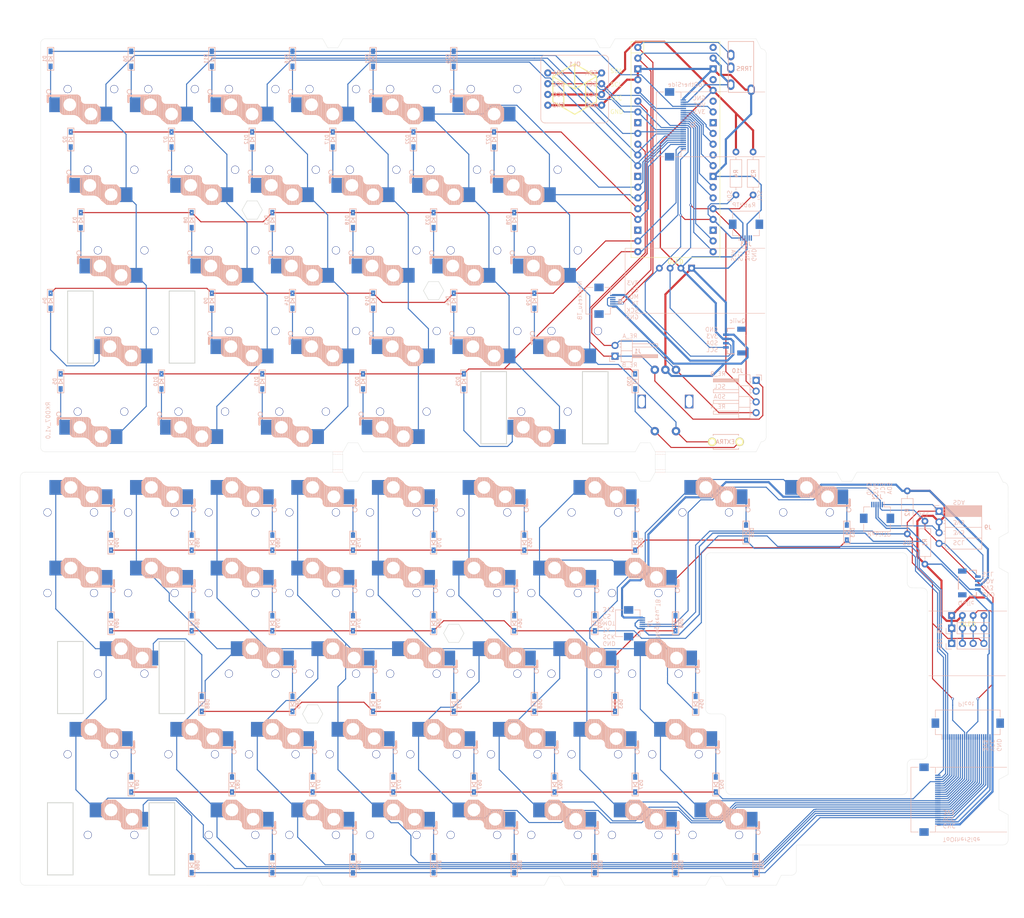
<source format=kicad_pcb>
(kicad_pcb (version 20241229) (generator "pcbnew") (generator_version "9.0")
  (layers (0 "F.Cu" signal) (2 "B.Cu" signal) (13 "F.Paste" user) (15 "B.Paste" user) (5 "F.SilkS" user "F.Silkscreen") (7 "B.SilkS" user "B.Silkscreen") (1 "F.Mask" user) (3 "B.Mask" user) (25 "Edge.Cuts" user))
  (net 0 "")
  (net 1 "Net-(D1-A)")
  (net 2 "Net-(D2-A)")
  (net 3 "Net-(D3-A)")
  (net 4 "Net-(D4-A)")
  (net 5 "Net-(D5-A)")
  (net 6 "Net-(D6-A)")
  (net 7 "Net-(D7-A)")
  (net 8 "Net-(D8-A)")
  (net 9 "Net-(D9-A)")
  (net 10 "Net-(D10-A)")
  (net 11 "Net-(D11-A)")
  (net 12 "Net-(D12-A)")
  (net 13 "Net-(D13-A)")
  (net 14 "Net-(D14-A)")
  (net 15 "Net-(D15-A)")
  (net 16 "Net-(D16-A)")
  (net 17 "Net-(D17-A)")
  (net 18 "Net-(D18-A)")
  (net 19 "Net-(D19-A)")
  (net 20 "Net-(D20-A)")
  (net 21 "Net-(D21-A)")
  (net 22 "Net-(D22-A)")
  (net 23 "Net-(D23-A)")
  (net 24 "Net-(D24-A)")
  (net 25 "Net-(D25-A)")
  (net 26 "Net-(D26-A)")
  (net 27 "Net-(D27-A)")
  (net 28 "Net-(D28-A)")
  (net 29 "Net-(D29-A)")
  (net 30 "Net-(D30-A)")
  (net 31 "Net-(D51-A)")
  (net 32 "Net-(D52-A)")
  (net 33 "Net-(D53-A)")
  (net 34 "Net-(D54-A)")
  (net 35 "Net-(D55-A)")
  (net 36 "Net-(D56-A)")
  (net 37 "Net-(D57-A)")
  (net 38 "Net-(D58-A)")
  (net 39 "Net-(D59-A)")
  (net 40 "Net-(D60-A)")
  (net 41 "Net-(D61-A)")
  (net 42 "Net-(D62-A)")
  (net 43 "Net-(D63-A)")
  (net 44 "Net-(D64-A)")
  (net 45 "Net-(D65-A)")
  (net 46 "Net-(D66-A)")
  (net 47 "Net-(D67-A)")
  (net 48 "Net-(D68-A)")
  (net 49 "Net-(D69-A)")
  (net 50 "Net-(D70-A)")
  (net 51 "ROW0_L")
  (net 52 "ROW1_L")
  (net 53 "ROW2_L")
  (net 54 "ROW3_L")
  (net 55 "ROW4_L")
  (net 56 "ROW0_R")
  (net 57 "ROW1_R")
  (net 58 "ROW2_R")
  (net 59 "SCL{slash}TX_L")
  (net 60 "SDA{slash}SCK_L")
  (net 61 "SDA{slash}SCK_R")
  (net 62 "SCL{slash}TX_R")
  (net 63 "ROW3_R")
  (net 64 "ROW4_R")
  (net 65 "RE_B")
  (net 66 "RE_A")
  (net 67 "GND_R")
  (net 68 "3v3_R")
  (net 69 "VCC_R")
  (net 70 "3v3_L")
  (net 71 "GND_L")
  (net 72 "COL0_L")
  (net 73 "COL1_L")
  (net 74 "COL2_L")
  (net 75 "COL3_L")
  (net 76 "COL4_L")
  (net 77 "COL5_L")
  (net 78 "COL6_R")
  (net 79 "COL7_R")
  (net 80 "COL8_R")
  (net 81 "COL9_R")
  (net 82 "COL10_R")
  (net 83 "COL11_R")
  (net 84 "COL12_R")
  (net 85 "COL13_R")
  (net 88 "VCC_L")
  (net 95 "Net-(D71-A)")
  (net 96 "Net-(D72-A)")
  (net 97 "Net-(D73-A)")
  (net 98 "Net-(D74-A)")
  (net 99 "Net-(D75-A)")
  (net 100 "Net-(D76-A)")
  (net 101 "Net-(D77-A)")
  (net 102 "Net-(D78-A)")
  (net 103 "Net-(D79-A)")
  (net 104 "Net-(D80-A)")
  (net 105 "Net-(D81-A)")
  (net 106 "Net-(D82-A)")
  (net 107 "Net-(D83-A)")
  (net 108 "Net-(D84-A)")
  (net 109 "Net-(D85-A)")
  (net 110 "Net-(D86-A)")
  (net 111 "Net-(D87-A)")
  (net 112 "Net-(D89-A)")
  (net 113 "Net-(D90-A)")
  (net 114 "Net-(D88-A)")
  (net 120 "UART_TX{slash}SCK_L")
  (net 122 "UART_RX{slash}TX_L")
  (net 123 "COL5_R")
  (net 124 "COL1_R")
  (net 125 "COL4_R")
  (net 126 "COL3_R")
  (net 127 "COL0_R")
  (net 128 "COL2_R")
  (net 129 "COL13_L")
  (net 130 "COL12_L")
  (net 131 "COL10_L")
  (net 132 "COL7_L")
  (net 133 "COL9_L")
  (net 134 "COL11_L")
  (net 135 "COL6_L")
  (net 136 "COL8_L")
  (footprint "kbd_Parts:Diode_SMD" (layer "F.Cu") (at 183.35625 197.6438 90)
    (property "Reference" "D52")
    (property "Value" "D" (hide yes))
  )
  (footprint "kbd_Parts:Diode_SMD" (layer "F.Cu") (at 102.39375 178.5938 90)
    (property "Reference" "D78")
    (property "Value" "D" (hide yes))
  )
  (footprint "Rikkodo_FootPrint:rkd_Asm_ChocV1V2_Hotswap_1u" (layer "F.Cu") (at 111.91875 171.45 180)
    (property "Reference" "SW73" (hide yes))
    (property "Value" "SW_Push" (hide yes))
  )
  (footprint "Rikkodo_FootPrint:rkd_Asm_ChocV1V2_Hotswap_1u" (layer "F.Cu") (at 69.05625 71.4375)
    (property "Reference" "SW8" (hide yes))
    (property "Value" "SW_Push" (hide yes))
  )
  (footprint "BrownSugar_KBD:OLED_center_display" (layer "F.Cu") (at 242.8875 176.2125 180)
    (property "Reference" "OL3")
    (property "Value" "OLED")
  )
  (footprint "kbd_Parts:Diode_SMD" (layer "F.Cu") (at 121.44375 178.5938 90)
    (property "Reference" "D73")
    (property "Value" "D" (hide yes))
  )
  (footprint "Rikkodo_FootPrint:rkd_Asm_ChocV1V2_Hotswap_1u" (layer "F.Cu") (at 35.71875 33.3375)
    (property "Reference" "SW1" (hide yes))
    (property "Value" "SW_Push" (hide yes))
  )
  (footprint "kbd_Parts:Diode_SMD" (layer "F.Cu") (at 26.19375 26.1937 -90)
    (property "Reference" "D1")
    (property "Value" "D" (hide yes))
  )
  (footprint "kbd_Parts:Diode_SMD" (layer "F.Cu") (at 69.05625 197.6438 90)
    (property "Reference" "D82")
    (property "Value" "D" (hide yes))
  )
  (footprint "Rikkodo_FootPrint:rkd_cutdot" (layer "F.Cu") (at 170.259232 119.360056)
    (property "Reference" "REF**" (hide yes))
    (property "Value" "rkd_cutdot" (hide yes))
    (fp_line (start -1.190628 0.297656) (end -1.190768 -0.297479) (stroke (width 0.05)) (layer "Edge.Cuts"))
    (fp_line (start 1.190624 0.297656) (end 1.190482 -0.297479) (stroke (width 0.05)) (layer "Edge.Cuts"))
  )
  (footprint "Rikkodo_FootPrint:rkd_Asm_ChocV1V2_Hotswap_1u" (layer "F.Cu") (at 126.20625 209.55 180)
    (property "Reference" "SW66" (hide yes))
    (property "Value" "SW_Push" (hide yes))
  )
  (footprint "kbd_Parts:Diode_SMD" (layer "F.Cu") (at 73.81875 45.2437 -90)
    (property "Reference" "D12")
    (property "Value" "D" (hide yes))
  )
  (footprint "kbd_Parts:Diode_SMD" (layer "F.Cu") (at 40.48125 159.5438 90)
    (property "Reference" "D89")
    (property "Value" "D" (hide yes))
  )
  (footprint "kbd_Parts:Diode_SMD" (layer "F.Cu") (at 97.63125 140.4938 90)
    (property "Reference" "D75")
    (property "Value" "D" (hide yes))
  )
  (footprint "Rikkodo_FootPrint:rkd_LOGO_2x" (layer "F.Cu") (at 150.01875 33.3375)
    (property "Reference" "M8" (hide yes))
    (property "Value" "Mark" (hide yes))
  )
  (footprint "BrownSugar_KBD:OLED_center_display" (layer "F.Cu") (at 173.83125 57.15)
    (property "Reference" "OL2")
    (property "Value" "OLED")
  )
  (footprint "Rikkodo_FootPrint:rkd_Asm_ChocV1V2_Hotswap_1u" (layer "F.Cu") (at 50.00625 133.35 180)
    (property "Reference" "SW85" (hide yes))
    (property "Value" "SW_Push" (hide yes))
  )
  (footprint "Rikkodo_FootPrint:rkd_Asm_ChocV1V2_Hotswap_1u" (layer "F.Cu") (at 92.86875 171.45 180)
    (property "Reference" "SW78" (hide yes))
    (property "Value" "SW_Push" (hide yes))
  )
  (footprint "kbd_Parts:Diode_SMD" (layer "F.Cu") (at 59.53125 216.6938 90)
    (property "Reference" "D86")
    (property "Value" "D" (hide yes))
  )
  (footprint "kbd_Parts:Diode_SMD" (layer "F.Cu") (at 26.19375 83.3437 -90)
    (property "Reference" "D4")
    (property "Value" "D" (hide yes))
  )
  (footprint "Rikkodo_FootPrint:rkd_RPi_Pico_TH_NODBG" (layer "F.Cu") (at 173.83125 47.625)
    (property "Reference" "U1" (hide yes))
    (property "Value" "Pico")
  )
  (footprint "Rikkodo_FootPrint:rkd_Asm_ChocV1V2_Hotswap_1u" (layer "F.Cu") (at 173.83125 190.5 180)
    (property "Reference" "SW52" (hide yes))
    (property "Value" "SW_Push" (hide yes))
  )
  (footprint "Rikkodo_FootPrint:rkd_Asm_ChocV1V2_Hotswap_1u" (layer "F.Cu") (at 145.25625 209.55 180)
    (property "Reference" "SW61" (hide yes))
    (property "Value" "SW_Push" (hide yes))
  )
  (footprint "kbd_Parts:Diode_SMD" (layer "F.Cu") (at 83.34375 178.5938 90)
    (property "Reference" "D83")
    (property "Value" "D" (hide yes))
  )
  (footprint "Rikkodo_FootPrint:rkd_Asm_ChocV1V2_Hotswap_1u" (layer "F.Cu") (at 107.15625 152.4 180)
    (property "Reference" "SW69" (hide yes))
    (property "Value" "SW_Push" (hide yes))
  )
  (footprint "kbd_Parts:Diode_SMD" (layer "F.Cu") (at 178.59375 178.5938 90)
    (property "Reference" "D54")
    (property "Value" "D" (hide yes))
  )
  (footprint "Rikkodo_FootPrint:rkd_Asm_ChocV1V2_Hotswap_1u" (layer "F.Cu") (at 73.81875 171.45 180)
    (property "Reference" "SW83" (hide yes))
    (property "Value" "SW_Push" (hide yes))
  )
  (footprint "kbd_Hole:m2_Spacer_Hole_hex" (layer "F.Cu") (at 116.68125 80.9625)
    (property "Reference" "M4")
    (property "Value" "Mark")
    (fp_line (start -2.4 0) (end -1.2 2.15) (stroke (width 0.1)) (layer "Edge.Cuts"))
    (fp_line (start -1.2 -2.15) (end -2.4 0) (stroke (width 0.1)) (layer "Edge.Cuts"))
    (fp_line (start -1.2 2.15) (end 1.2 2.15) (stroke (width 0.1)) (layer "Edge.Cuts"))
    (fp_line (start 1.2 -2.15) (end -1.2 -2.15) (stroke (width 0.1)) (layer "Edge.Cuts"))
    (fp_line (start 1.2 2.15) (end 2.4 0) (stroke (width 0.1)) (layer "Edge.Cuts"))
    (fp_line (start 2.4 0) (end 1.2 -2.15) (stroke (width 0.1)) (layer "Edge.Cuts"))
  )
  (footprint "Rikkodo_FootPrint:rkd_Asm_ChocV1V2_Hotswap_1u" (layer "F.Cu") (at 78.58125 190.5 180)
    (property "Reference" "SW77" (hide yes))
    (property "Value" "SW_Push" (hide yes))
  )
  (footprint "kbd_Parts:Diode_SMD" (layer "F.Cu") (at 107.15625 197.6438 90)
    (property "Reference" "D72")
    (property "Value" "D" (hide yes))
  )
  (footprint "Rikkodo_FootPrint:rkd_Asm_ChocV1V2_Hotswap_1u" (layer "F.Cu") (at 102.39375 52.3875)
    (property "Reference" "SW17" (hide yes))
    (property "Value" "SW_Push" (hide yes))
  )
  (footprint "kbd_Parts:Diode_SMD" (layer "F.Cu") (at 159.54375 178.5938 90)
    (property "Reference" "D63")
    (property "Value" "D" (hide yes))
  )
  (footprint "Rikkodo_FootPrint:rkd_Asm_ChocV1V2_Hotswap_1u" (layer "F.Cu") (at 73.81875 90.4875)
    (property "Reference" "SW9" (hide yes))
    (property "Value" "SW_Push" (hide yes))
  )
  (footprint "kbd_Parts:Diode_SMD" (layer "F.Cu") (at 97.63125 64.2937 -90)
    (property "Reference" "D18")
    (property "Value" "D" (hide yes))
  )
  (footprint "Rikkodo_FootPrint:rkd_Asm_ChocV1V2_Hotswap_1u" (layer "F.Cu") (at 154.78125 133.35 180)
    (property "Reference" "SW60" (hide yes))
    (property "Value" "SW_Push" (hide yes))
  )
  (footprint "Rikkodo_FootPrint:rkd_cutdot" (layer "F.Cu") (at 94.059526 119.360056)
    (property "Reference" "REF**" (hide yes))
    (property "Value" "rkd_cutdot" (hide yes))
    (fp_line (start -1.190628 0.297656) (end -1.190768 -0.297479) (stroke (width 0.05)) (layer "Edge.Cuts"))
    (fp_line (start 1.190624 0.297656) (end 1.190482 -0.297479) (stroke (width 0.05)) (layer "Edge.Cuts"))
  )
  (footprint "kbd_Parts:Diode_SMD" (layer "F.Cu") (at 111.91875 45.2437 -90)
    (property "Reference" "D22")
    (property "Value" "D" (hide yes))
  )
  (footprint "Rikkodo_FootPrint:rkd_Asm_ChocV1V2_Hotswap_1u" (layer "F.Cu") (at 150.01875 171.45 180)
    (property "Reference" "SW63" (hide yes))
    (property "Value" "SW_Push" (hide yes))
  )
  (footprint "Rikkodo_FootPrint:rkd_cutdot" (layer "F.Cu") (at 170.259232 123.52724)
    (property "Reference" "REF**" (hide yes))
    (property "Value" "rkd_cutdot" (hide yes))
    (fp_line (start -1.190628 0.297656) (end -1.190768 -0.297479) (stroke (width 0.05)) (layer "Edge.Cuts"))
    (fp_line (start 1.190624 0.297656) (end 1.190482 -0.297479) (stroke (width 0.05)) (layer "Edge.Cuts"))
  )
  (footprint "kbd_Parts:ResetSW" (layer "F.Cu") (at 185.7375 116.68125 180)
    (property "Reference" "SW31" (hide yes))
    (property "Value" "SW_Push")
  )
  (footprint "kbd_Hole:m2_Spacer_Hole_hex" (layer "F.Cu") (at 73.81875 61.9125)
    (property "Reference" "M3")
    (property "Value" "Mark")
    (fp_line (start -2.4 0) (end -1.2 2.15) (stroke (width 0.1)) (layer "Edge.Cuts"))
    (fp_line (start -1.2 -2.15) (end -2.4 0) (stroke (width 0.1)) (layer "Edge.Cuts"))
    (fp_line (start -1.2 2.15) (end 1.2 2.15) (stroke (width 0.1)) (layer "Edge.Cuts"))
    (fp_line (start 1.2 -2.15) (end -1.2 -2.15) (stroke (width 0.1)) (layer "Edge.Cuts"))
    (fp_line (start 1.2 2.15) (end 2.4 0) (stroke (width 0.1)) (layer "Edge.Cuts"))
    (fp_line (start 2.4 0) (end 1.2 -2.15) (stroke (width 0.1)) (layer "Edge.Cuts"))
  )
  (footprint "kbd_Parts:Diode_SMD" (layer "F.Cu") (at 135.73125 159.5438 90)
    (property "Reference" "D64")
    (property "Value" "D" (hide yes))
  )
  (footprint "kbd_Parts:Diode_SMD" (layer "F.Cu") (at 116.68125 64.2937 -90)
    (property "Reference" "D23")
    (property "Value" "D" (hide yes))
  )
  (footprint "kbd_Parts:Diode_SMD" (layer "F.Cu") (at 40.48125 140.4938 90)
    (property "Reference" "D90")
    (property "Value" "D" (hide yes))
  )
  (footprint "kbd_Parts:Diode_SMD" (layer "F.Cu") (at 100.01255 102.3937 -90)
    (property "Reference" "D20")
    (property "Value" "D" (hide yes))
  )
  (footprint "kbd_Parts:Diode_SMD" (layer "F.Cu") (at 83.34375 83.3437 -90)
    (property "Reference" "D14")
    (property "Value" "D" (hide yes))
  )
  (footprint "Rikkodo_FootPrint:rkd_Asm_ChocV1V2_Hotswap_1u" (layer "F.Cu") (at 130.96875 171.45 180)
    (property "Reference" "SW68" (hide yes))
    (property "Value" "SW_Push" (hide yes))
  )
  (footprint "Rikkodo_FootPrint:rkd_Asm_ChocV1V2_Hotswap_1u" (layer "F.Cu") (at 128.5875 133.35 180)
    (property "Reference" "SW65" (hide yes))
    (property "Value" "SW_Push" (hide yes))
  )
  (footprint "kbd_Parts:Diode_SMD" (layer "F.Cu") (at 97.63125 216.7438 90)
    (property "Reference" "D76")
    (property "Value" "D" (hide yes))
  )
  (footprint "kbd_Parts:Diode_SMD" (layer "F.Cu") (at 173.83125 216.6938 90)
    (property "Reference" "D56")
    (property "Value" "D" (hide yes))
  )
  (footprint "Rikkodo_FootPrint:rkd_Asm_ChocV1V2_Hotswap_1u" (layer "F.Cu") (at 54.76875 33.3375)
    (property "Reference" "SW6" (hide yes))
    (property "Value" "SW_Push" (hide yes))
  )
  (footprint "Rikkodo_FootPrint:rkd_Asm_ChocV1V2_Hotswap_1u" (layer "F.Cu") (at 35.71875 190.5 180)
    (property "Reference" "SW87" (hide yes))
    (property "Value" "SW_Push" (hide yes))
  )
  (footprint "Rikkodo_FootPrint:rkd_Asm_ChocV1V2_Hotswap_1u" (layer "F.Cu") (at 126.20625 71.4375)
    (property "Reference" "SW23" (hide yes))
    (property "Value" "SW_Push" (hide yes))
  )
  (footprint "kbd_Parts:Diode_SMD" (layer "F.Cu") (at 214.31245 138.1125 90)
    (property "Reference" "D53")
    (property "Value" "D" (hide yes))
  )
  (footprint "Rikkodo_FootPrint:rkd_Asm_ChocV1V2_Hotswap_1u" (layer "F.Cu") (at 64.29375 52.3875)
    (property "Reference" "SW7" (hide yes))
    (property "Value" "SW_Push" (hide yes))
  )
  (footprint "Rikkodo_FootPrint:rkd_Asm_ChocV1V2_Hotswap_1u" (layer "F.Cu") (at 42.86255 71.4375)
    (property "Reference" "SW3" (hide yes))
    (property "Value" "SW_Push" (hide yes))
  )
  (footprint "kbd_Parts:Diode_SMD" (layer "F.Cu") (at 154.78125 216.6938 90)
    (property "Reference" "D61")
    (property "Value" "D" (hide yes))
  )
  (footprint "Rikkodo_FootPrint:rkd_Asm_ChocV1V2_Hotswap_1u" (layer "F.Cu") (at 135.73125 190.5 180)
    (property "Reference" "SW62" (hide yes))
    (property "Value" "SW_Push" (hide yes))
  )
  (footprint "kbd_Parts:Diode_SMD" (layer "F.Cu") (at 190.49995 138.1125 90)
    (property "Reference" "D55")
    (property "Value" "D" (hide yes))
  )
  (footprint "Rikkodo_FootPrint:rkd_Asm_ChocV1V2_Hotswap_1u" (layer "F.Cu") (at 50.00625 152.4 180)
    (property "Reference" "SW84" (hide yes))
    (property "Value" "SW_Push" (hide yes))
  )
  (footprint "kbd_Parts:Diode_SMD" (layer "F.Cu") (at 126.20625 197.6438 90)
    (property "Reference" "D67")
    (property "Value" "D" (hide yes))
  )
  (footprint "Rikkodo_FootPrint:rkd_Asm_ChocV1V2_Hotswap_1u" (layer "F.Cu") (at 121.44375 52.3875)
    (property "Reference" "SW22" (hide yes))
    (property "Value" "SW_Push" (hide yes))
  )
  (footprint "kbd_Parts:Diode_SMD" (layer "F.Cu") (at 54.76875 45.2437 -90)
    (property "Reference" "D7")
    (property "Value" "D" (hide yes))
  )
  (footprint "kbd_Parts:Diode_SMD" (layer "F.Cu") (at 154.78125 159.5438 90)
    (property "Reference" "D59")
    (property "Value" "D" (hide yes))
  )
  (footprint "kbd_Parts:Diode_SMD" (layer "F.Cu") (at 121.44375 83.3437 -90)
    (property "Reference" "D24")
    (property "Value" "D" (hide yes))
  )
  (footprint "Rikkodo_FootPrint:rkd_Asm_ChocV1V2_Hotswap_1u" (layer "F.Cu") (at 145.25625 71.4375)
    (property "Reference" "SW28" (hide yes))
    (property "Value" "SW_Push" (hide yes))
  )
  (footprint "kbd_Parts:Diode_SMD" (layer "F.Cu") (at 164.30625 140.49375 90)
    (property "Reference" "D60")
    (property "Value" "D" (hide yes))
  )
  (footprint "kbd_Parts:Diode_SMD" (layer "F.Cu") (at 64.29375 83.3437 -90)
    (property "Reference" "D9")
    (property "Value" "D" (hide yes))
  )
  (footprint "kbd_Parts:Diode_SMD" (layer "F.Cu") (at 140.49375 83.3437 -90)
    (property "Reference" "D29")
    (property "Value" "D" (hide yes))
  )
  (footprint "kbd_Parts:Diode_SMD" (layer "F.Cu") (at 78.58125 159.5438 90)
    (property "Reference" "D79")
    (property "Value" "D" (hide yes))
  )
  (footprint "kbd_Parts:Diode_SMD" (layer "F.Cu") (at 145.25625 197.6438 90)
    (property "Reference" "D62")
    (property "Value" "D" (hide yes))
  )
  (footprint "Rikkodo_FootPrint:rkd_Asm_ChocV1V2_Hotswap_1u" (layer "F.Cu") (at 59.53125 190.5 180)
    (property "Reference" "SW82" (hide yes))
    (property "Value" "SW_Push" (hide yes))
  )
  (footprint "Rikkodo_FootPrint:rkd_Asm_ChocV1V2_Hotswap_1u" (layer "F.Cu") (at 85.72505 109.5375)
    (property "Reference" "SW15" (hide yes))
    (property "Value" "SW_Push" (hide yes))
  )
  (footprint "Rikkodo_FootPrint:rkd_Asm_ChocV1V2_Hotswap_1u" (layer "F.Cu") (at 38.10005 109.5375)
    (property "Reference" "SW5" (hide yes))
    (property "Value" "SW_Push" (hide yes))
  )
  (footprint "Rikkodo_FootPrint:rkd_Asm_ChocV1V2_Hotswap_1u" (layer "F.Cu") (at 111.91875 90.4875)
    (property "Reference" "SW19" (hide yes))
    (property "Value" "SW_Push" (hide yes))
  )
  (footprint "Rikkodo_FootPrint:rkd_Asm_ChocV1V2_Hotswap_1u" (layer "F.Cu") (at 169.06875 171.45 180)
    (property "Reference" "SW54" (hide yes))
    (property "Value" "SW_Push" (hide yes))
  )
  (footprint "kbd_Parts:Diode_SMD" (layer "F.Cu") (at 121.44375 26.1937 -90)
    (property "Reference" "D26")
    (property "Value" "D" (hide yes))
  )
  (footprint "kbd_Parts:Diode_SMD" (layer "F.Cu") (at 130.96875 45.2437 -90)
    (property "Reference" "D27")
    (property "Value" "D" (hide yes))
  )
  (footprint "kbd_Parts:Diode_SMD" (layer "F.Cu") (at 135.73125 64.2937 -90)
    (property "Reference" "D28")
    (property "Value" "D" (hide yes))
  )
  (footprint "Rikkodo_FootPrint:rkd_Asm_ChocV1V2_Hotswap_1u" (layer "F.Cu") (at 145.25625 152.4 180)
    (property "Reference" "SW59" (hide yes))
    (property "Value" "SW_Push" (hide yes))
  )
  (footprint "Rikkodo_FootPrint:rkd_Asm_ChocV1V2_Hotswap_1u" (layer "F.Cu") (at 150.01875 90.4875)
    (property "Reference" "SW29" (hide yes))
    (property "Value" "SW_Push" (hide yes))
  )
  (footprint "kbd_Hole:m2_Spacer_Hole_hex" (layer "F.Cu") (at 121.44375 161.925 180)
    (property "Reference" "M5")
    (property "Value" "Mark")
    (fp_line (start 2.4 0) (end 1.2 -2.15) (stroke (width 0.1)) (layer "Edge.Cuts"))
    (fp_line (start 1.2 2.15) (end 2.4 0) (stroke (width 0.1)) (layer "Edge.Cuts"))
    (fp_line (start 1.2 -2.15) (end -1.2 -2.15) (stroke (width 0.1)) (layer "Edge.Cuts"))
    (fp_line (start -1.2 2.15) (end 1.2 2.15) (stroke (width 0.1)) (layer "Edge.Cuts"))
    (fp_line (start -1.2 -2.15) (end -2.4 0) (stroke (width 0.1)) (layer "Edge.Cuts"))
    (fp_line (start -2.4 0) (end -1.2 2.15) (stroke (width 0.1)) (layer "Edge.Cuts"))
  )
  (footprint "Rikkodo_FootPrint:rkd_Asm_ChocV1V2_Hotswap_1u" (layer "F.Cu") (at 107.15625 71.4375)
    (property "Reference" "SW18" (hide yes))
    (property "Value" "SW_Push" (hide yes))
  )
  (footprint "Rikkodo_FootPrint:rkd_Asm_ChocV1V2_Hotswap_1u" (layer "F.Cu") (at 40.48125 52.3875)
    (property "Reference" "SW2" (hide yes))
    (property "Value" "SW_Push" (hide yes))
  )
  (footprint "Rikkodo_FootPrint:rkd_cutdot" (layer "F.Cu") (at 94.059526 123.52724)
    (property "Reference" "REF**" (hide yes))
    (property "Value" "rkd_cutdot" (hide yes))
    (fp_line (start -1.190628 0.297656) (end -1.190768 -0.297479) (stroke (width 0.05)) (layer "Edge.Cuts"))
    (fp_line (start 1.190624 0.297656) (end 1.190482 -0.297479) (stroke (width 0.05)) (layer "Edge.Cuts"))
  )
  (footprint "kbd_Parts:Diode_SMD" (layer "F.Cu") (at 192.88125 216.6938 90)
    (property "Reference" "D51")
    (property "Value" "D" (hide yes))
  )
  (footprint "Rikkodo_FootPrint:rkd_Asm_ChocV1V2_Hotswap_1u" (layer "F.Cu") (at 107.15625 209.55 180)
    (property "Reference" "SW71" (hide yes))
    (property "Value" "SW_Push" (hide yes))
  )
  (footprint "kbd_Parts:Diode_SMD" (layer "F.Cu") (at 45.24375 26.1937 -90)
    (property "Reference" "D6")
    (property "Value" "D" (hide yes))
  )
  (footprint "kbd_Parts:Diode_SMD" (layer "F.Cu") (at 28.57505 102.3937 -90)
    (property "Reference" "D5")
    (property "Value" "D" (hide yes))
  )
  (footprint "kbd_Parts:Diode_SMD" (layer "F.Cu") (at 173.83125 159.5438 90)
    (property "Reference" "D58")
    (property "Value" "D" (hide yes))
  )
  (footprint "Rikkodo_FootPrint:rkd_Asm_ChocV1V2_Hotswap_1u" (layer "F.Cu") (at 130.96875 33.3375)
    (property "Reference" "SW26" (hide yes))
    (property "Value" "SW_Push" (hide yes))
  )
  (footprint "Rikkodo_FootPrint:rkd_Asm_ChocV1V2_Hotswap_1u" (layer "F.Cu") (at 130.96875 90.4875)
    (property "Reference" "SW24" (hide yes))
    (property "Value" "SW_Push" (hide yes))
  )
  (footprint "Rikkodo_FootPrint:rkd_Asm_ChocV1V2_Hotswap_1u" (layer "F.Cu") (at 69.05625 209.55 180)
    (property "Reference" "SW81" (hide yes))
    (property "Value" "SW_Push" (hide yes))
  )
  (footprint "Rikkodo_FootPrint:rkd_Asm_ChocV2_Hotswap_2u" (layer "F.Cu") (at 142.87505 109.5375)
    (property "Reference" "SW25" (hide yes))
    (property "Value" "SW_Push" (hide yes))
    (fp_line (start -15.025 -9.445) (end -8.975 -9.445) (stroke (width 0.2)) (layer "Edge.Cuts"))
    (fp_line (start -15.025 7.605) (end -15.025 -9.445) (stroke (width 0.2)) (layer "Edge.Cuts"))
    (fp_line (start -8.975 -9.445) (end -8.975 7.605) (stroke (width 0.2)) (layer "Edge.Cuts"))
    (fp_line (start -8.975 7.605) (end -15.025 7.605) (stroke (width 0.2)) (layer "Edge.Cuts"))
    (fp_line (start 8.975 -9.445) (end 8.975 7.605) (stroke (width 0.2)) (layer "Edge.Cuts"))
    (fp_line (start 8.975 7.605) (end 15.025 7.605) (stroke (width 0.2)) (layer "Edge.Cuts"))
    (fp_line (start 15.025 -9.445) (end 8.975 -9.445) (stroke (width 0.2)) (layer "Edge.Cuts"))
    (fp_line (start 15.025 7.605) (end 15.025 -9.445) (stroke (width 0.2)) (layer "Edge.Cuts"))
  )
  (footprint "Rikkodo_FootPrint:rkd_Asm_ChocV1V2_Hotswap_1u" (layer "F.Cu") (at 92.86875 33.3375)
    (property "Reference" "SW16" (hide yes))
    (property "Value" "SW_Push" (hide yes))
  )
  (footprint "Rikkodo_FootPrint:rkd_Asm_ChocV1V2_Hotswap_1u" (layer "F.Cu") (at 109.53755 109.5375)
    (property "Reference" "SW20" (hide yes))
    (property "Value" "SW_Push" (hide yes))
  )
  (footprint "kbd_Parts:Diode_SMD" (layer "F.Cu") (at 59.53125 159.5438 90)
    (property "Reference" "D84")
    (property "Value" "D" (hide yes))
  )
  (footprint "Rikkodo_FootPrint:rkd_Asm_ChocV1V2_Hotswap_1u" (layer "F.Cu") (at 88.10625 152.4 180)
    (property "Reference" "SW74" (hide yes))
    (property "Value" "SW_Push" (hide yes))
  )
  (footprint "Rikkodo_FootPrint:rkd_Asm_ChocV1V2_Hotswap_1u" (layer "F.Cu") (at 92.86875 90.4875)
    (property "Reference" "SW14" (hide yes))
    (property "Value" "SW_Push" (hide yes))
  )
  (footprint "Rikkodo_FootPrint:rkd_Asm_ChocV1V2_Hotswap_1u" (layer "F.Cu") (at 204.78745 133.35 180)
    (property "Reference" "SW53" (hide yes))
    (property "Value" "SW_Push" (hide yes))
  )
  (footprint "kbd_Parts:Diode_SMD" (layer "F.Cu") (at 64.29375 26.1937 -90)
    (property "Reference" "D11")
    (property "Value" "D" (hide yes))
  )
  (footprint "kbd_Parts:Diode_SMD" (layer "F.Cu") (at 83.34375 26.1937 -90)
    (property "Reference" "D16")
    (property "Value" "D" (hide yes))
  )
  (footprint "kbd_Parts:Diode_SMD" (layer "F.Cu") (at 116.68125 140.4938 90)
    (property "Reference" "D70")
    (property "Value" "D" (hide yes))
  )
  (footprint "kbd_Parts:Diode_SMD" (layer "F.Cu") (at 52.38755 102.3937 -90)
    (property "Reference" "D10")
    (property "Value" "D" (hide yes))
  )
  (footprint "kbd_Parts:Diode_SMD" (layer "F.Cu") (at 116.68125 216.6938 90)
    (property "Reference" "D71")
    (property "Value" "D" (hide yes))
  )
  (footprint "Rikkodo_FootPrint:rkd_Asm_ChocV1V2_Hotswap_1u" (layer "F.Cu") (at 154.78125 190.5 180)
    (property "Reference" "SW57" (hide yes))
    (property "Value" "SW_Push" (hide yes))
  )
  (footprint "kbd_Parts:Diode_SMD" (layer "F.Cu") (at 78.58125 64.29375 -90)
    (property "Reference" "D13")
    (property "Value" "D" (hide yes))
  )
  (footprint "Rikkodo_FootPrint:rkd_Asm_ChocV2_Hotswap_2u" (layer "F.Cu") (at 45.24375 90.4875)
    (property "Reference" "SW4" (hide yes))
    (property "Value" "SW_Push" (hide yes))
    (fp_line (start -15.025 -9.445) (end -8.975 -9.445) (stroke (width 0.2)) (layer "Edge.Cuts"))
    (fp_line (start -15.025 7.605) (end -15.025 -9.445) (stroke (width 0.2)) (layer "Edge.Cuts"))
    (fp_line (start -8.975 -9.445) (end -8.975 7.605) (stroke (width 0.2)) (layer "Edge.Cuts"))
    (fp_line (start -8.975 7.605) (end -15.025 7.605) (stroke (width 0.2)) (layer "Edge.Cuts"))
    (fp_line (start 8.975 -9.445) (end 8.975 7.605) (stroke (width 0.2)) (layer "Edge.Cuts"))
    (fp_line (start 8.975 7.605) (end 15.025 7.605) (stroke (width 0.2)) (layer "Edge.Cuts"))
    (fp_line (start 15.025 -9.445) (end 8.975 -9.445) (stroke (width 0.2)) (layer "Edge.Cuts"))
    (fp_line (start 15.025 7.605) (end 15.025 -9.445) (stroke (width 0.2)) (layer "Edge.Cuts"))
  )
  (footprint "Rikkodo_FootPrint:rkd_Asm_ChocV1V2_Hotswap_1u" (layer "F.Cu") (at 164.30625 152.4 180)
    (property "Reference" "SW58" (hide yes))
    (property "Value" "SW_Push" (hide yes))
  )
  (footprint "kbd_Parts:Diode_SMD" (layer "F.Cu") (at 138.1125 140.4938 90)
    (property "Reference" "D65")
    (property "Value" "D" (hide yes))
  )
  (footprint "kbd_Parts:Diode_SMD" (layer "F.Cu") (at 135.73125 216.6938 90)
    (property "Reference" "D66")
    (property "Value" "D" (hide yes))
  )
  (footprint "Rikkodo_FootPrint:rkd_Asm_ChocV1V2_Hotswap_1u" (layer "F.Cu") (at 140.49375 52.3875)
    (property "Reference" "SW27" (hide yes))
    (property "Value" "SW_Push" (hide yes))
  )
  (footprint "kbd_Parts:Diode_SMD" (layer "F.Cu") (at 76.20005 102.3937 -90)
    (property "Reference" "D15")
    (property "Value" "D" (hide yes))
  )
  (footprint "kbd_Parts:Diode_SMD" (layer "F.Cu") (at 97.63125 159.5438 90)
    (property "Reference" "D74")
    (property "Value" "D" (hide yes))
  )
  (footprint "Rikkodo_FootPrint:rkd_Asm_ChocV1V2_Hotswap_1u" (layer "F.Cu") (at 61.91255 109.5375)
    (property "Reference" "SW10" (hide yes))
    (property "Value" "SW_Push" (hide yes))
  )
  (footprint "kbd_Parts:Diode_SMD" (layer "F.Cu") (at 78.58125 140.4938 90)
    (property "Reference" "D80")
    (property "Value" "D" (hide yes))
  )
  (footprint "kbd_Parts:Diode_SMD" (layer "F.Cu") (at 102.39375 26.1937 -90)
    (property "Reference" "D21")
    (property "Value" "D" (hide yes))
  )
  (footprint "kbd_Parts:Diode_SMD" (layer "F.Cu") (at 30.95625 45.2437 -90)
    (property "Reference" "D2")
    (property "Value" "D" (hide yes))
  )
  (footprint "kbd_Parts:Diode_SMD" (layer "F.Cu") (at 33.33755 64.2937 -90)
    (property "Reference" "D3")
    (property "Value" "D" (hide yes))
  )
  (footprint "Rikkodo_FootPrint:rkd_Asm_ChocV1V2_Hotswap_1u" (layer "F.Cu") (at 183.35625 209.55 180)
    (property "Reference" "SW51" (hide yes))
    (property "Value" "SW_Push" (hide yes))
  )
  (footprint "Rikkodo_FootPrint:rkd_Asm_ChocV1V2_Hotswap_1u" (layer "F.Cu") (at 30.95625 152.4 180)
    (property "Reference" "SW89" (hide yes))
    (property "Value" "SW_Push" (hide yes))
  )
  (footprint "Rikkodo_FootPrint:rkd_Asm_ChocV1V2_Hotswap_1u" (layer "F.Cu") (at 126.20625 152.4 180)
    (property "Reference" "SW64" (hide yes))
    (property "Value" "SW_Push" (hide yes))
  )
  (footprint "BrownSugar_KBD:RotaryEncoder_EC11-Switch" (layer "F.Cu") (at 171.45 107.15625 180)
    (property "Reference" "SW30" (hide yes))
    (property "Value" "RotaryEncoder_Switch")
  )
  (footprint "kbd_Parts:Diode_SMD" (layer "F.Cu") (at 102.39375 83.3437 -90)
    (property "Reference" "D19")
    (property "Value" "D" (hide yes))
  )
  (footprint "kbd_Parts:Diode_SMD" (layer "F.Cu") (at 164.30625 197.6438 90)
    (property "Reference" "D57")
    (property "Value" "D" (hide yes))
  )
  (footprint "Rikkodo_FootPrint:rkd_Asm_ChocV1V2_Hotswap_1u" (layer "F.Cu") (at 88.10625 71.4375)
    (property "Reference" "SW13" (hide yes))
    (property "Value" "SW_Push" (hide yes))
  )
  (footprint "kbd_Parts:Diode_SMD" (layer "F.Cu") (at 61.91245 178.5938 90)
    (property "Reference" "D88")
    (property "Value" "D" (hide yes))
  )
  (footprint "Rikkodo_FootPrint:rkd_Asm_ChocV1V2_Hotswap_1u" (layer "F.Cu") (at 97.63125 190.5 180)
    (property "Reference" "SW72" (hide yes))
    (property "Value" "SW_Push" (hide yes))
  )
  (footprint "Rikkodo_FootPrint:rkd_Asm_ChocV1V2_Hotswap_1u" (layer "F.Cu") (at 69.05625 133.35 180)
    (property "Reference" "SW80" (hide yes))
    (property "Value" "SW_Push" (hide yes))
  )
  (footprint "Rikkodo_FootPrint:rkd_Asm_ChocV1V2_Hotswap_1u" (layer "F.Cu") (at 73.81875 33.3375)
    (property "Reference" "SW11" (hide yes))
    (property "Value" "SW_Push" (hide yes))
  )
  (footprint "Rikkodo_FootPrint:rkd_Asm_ChocV1V2_Hotswap_1u" (layer "F.Cu") (at 30.95625 133.35 180)
    (property "Reference" "SW90" (hide yes))
    (property "Value" "SW_Push" (hide yes))
  )
  (footprint "Rikkodo_FootPrint:rkd_Asm_ChocV1V2_Hotswap_1u" (layer "F.Cu") (at 107.15625 133.35 180)
    (property "Reference" "SW70" (hide yes))
    (property "Value" "SW_Push" (hide yes))
  )
  (footprint "Rikkodo_FootPrint:rkd_Asm_ChocV1V2_Hotswap_1u" (layer "F.Cu") (at 164.30625 209.55 180)
    (property "Reference" "SW56" (hide yes))
    (property "Value" "SW_Push" (hide yes))
  )
  (footprint "Rikkodo_FootPrint:rkd_Asm_ChocV1V2_Hotswap_1u" (layer "F.Cu") (at 69.05625 152.4 180)
    (property "Reference" "SW79" (hide yes))
    (property "Value" "SW_Push" (hide yes))
  )
  (footprint "Rikkodo_FootPrint:rkd_Asm_ChocV1V2_Hotswap_1u" (layer "F.Cu") (at 180.97495 133.35 180)
    (property "Reference" "SW55" (hide yes))
    (property "Value" "SW_Push" (hide yes))
  )
  (footprint "Rikkodo_FootPrint:rkd_Asm_ChocV1V2_Hotswap_1u" (layer "F.Cu") (at 88.10625 133.35 180)
    (property "Reference" "SW75" (hide yes))
    (property "Value" "SW_Push" (hide yes))
  )
  (footprint "Rikkodo_FootPrint:rkd_Asm_ChocV2_Hotswap_2u" (layer "F.Cu") (at 42.86245 171.45 180)
    (property "Reference" "SW88" (hide yes))
    (property "Value" "SW_Push" (hide yes))
    (fp_line (start 15.025 7.605) (end 15.025 -9.445) (stroke (width 0.2)) (layer "Edge.Cuts"))
    (fp_line (start 15.025 -9.445) (end 8.975 -9.445) (stroke (width 0.2)) (layer "Edge.Cuts"))
    (fp_line (start 8.975 7.605) (end 15.025 7.605) (stroke (width 0.2)) (layer "Edge.Cuts"))
    (fp_line (start 8.975 -9.445) (end 8.975 7.605) (stroke (width 0.2)) (layer "Edge.Cuts"))
    (fp_line (start -8.975 7.605) (end -15.025 7.605) (stroke (width 0.2)) (layer "Edge.Cuts"))
    (fp_line (start -8.975 -9.445) (end -8.975 7.605) (stroke (width 0.2)) (layer "Edge.Cuts"))
    (fp_line (start -15.025 7.605) (end -15.025 -9.445) (stroke (width 0.2)) (layer "Edge.Cuts"))
    (fp_line (start -15.025 -9.445) (end -8.975 -9.445) (stroke (width 0.2)) (layer "Edge.Cuts"))
  )
  (footprint "kbd_Parts:Diode_SMD" (layer "F.Cu") (at 78.58125 216.6938 90)
    (property "Reference" "D81" (hide yes))
    (property "Value" "D" (hide yes))
  )
  (footprint "Rikkodo_FootPrint:rkd_Asm_ChocV2_Hotswap_2u" (layer "F.Cu") (at 40.48125 209.55 180)
    (property "Reference" "SW86" (hide yes))
    (property "Value" "SW_Push" (hide yes))
    (fp_line (start 15.025 7.605) (end 15.025 -9.445) (stroke (width 0.2)) (layer "Edge.Cuts"))
    (fp_line (start 15.025 -9.445) (end 8.975 -9.445) (stroke (width 0.2)) (layer "Edge.Cuts"))
    (fp_line (start 8.975 7.605) (end 15.025 7.605) (stroke (width 0.2)) (layer "Edge.Cuts"))
    (fp_line (start 8.975 -9.445) (end 8.975 7.605) (stroke (width 0.2)) (layer "Edge.Cuts"))
    (fp_line (start -8.975 7.605) (end -15.025 7.605) (stroke (width 0.2)) (layer "Edge.Cuts"))
    (fp_line (start -8.975 -9.445) (end -8.975 7.605) (stroke (width 0.2)) (layer "Edge.Cuts"))
    (fp_line (start -15.025 7.605) (end -15.025 -9.445) (stroke (width 0.2)) (layer "Edge.Cuts"))
    (fp_line (start -15.025 -9.445) (end -8.975 -9.445) (stroke (width 0.2)) (layer "Edge.Cuts"))
  )
  (footprint "kbd_Parts:Diode_SMD" (layer "F.Cu") (at 59.53125 140.4938 90)
    (property "Reference" "D85")
    (property "Value" "D" (hide yes))
  )
  (footprint "Rikkodo_FootPrint:rkd_Asm_ChocV1V2_Hotswap_1u" (layer "F.Cu") (at 83.34375 52.3875)
    (property "Reference" "SW12" (hide yes))
    (property "Value" "SW_Push" (hide yes))
  )
  (footprint "Rikkodo_FootPrint:rkd_Asm_ChocV1V2_Hotswap_1u" (layer "F.Cu") (at 111.91875 33.3375)
    (property "Reference" "SW21" (hide yes))
    (property "Value" "SW_Push" (hide yes))
  )
  (footprint "kbd_Parts:Diode_SMD" (layer "F.Cu") (at 88.10625 197.6438 90)
    (property "Reference" "D77")
    (property "Value" "D" (hide yes))
  )
  (footprint "kbd_Parts:Diode_SMD" (layer "F.Cu") (at 140.49375 178.5938 90)
    (property "Reference" "D68")
    (property "Value" "D" (hide yes))
  )
  (footprint "kbd_Parts:Diode_SMD" (layer "F.Cu") (at 164.30625 102.39375 -90)
    (property "Reference" "D30")
    (property "Value" "D" (hide yes))
  )
  (footprint "Rikkodo_FootPrint:rkd_Asm_ChocV1V2_Hotswap_1u" (layer "F.Cu") (at 116.68125 190.5 180)
    (property "Reference" "SW67" (hide yes))
    (property "Value" "SW_Push" (hide yes))
  )
  (footprint "kbd_Parts:Diode_SMD" (layer "F.Cu") (at 92.86875 45.2437 -90)
    (property "Reference" "D17")
    (property "Value" "D" (hide yes))
  )
  (footprint "kbd_Parts:Diode_SMD" (layer "F.Cu") (at 59.53125 64.2937 -90)
    (property "Reference" "D8")
    (property "Value" "D" (hide yes))
  )
  (footprint "kbd_Parts:Diode_SMD" (layer "F.Cu") (at 45.24375 197.6438 90)
    (property "Reference" "D87")
    (property "Value" "D" (hide yes))
  )
  (footprint "kbd_Parts:Diode_SMD" (layer "F.Cu") (at 116.68125 159.5438 90)
    (property "Reference" "D69")
    (property "Value" "D" (hide yes))
  )
  (footprint "Rikkodo_FootPrint:rkd_Guard_Screw_Hall" (layer "F.Cu") (at 173.83125 52.3875 -90)
    (property "Reference" "Point1" (hide yes))
    (property "Value" "Guard_Screw_Hall" (hide yes))
  )
  (footprint "Rikkodo_FootPrint:rkd_Asm_ChocV1V2_Hotswap_1u" (layer "F.Cu") (at 88.10625 209.55 180)
    (property "Reference" "SW76" (hide yes))
    (property "Value" "SW_Push" (hide yes))
  )
  (footprint "kbd_Parts:Diode_SMD" (layer "F.Cu") (at 123.82505 102.3937 -90)
    (property "Reference" "D25")
    (property "Value" "D" (hide yes))
  )
  (footprint "kbd_Hole:m2_Spacer_Hole_hex" (layer "F.Cu") (at 88.10625 180.975 180)
    (property "Reference" "M6")
    (property "Value" "Mark")
    (fp_line (start 2.4 0) (end 1.2 -2.15) (stroke (width 0.1)) (layer "Edge.Cuts"))
    (fp_line (start 1.2 2.15) (end 2.4 0) (stroke (width 0.1)) (layer "Edge.Cuts"))
    (fp_line (start 1.2 -2.15) (end -1.2 -2.15) (stroke (width 0.1)) (layer "Edge.Cuts"))
    (fp_line (start -1.2 2.15) (end 1.2 2.15) (stroke (width 0.1)) (layer "Edge.Cuts"))
    (fp_line (start -1.2 -2.15) (end -2.4 0) (stroke (width 0.1)) (layer "Edge.Cuts"))
    (fp_line (start -2.4 0) (end -1.2 2.15) (stroke (width 0.1)) (layer "Edge.Cuts"))
  )
  (footprint "Resistor_THT:R_Axial_DIN0207_L6.3mm_D2.5mm_P10.16mm_Horizontal" (layer "B.Cu") (at 192.16875 48.180625 -90)
    (property "Reference" "R3")
    (property "Value" "R")
  )
  (footprint "Connector_FFC-FPC:Hirose_FH12-24S-0.5SH_1x24-1MP_P0.50mm_Horizontal" (layer "B.Cu") (at 173.83125 41.671875 90)
    (property "Reference" "J2")
    (property "Value" "Conn_01x24")
  )
  (footprint "Connector_FFC-FPC:Hirose_FH12-24S-0.5SH_1x24-1MP_P0.50mm_Horizontal" (layer "B.Cu") (at 242.8875 184.546875)
    (property "Reference" "J4" (hide yes))
    (property "Value" "Conn_01x24")
  )
  (footprint "Connector_FFC-FPC:Hirose_FH12-6S-0.5SH_1x06-1MP_P0.50mm_Horizontal" (layer "B.Cu") (at 164.15938 159.54375 90)
    (property "Reference" "J7")
    (property "Value" "Conn_01x06")
  )
  (footprint "BrownSugar_KBD:TRRS_PJ-320A" (layer "B.Cu") (at 189.309375 22.089375 180)
    (property "Reference" "J11")
    (property "Value" "TRRS" (hide yes))
  )
  (footprint "Connector_FFC-FPC:Hirose_FH12-24S-0.5SH_1x24-1MP_P0.50mm_Horizontal" (layer "B.Cu") (at 233.957645 201.21553 90)
    (property "Reference" "J3" (hide yes))
    (property "Value" "Conn_01x24" (hide yes))
  )
  (footprint "Connector_FFC-FPC:Hirose_FH12-6S-0.5SH_1x06-1MP_P0.50mm_Horizontal" (layer "B.Cu") (at 190.5 66.675)
    (property "Reference" "J13")
    (property "Value" "Conn_01x06")
  )
  (footprint "Connector_PinSocket_2.54mm:PinSocket_1x04_P2.54mm_Horizontal" (layer "B.Cu") (at 236.10625 133.071875 180)
    (property "Reference" "J9")
    (property "Value" "Conn_01x04")
  )
  (footprint "SparkFun-Connector:JST_SMD_1.0mm-4_Black" (layer "B.Cu") (at 185.7375 92.86875 -90)
    (property "Reference" "J5")
    (property "Value" "Qwiic_RA")
  )
  (footprint "Connector_PinSocket_2.54mm:PinSocket_1x04_P2.54mm_Vertical" (layer "B.Cu") (at 239.087296 164.306112 -90)
    (property "Reference" "J14")
    (property "Value" "Conn_01x04")
  )
  (footprint "Connector_PinHeader_2.54mm:PinHeader_1x04_P2.54mm_Horizontal" (layer "B.Cu") (at 192.88125 102.165625 180)
    (property "Reference" "J10")
    (property "Value" "Conn_01x04")
  )
  (footprint "Connector_PinSocket_2.54mm:PinSocket_1x04_P2.54mm_Vertical" (layer "B.Cu") (at 239.0875 160.709375 -90)
    (property "Reference" "J15")
    (property "Value" "Conn_01x04")
  )
  (footprint "Resistor_THT:R_Axial_DIN0207_L6.3mm_D2.5mm_P10.16mm_Horizontal" (layer "B.Cu") (at 232.767019 145.57375 90)
    (property "Reference" "R1")
    (property "Value" "R")
  )
  (footprint "Connector_PinHeader_2.54mm:PinHeader_1x02_P2.54mm_Horizontal" (layer "B.Cu") (at 159.54375 96.440625)
    (property "Reference" "J1")
    (property "Value" "Conn_01x02_Socket")
  )
  (footprint "Connector_FFC-FPC:Hirose_FH12-6S-0.5SH_1x06-1MP_P0.50mm_Horizontal" (layer "B.Cu") (at 157.1625 83.34375 90)
    (property "Reference" "J8")
    (property "Value" "Conn_01x06")
  )
  (footprint "kicad:AZ1UBALL" (layer "B.Cu") (at 150.01875 33.3375 180)
    (property "Reference" "OL1")
    (property "Value" "OLED")
  )
  (footprint "Connector_FFC-FPC:Hirose_FH12-6S-0.5SH_1x06-1MP_P0.50mm_Horizontal" (layer "B.Cu") (at 221.45625 133.35 180)
    (property "Reference" "J12")
    (property "Value" "Conn_01x06")
  )
  (footprint "SparkFun-Connector:JST_SMD_1.0mm-4_Black" (layer "B.Cu") (at 245.26875 150.01875 90)
    (property "Reference" "J6")
    (property "Value" "Qwiic_RA")
  )
  (footprint "Resistor_THT:R_Axial_DIN0207_L6.3mm_D2.5mm_P10.16mm_Horizontal" (layer "B.Cu") (at 228.6 128.27 -90)
    (property "Reference" "R2")
    (property "Value" "R")
  )
  (footprint "Resistor_THT:R_Axial_DIN0207_L6.3mm_D2.5mm_P10.16mm_Horizontal" (layer "B.Cu") (at 188.11875 48.180625 -90)
    (property "Reference" "R4")
    (property "Value" "R")
  )
  (gr_line (start 161.92512 86.320445) (end 194.964696 86.320445) (stroke (width 0.1)) (layer "B.SilkS"))
  (gr_line (start 161.92512 86.23125) (end 161.92512 70.93125) (stroke (width 0.1)) (layer "B.SilkS"))
  (gr_line (start 192.583448 34.021875) (end 194.964696 34.02197) (stroke (width 0.1)) (layer "B.SilkS"))
  (gr_line (start 175.3194 49.321875) (end 187.820952 49.321904) (stroke (width 0.1)) (layer "B.SilkS"))
  (gr_line (start 192.285792 49.321904) (end 194.964696 49.321904) (stroke (width 0.1)) (layer "B.SilkS"))
  (gr_line (start 233.660324 171.95625) (end 251.81734 171.95625) (stroke (width 0.1)) (layer "B.SilkS"))
  (gr_line (start 175.3194 34.021875) (end 186.035016 33.932724) (stroke (width 0.1)) (layer "B.SilkS"))
  (gr_line (start 252.114996 193.56553) (end 235.44626 193.56553) (stroke (width 0.1)) (layer "B.SilkS"))
  (gr_line (start 233.660324 156.65625) (end 252.114996 156.65625) (stroke (width 0.1)) (layer "B.SilkS"))
  (gr_line (start 252.114996 208.86553) (end 235.44626 208.86553) (stroke (width 0.1)) (layer "B.SilkS"))
  (gr_line (start 161.92512 70.93125) (end 194.964696 70.93125) (stroke (width 0.1)) (layer "B.SilkS"))
  (gr_line (start 188.416264 49.321904) (end 191.988136 49.321904) (stroke (width 0.1)) (layer "B.SilkS"))
  (gr_line (start 85.687581 221.456105) (end 20.240625 221.465625) (stroke (width 0.05)) (layer "Edge.Cuts"))
  (gr_line (start 142.8375 221.45625) (end 90.4875 221.45625) (stroke (width 0.05)) (layer "Edge.Cuts"))
  (gr_line (start 252.4125 195.262487) (end 252.4125 147.6375) (stroke (width 0.05)) (layer "Edge.Cuts"))
  (gr_line (start 195.26255 25.003277) (end 195.2625 115.490625) (stroke (width 0.05)) (layer "Edge.Cuts"))
  (gr_line (start 158.3625 23.58125) (end 159.5625 21.43125) (stroke (width 0.05)) (layer "Edge.Cuts"))
  (gr_line (start 92.868898 123.825) (end 20.2406 123.825) (stroke (width 0.05)) (layer "Edge.Cuts"))
  (gr_line (start 216.69375 123.825) (end 215.5125 125.975) (stroke (width 0.05)) (layer "Edge.Cuts"))
  (gr_arc (start 232.171875 151.209375) (mid 233.013544 151.558128) (end 233.362197 152.399868) (stroke (width 0.05)) (layer "Edge.Cuts"))
  (gr_line (start 142.8375 221.45625) (end 144.0375 219.30625) (stroke (width 0.05)) (layer "Edge.Cuts"))
  (gr_line (start 169.068604 119.657712) (end 169.068464 123.229761) (stroke (width 0.05)) (layer "Edge.Cuts"))
  (gr_line (start 165.4875 116.9125) (end 167.8875 116.9125) (stroke (width 0.05)) (layer "Edge.Cuts"))
  (gr_line (start 98.8125 125.975) (end 96.43125 125.975) (stroke (width 0.05)) (layer "Edge.Cuts"))
  (gr_arc (start 228.599802 198.821938) (mid 228.255512 199.67184) (end 227.409202 200.024904) (stroke (width 0.05)) (layer "Edge.Cuts"))
  (gr_line (start 252.4125 138.1125) (end 252.403202 127.407591) (stroke (width 0.05)) (layer "Edge.Cuts"))
  (gr_arc (start 229.790454 151.196923) (mid 228.948767 150.84818) (end 228.600132 150.00643) (stroke (width 0.05)) (layer "Edge.Cuts"))
  (gr_arc (start 194.07176 23.812652) (mid 194.913652 24.161385) (end 195.262385 25.003277) (stroke (width 0.05)) (layer "Edge.Cuts"))
  (gr_line (start 232.171875 191.690539) (end 229.79106 191.690618) (stroke (width 0.05)) (layer "Edge.Cuts"))
  (gr_arc (start 184.546875 180.975092) (mid 185.388707 181.323775) (end 185.737383 182.1656) (stroke (width 0.05)) (layer "Edge.Cuts"))
  (gr_line (start 95.26875 21.43125) (end 154.7625 21.43125) (stroke (width 0.05)) (layer "Edge.Cuts"))
  (gr_line (start 158.3625 23.58125) (end 155.9625 23.58125) (stroke (width 0.05)) (layer "Edge.Cuts"))
  (gr_line (start 227.409202 200.025) (end 186.940258 200.024878) (stroke (width 0.05)) (layer "Edge.Cuts"))
  (gr_line (start 192.88125 21.43125) (end 194.07176 23.812652) (stroke (width 0.05)) (layer "Edge.Cuts"))
  (gr_line (start 192.88125 119.062592) (end 194.062385 116.68125) (stroke (width 0.05)) (layer "Edge.Cuts"))
  (gr_line (start 250.03125 123.825) (end 251.212615 126.20625) (stroke (width 0.05)) (layer "Edge.Cuts"))
  (gr_line (start 96.43125 116.9125) (end 98.821875 116.9125) (stroke (width 0.05)) (layer "Edge.Cuts"))
  (gr_arc (start 25.00315 119.06245) (mid 24.16127 118.713727) (end 23.812525 117.871825) (stroke (width 0.05)) (layer "Edge.Cuts"))
  (gr_line (start 228.599756 150.00643) (end 228.59967 144.059328) (stroke (width 0.05)) (layer "Edge.Cuts"))
  (gr_line (start 202.40625 211.93125) (end 202.40625 217.88435) (stroke (width 0.05)) (layer "Edge.Cuts"))
  (gr_line (start 19.05 125.023315) (end 19.05 220.275) (stroke (width 0.05)) (layer "Edge.Cuts"))
  (gr_line (start 164.30625 119.0625) (end 100.0125 119.0625) (stroke (width 0.05)) (layer "Edge.Cuts"))
  (gr_arc (start 251.212615 126.20625) (mid 252.057862 126.558342) (end 252.403202 127.406365) (stroke (width 0.05)) (layer "Edge.Cuts"))
  (gr_line (start 251.221875 211.93125) (end 202.40625 211.93125) (stroke (width 0.05)) (layer "Edge.Cuts"))
  (gr_arc (start 228.600317 192.88125) (mid 228.949128 192.03935) (end 229.79106 191.690612) (stroke (width 0.05)) (layer "Edge.Cuts"))
  (gr_line (start 216.69375 123.825) (end 250.03125 123.825) (stroke (width 0.05)) (layer "Edge.Cuts"))
  (gr_line (start 23.8125 22.62189) (end 23.8125 117.871875) (stroke (width 0.05)) (layer "Edge.Cuts"))
  (gr_arc (start 252.4125 210.740625) (mid 252.063764 211.582499) (end 251.221875 211.93125) (stroke (width 0.05)) (layer "Edge.Cuts"))
  (gr_line (start 201.215699 219.065563) (end 198.834375 219.065588) (stroke (width 0.05)) (layer "Edge.Cuts"))
  (gr_line (start 185.737358 198.834278) (end 185.7375 182.173315) (stroke (width 0.05)) (layer "Edge.Cuts"))
  (gr_line (start 85.6875 221.45625) (end 86.8875 219.30625) (stroke (width 0.05)) (layer "Edge.Cuts"))
  (gr_line (start 164.30625 123.825) (end 100.0125 123.825) (stroke (width 0.05)) (layer "Edge.Cuts"))
  (gr_line (start 169.06875 119.0625) (end 167.8875 116.9125) (stroke (width 0.05)) (layer "Edge.Cuts"))
  (gr_line (start 91.66875 23.58125) (end 90.46875 21.43125) (stroke (width 0.05)) (layer "Edge.Cuts"))
  (gr_line (start 198.834375 219.065588) (end 197.64375 221.45625) (stroke (width 0.05)) (layer "Edge.Cuts"))
  (gr_line (start 250.2625 139.29375) (end 250.2625 146.45625) (stroke (width 0.05)) (layer "Edge.Cuts"))
  (gr_line (start 228.599801 198.821938) (end 228.600317 192.88125) (stroke (width 0.05)) (layer "Edge.Cuts"))
  (gr_line (start 215.5125 125.975) (end 213.1125 125.975) (stroke (width 0.05)) (layer "Edge.Cuts"))
  (gr_line (start 169.06875 123.825) (end 167.8875 125.975) (stroke (width 0.05)) (layer "Edge.Cuts"))
  (gr_line (start 155.9625 23.58125) (end 154.7625 21.43125) (stroke (width 0.05)) (layer "Edge.Cuts"))
  (gr_line (start 250.2625 196.443737) (end 250.2625 203.606237) (stroke (width 0.05)) (layer "Edge.Cuts"))
  (gr_line (start 95.25015 119.657712) (end 95.250008 123.229761) (stroke (width 0.05)) (layer "Edge.Cuts"))
  (gr_line (start 252.4125 138.1125) (end 250.2625 139.29375) (stroke (width 0.05)) (layer "Edge.Cuts"))
  (gr_line (start 94.06875 23.58125) (end 91.66875 23.58125) (stroke (width 0.05)) (layer "Edge.Cuts"))
  (gr_line (start 252.4125 210.740625) (end 252.4125 204.787487) (stroke (width 0.05)) (layer "Edge.Cuts"))
  (gr_line (start 89.2875 219.30625) (end 90.4875 221.45625) (stroke (width 0.05)) (layer "Edge.Cuts"))
  (gr_line (start 211.93125 123.825) (end 171.449856 123.824896) (stroke (width 0.05)) (layer "Edge.Cuts"))
  (gr_line (start 182.165426 142.875047) (end 227.409348 142.875015) (stroke (width 0.05)) (layer "Edge.Cuts"))
  (gr_line (start 92.868898 119.657712) (end 92.868758 123.229761) (stroke (width 0.05)) (layer "Edge.Cuts"))
  (gr_line (start 100.0125 123.825) (end 98.8125 125.975) (stroke (width 0.05)) (layer "Edge.Cuts"))
  (gr_arc (start 186.940258 200.024878) (mid 186.090367 199.680585) (end 185.737292 198.834278) (stroke (width 0.05)) (layer "Edge.Cuts"))
  (gr_line (start 25.00315 119.06245) (end 92.868758 119.062577) (stroke (width 0.05)) (layer "Edge.Cuts"))
  (gr_line (start 86.8875 219.30625) (end 89.2875 219.30625) (stroke (width 0.05)) (layer "Edge.Cuts"))
  (gr_arc (start 20.240625 221.456287) (mid 19.402021 221.110858) (end 19.05 220.275) (stroke (width 0.05)) (layer "Edge.Cuts"))
  (gr_arc (start 227.409348 142.875014) (mid 228.251056 143.223754) (end 228.59967 144.065507) (stroke (width 0.05)) (layer "Edge.Cuts"))
  (gr_arc (start 180.975 144.054162) (mid 181.327649 143.219714) (end 182.165426 142.875014) (stroke (width 0.05)) (layer "Edge.Cuts"))
  (gr_line (start 100.0125 119.0625) (end 98.8125 116.9125) (stroke (width 0.05)) (layer "Edge.Cuts"))
  (gr_arc (start 23.8125 22.621875) (mid 24.16123 21.77998) (end 25.003125 21.43125) (stroke (width 0.05)) (layer "Edge.Cuts"))
  (gr_arc (start 195.2625 115.490625) (mid 194.910412 116.335873) (end 194.062385 116.681212) (stroke (width 0.05)) (layer "Edge.Cuts"))
  (gr_arc (start 233.362475 190.487659) (mid 233.018176 191.337538) (end 232.171875 191.690625) (stroke (width 0.05)) (layer "Edge.Cuts"))
  (gr_line (start 233.362124 152.399864) (end 233.362474 190.487659) (stroke (width 0.05)) (layer "Edge.Cuts"))
  (gr_line (start 165.4875 125.975) (end 164.30625 123.825) (stroke (width 0.05)) (layer "Edge.Cuts"))
  (gr_line (start 184.556325 219.30625) (end 185.756325 221.45625) (stroke (width 0.05)) (layer "Edge.Cuts"))
  (gr_line (start 252.4125 204.787487) (end 250.2625 203.606237) (stroke (width 0.05)) (layer "Edge.Cuts"))
  (gr_line (start 147.6375 221.45625) (end 180.956325 221.45625) (stroke (width 0.05)) (layer "Edge.Cuts"))
  (gr_arc (start 182.177754 180.974862) (mid 181.327836 180.630573) (end 180.974788 179.784262) (stroke (width 0.05)) (layer "Edge.Cuts"))
  (gr_arc (start 202.40625 217.88435) (mid 202.056966 218.722886) (end 201.215699 219.065563) (stroke (width 0.05)) (layer "Edge.Cuts"))
  (gr_line (start 211.93125 123.825) (end 213.1125 125.975) (stroke (width 0.05)) (layer "Edge.Cuts"))
  (gr_line (start 184.546875 180.975093) (end 182.177754 180.974864) (stroke (width 0.05)) (layer "Edge.Cuts"))
  (gr_line (start 164.30625 119.0625) (end 165.4875 116.9125) (stroke (width 0.05)) (layer "Edge.Cuts"))
  (gr_line (start 182.156325 219.30625) (end 184.556325 219.30625) (stroke (width 0.05)) (layer "Edge.Cuts"))
  (gr_line (start 171.449856 119.657712) (end 171.449714 123.229761) (stroke (width 0.05)) (layer "Edge.Cuts"))
  (gr_line (start 94.06875 23.58125) (end 95.26875 21.43125) (stroke (width 0.05)) (layer "Edge.Cuts"))
  (gr_line (start 180.956325 221.45625) (end 182.156325 219.30625) (stroke (width 0.05)) (layer "Edge.Cuts"))
  (gr_line (start 146.4375 219.30625) (end 147.6375 221.45625) (stroke (width 0.05)) (layer "Edge.Cuts"))
  (gr_arc (start 19.049975 125.015625) (mid 19.398692 124.17371) (end 20.2406 123.825) (stroke (width 0.05)) (layer "Edge.Cuts"))
  (gr_line (start 25.003125 21.43125) (end 90.46875 21.43125) (stroke (width 0.05)) (layer "Edge.Cuts"))
  (gr_line (start 180.974788 179.784262) (end 180.975 144.054267) (stroke (width 0.05)) (layer "Edge.Cuts"))
  (gr_line (start 232.1717 151.209375) (end 229.7906 151.196923) (stroke (width 0.05)) (layer "Edge.Cuts"))
  (gr_line (start 185.756325 221.45625) (end 197.64375 221.45625) (stroke (width 0.05)) (layer "Edge.Cuts"))
  (gr_line (start 192.88125 21.43125) (end 159.5625 21.43123) (stroke (width 0.05)) (layer "Edge.Cuts"))
  (gr_line (start 95.25 119.0625) (end 96.43125 116.9125) (stroke (width 0.05)) (layer "Edge.Cuts"))
  (gr_line (start 96.43125 125.975) (end 95.25 123.825) (stroke (width 0.05)) (layer "Edge.Cuts"))
  (gr_line (start 167.8875 125.975) (end 165.4875 125.975) (stroke (width 0.05)) (layer "Edge.Cuts"))
  (gr_line (start 192.88125 119.062592) (end 171.449714 119.062426) (stroke (width 0.05)) (layer "Edge.Cuts"))
  (gr_line (start 252.4125 147.6375) (end 250.2625 146.45625) (stroke (width 0.05)) (layer "Edge.Cuts"))
  (gr_line (start 144.0375 219.30625) (end 146.4375 219.30625) (stroke (width 0.05)) (layer "Edge.Cuts"))
  (gr_line (start 252.4125 195.262487) (end 250.2625 196.443737) (stroke (width 0.05)) (layer "Edge.Cuts"))
  (gr_text "SDA\n\nSCL\n\nVCC\n\nGND" (at 158.353125 39.290625 0) (layer "F.SilkS") (effects (font (size 1 1) (thickness 0.1)) (justify left bottom)))
  (gr_text "SDA" (at 239.315462 130.373283 180) (layer "B.SilkS") (effects (font (size 1 1) (thickness 0.1)) (justify left bottom mirror)))
  (gr_text "GND\nSCK\nTX\nMOT\nCS\n3V3" (at 156.56742 155.674352 180) (layer "B.SilkS") (effects (font (size 1 1) (thickness 0.1)) (justify left bottom mirror)))
  (gr_text "SCL" (at 194.369384 57.149892 90) (layer "B.SilkS") (effects (font (size 1 1) (thickness 0.1)) (justify left bottom mirror)))
  (gr_text "RE_B" (at 185.73764 101.203397 0) (layer "B.SilkS") (effects (font (size 1 1) (thickness 0.1)) (justify left bottom mirror)))
  (gr_text "ToOtherSide\n\nGNC\nVCC\n3V3" (at 236.93421 203.596782 180) (layer "B.SilkS") (effects (font (size 1 1) (thickness 0.1)) (justify left bottom mirror)))
  (gr_text "RE_A" (at 185.73764 108.942339 0) (layer "B.SilkS") (effects (font (size 1 1) (thickness 0.1)) (justify left bottom mirror)))
  (gr_text "3V3" (at 239.315462 135.135787 180) (layer "B.SilkS") (effects (font (size 1 1) (thickness 0.1)) (justify left bottom mirror)))
  (gr_text "Picot" (at 240.506088 177.998323 180) (layer "B.SilkS") (effects (font (size 1 1) (thickness 0.1)) (justify left bottom mirror)))
  (gr_text "RabitTP" (at 192.881396 61.317299 0) (layer "B.SilkS") (effects (font (size 1 1) (thickness 0.1)) (justify left bottom mirror)))
  (gr_text "SDA" (at 227.409202 139.898291 180) (layer "B.SilkS") (effects (font (size 1 1) (thickness 0.1)) (justify left bottom mirror)))
  (gr_text "Qwiic" (at 240.506084 154.185803 180) (layer "B.SilkS") (effects (font (size 1 1) (thickness 0.1)) (justify left bottom mirror)))
  (gr_text "SCL" (at 239.315462 139.898291 180) (layer "B.SilkS") (effects (font (size 1 1) (thickness 0.1)) (justify left bottom mirror)))
  (gr_text "ToOtherSide\n\nGNC\nVCC\n3V3" (at 180.975136 39.290718 0) (layer "B.SilkS") (effects (font (size 1 1) (thickness 0.1)) (justify left bottom mirror)))
  (gr_text "GND\n3V3\nSCL\nSDA" (at 225.028125 126.206092 90) (layer "B.SilkS") (effects (font (size 1 1) (thickness 0.1)) (justify left bottom mirror)))
  (gr_text "GND\nVCC\n3V3" (at 246.459218 189.904583 270) (layer "B.SilkS") (effects (font (size 1 1) (thickness 0.1)) (justify left bottom mirror)))
  (gr_text "Qwiic" (at 190.500144 88.701697 0) (layer "B.SilkS") (effects (font (size 1 1) (thickness 0.1)) (justify left bottom mirror)))
  (gr_text "GND\n3V3\nSDA\nSCL\n" (at 246.161876 147.339984 180) (layer "B.SilkS") (effects (font (size 1 1) (thickness 0.1)) (justify left bottom mirror)))
  (gr_text "RKD07_v1.0" (at 26.19375 107.15625 90) (layer "B.SilkS") (effects (font (size 1 1) (thickness 0.1)) (justify left bottom mirror)))
  (gr_text "Nogikesu_TB" (at 169.06875 163.115625 270) (layer "B.SilkS") (effects (font (size 1 1) (thickness 0.1)) (justify left bottom mirror)))
  (gr_text "SCL" (at 230.98108 133.349848 180) (layer "B.SilkS") (effects (font (size 1 1) (thickness 0.1)) (justify left bottom mirror)))
  (gr_text "3V3" (at 239.315462 137.517039 180) (layer "B.SilkS") (effects (font (size 1 1) (thickness 0.1)) (justify left bottom mirror)))
  (gr_text "SDA" (at 187.22564 57.149892 90) (layer "B.SilkS") (effects (font (size 1 1) (thickness 0.1)) (justify left bottom mirror)))
  (gr_text "GND\n3V3\nSCL\nSDA" (at 186.927984 74.116284 270) (layer "B.SilkS") (effects (font (size 1 1) (thickness 0.1)) (justify left bottom mirror)))
  (gr_text "RE_A" (at 164.901699 92.273575 0) (layer "B.SilkS") (effects (font (size 1 1) (thickness 0.1)) (justify left bottom mirror)))
  (gr_text "GND\n3V3\nSDA\nSCL\n" (at 183.951424 95.547516 0) (layer "B.SilkS") (effects (font (size 1 1) (thickness 0.1)) (justify left bottom mirror)))
  (gr_text "Nogikesu_TB" (at 151.804799 78.58125 90) (layer "B.SilkS") (effects (font (size 1 1) (thickness 0.1)) (justify left bottom mirror)))
  (gr_text "RE_B" (at 164.901426 99.119388 0) (layer "B.SilkS") (effects (font (size 1 1) (thickness 0.1)) (justify left bottom mirror)))
  (gr_text "SDA" (at 185.73764 106.561087 0) (layer "B.SilkS") (effects (font (size 1 1) (thickness 0.1)) (justify left bottom mirror)))
  (gr_text "RabitTP" (at 219.075 137.85 180) (layer "B.SilkS") (effects (font (size 1 1) (thickness 0.1)) (justify left bottom mirror)))
  (gr_text "3V3\nCS\nMOT\nTX\nSCK\nGND\n" (at 165.199096 87.80846 0) (layer "B.SilkS") (effects (font (size 1 1) (thickness 0.1)) (justify left bottom mirror)))
  (gr_text "SCL" (at 185.73764 104.179835 0) (layer "B.SilkS") (effects (font (size 1 1) (thickness 0.1)) (justify left bottom mirror)))
  (segment (start 26.19375 27.9687) (end 26.19375 35.8625) (width 0.25) (layer "B.Cu") (net 1))
  (segment (start 26.19375 35.8625) (end 27.36875 37.0375) (width 0.25) (layer "B.Cu") (net 1))
  (segment (start 30.95625 47.0187) (end 30.95625 54.9125) (width 0.25) (layer "B.Cu") (net 2))
  (segment (start 30.95625 54.9125) (end 32.13125 56.0875) (width 0.25) (layer "B.Cu") (net 2))
  (segment (start 33.33755 73.9625) (end 34.51255 75.1375) (width 0.25) (layer "B.Cu") (net 3))
  (segment (start 33.33755 66.0687) (end 33.33755 73.9625) (width 0.25) (layer "B.Cu") (net 3))
  (segment (start 29.959452 98.7185) (end 36.528048 98.7185) (width 0.25) (layer "B.Cu") (net 4))
  (segment (start 37.64375 97.602798) (end 37.64375 94.1875) (width 0.25) (layer "B.Cu") (net 4))
  (segment (start 36.528048 98.7185) (end 37.64375 97.602798) (width 0.25) (layer "B.Cu") (net 4))
  (segment (start 26.19375 85.1187) (end 26.19375 94.952798) (width 0.25) (layer "B.Cu") (net 4))
  (segment (start 26.19375 94.952798) (end 29.959452 98.7185) (width 0.25) (layer "B.Cu") (net 4))
  (segment (start 28.57505 112.0625) (end 29.75005 113.2375) (width 0.25) (layer "B.Cu") (net 5))
  (segment (start 28.57505 104.1687) (end 28.57505 112.0625) (width 0.25) (layer "B.Cu") (net 5))
  (segment (start 45.24375 27.9687) (end 45.24375 35.8625) (width 0.25) (layer "B.Cu") (net 6))
  (segment (start 45.24375 35.8625) (end 46.41875 37.0375) (width 0.25) (layer "B.Cu") (net 6))
  (segment (start 54.76875 54.9125) (end 55.94375 56.0875) (width 0.25) (layer "B.Cu") (net 7))
  (segment (start 54.76875 47.0187) (end 54.76875 54.9125) (width 0.25) (layer "B.Cu") (net 7))
  (segment (start 59.53125 73.9625) (end 60.70625 75.1375) (width 0.25) (layer "B.Cu") (net 8))
  (segment (start 59.53125 66.0687) (end 59.53125 73.9625) (width 0.25) (layer "B.Cu") (net 8))
  (segment (start 64.29375 85.1187) (end 64.29375 93.0125) (width 0.25) (layer "B.Cu") (net 9))
  (segment (start 64.29375 93.0125) (end 65.46875 94.1875) (width 0.25) (layer "B.Cu") (net 9))
  (segment (start 52.38755 112.0625) (end 53.56255 113.2375) (width 0.25) (layer "B.Cu") (net 10))
  (segment (start 52.38755 104.1687) (end 52.38755 112.0625) (width 0.25) (layer "B.Cu") (net 10))
  (segment (start 64.29375 35.8625) (end 65.46875 37.0375) (width 0.25) (layer "B.Cu") (net 11))
  (segment (start 64.29375 27.9687) (end 64.29375 35.8625) (width 0.25) (layer "B.Cu") (net 11))
  (segment (start 73.81875 54.9125) (end 74.99375 56.0875) (width 0.25) (layer "B.Cu") (net 12))
  (segment (start 73.81875 47.0187) (end 73.81875 54.9125) (width 0.25) (layer "B.Cu") (net 12))
  (segment (start 78.58125 73.9625) (end 79.75625 75.1375) (width 0.25) (layer "B.Cu") (net 13))
  (segment (start 78.58125 66.06875) (end 78.58125 73.9625) (width 0.25) (layer "B.Cu") (net 13))
  (segment (start 83.34375 85.1187) (end 83.34375 93.0125) (width 0.25) (layer "B.Cu") (net 14))
  (segment (start 83.34375 93.0125) (end 84.51875 94.1875) (width 0.25) (layer "B.Cu") (net 14))
  (segment (start 76.20005 112.0625) (end 77.37505 113.2375) (width 0.25) (layer "B.Cu") (net 15))
  (segment (start 76.20005 104.1687) (end 76.20005 112.0625) (width 0.25) (layer "B.Cu") (net 15))
  (segment (start 83.34375 27.9687) (end 83.34375 35.8625) (width 0.25) (layer "B.Cu") (net 16))
  (segment (start 83.34375 35.8625) (end 84.51875 37.0375) (width 0.25) (layer "B.Cu") (net 16))
  (segment (start 92.86875 54.9125) (end 94.04375 56.0875) (width 0.25) (layer "B.Cu") (net 17))
  (segment (start 92.86875 47.0187) (end 92.86875 54.9125) (width 0.25) (layer "B.Cu") (net 17))
  (segment (start 97.63125 73.9625) (end 98.80625 75.1375) (width 0.25) (layer "B.Cu") (net 18))
  (segment (start 97.63125 66.0687) (end 97.63125 73.9625) (width 0.25) (layer "B.Cu") (net 18))
  (segment (start 102.39375 85.1187) (end 102.39375 93.0125) (width 0.25) (layer "B.Cu") (net 19))
  (segment (start 102.39375 93.0125) (end 103.56875 94.1875) (width 0.25) (layer "B.Cu") (net 19))
  (segment (start 100.01255 104.1687) (end 100.01255 112.0625) (width 0.25) (layer "B.Cu") (net 20))
  (segment (start 100.01255 112.0625) (end 101.18755 113.2375) (width 0.25) (layer "B.Cu") (net 20))
  (segment (start 102.39375 35.8625) (end 103.56875 37.0375) (width 0.25) (layer "B.Cu") (net 21))
  (segment (start 102.39375 27.9687) (end 102.39375 35.8625) (width 0.25) (layer "B.Cu") (net 21))
  (segment (start 111.91875 47.0187) (end 111.91875 54.9125) (width 0.25) (layer "B.Cu") (net 22))
  (segment (start 111.91875 54.9125) (end 113.09375 56.0875) (width 0.25) (layer "B.Cu") (net 22))
  (segment (start 116.68125 73.9625) (end 117.85625 75.1375) (width 0.25) (layer "B.Cu") (net 23))
  (segment (start 116.68125 66.0687) (end 116.68125 73.9625) (width 0.25) (layer "B.Cu") (net 23))
  (segment (start 121.44375 93.0125) (end 122.61875 94.1875) (width 0.25) (layer "B.Cu") (net 24))
  (segment (start 121.44375 85.1187) (end 121.44375 93.0125) (width 0.25) (layer "B.Cu") (net 24))
  (segment (start 135.27505 116.652798) (end 134.159348 117.7685) (width 0.25) (layer "B.Cu") (net 25))
  (segment (start 123.82505 114.002798) (end 123.82505 104.1687) (width 0.25) (layer "B.Cu") (net 25))
  (segment (start 127.590752 117.7685) (end 123.82505 114.002798) (width 0.25) (layer "B.Cu") (net 25))
  (segment (start 135.27505 113.2375) (end 135.27505 116.652798) (width 0.25) (layer "B.Cu") (net 25))
  (segment (start 134.159348 117.7685) (end 127.590752 117.7685) (width 0.25) (layer "B.Cu") (net 25))
  (segment (start 121.44375 27.9687) (end 121.44375 35.8625) (width 0.25) (layer "B.Cu") (net 26))
  (segment (start 121.44375 35.8625) (end 122.61875 37.0375) (width 0.25) (layer "B.Cu") (net 26))
  (segment (start 130.96875 47.0187) (end 130.96875 54.9125) (width 0.25) (layer "B.Cu") (net 27))
  (segment (start 130.96875 54.9125) (end 132.14375 56.0875) (width 0.25) (layer "B.Cu") (net 27))
  (segment (start 135.73125 73.9625) (end 136.90625 75.1375) (width 0.25) (layer "B.Cu") (net 28))
  (segment (start 135.73125 66.0687) (end 135.73125 73.9625) (width 0.25) (layer "B.Cu") (net 28))
  (segment (start 140.49375 93.0125) (end 141.66875 94.1875) (width 0.25) (layer "B.Cu") (net 29))
  (segment (start 140.49375 85.1187) (end 140.49375 93.0125) (width 0.25) (layer "B.Cu") (net 29))
  (segment (start 188.9875 116.68125) (end 187.6615 118.00725) (width 0.25) (layer "F.Cu") (net 30))
  (segment (start 172.801 118.00725) (end 168.95 114.15625) (width 0.25) (layer "F.Cu") (net 30))
  (segment (start 187.6615 118.00725) (end 172.801 118.00725) (width 0.25) (layer "F.Cu") (net 30))
  (segment (start 164.30625 104.16875) (end 164.30625 109.5125) (width 0.25) (layer "B.Cu") (net 30))
  (segment (start 164.30625 109.5125) (end 168.95 114.15625) (width 0.25) (layer "B.Cu") (net 30))
  (segment (start 192.88125 214.9188) (end 192.88125 207.025) (width 0.25) (layer "B.Cu") (net 31))
  (segment (start 192.88125 207.025) (end 191.70625 205.85) (width 0.25) (layer "B.Cu") (net 31))
  (segment (start 183.35625 195.8688) (end 183.35625 187.975) (width 0.25) (layer "B.Cu") (net 32))
  (segment (start 183.35625 187.975) (end 182.18125 186.8) (width 0.25) (layer "B.Cu") (net 32))
  (segment (start 214.31245 130.825) (end 213.13745 129.65) (width 0.25) (layer "B.Cu") (net 33))
  (segment (start 214.31245 136.3375) (end 214.31245 130.825) (width 0.25) (layer "B.Cu") (net 33))
  (segment (start 178.59375 176.8188) (end 178.59375 168.925) (width 0.25) (layer "B.Cu") (net 34))
  (segment (start 178.59375 168.925) (end 177.41875 167.75) (width 0.25) (layer "B.Cu") (net 34))
  (segment (start 190.49995 130.825) (end 189.32495 129.65) (width 0.25) (layer "B.Cu") (net 35))
  (segment (start 190.49995 136.3375) (end 190.49995 130.825) (width 0.25) (layer "B.Cu") (net 35))
  (segment (start 173.83125 207.025) (end 172.65625 205.85) (width 0.25) (layer "B.Cu") (net 36))
  (segment (start 173.83125 214.9188) (end 173.83125 207.025) (width 0.25) (layer "B.Cu") (net 36))
  (segment (start 164.30625 187.975) (end 163.13125 186.8) (width 0.25) (layer "B.Cu") (net 37))
  (segment (start 164.30625 195.8688) (end 164.30625 187.975) (width 0.25) (layer "B.Cu") (net 37))
  (segment (start 173.83125 149.875) (end 172.65625 148.7) (width 0.25) (layer "B.Cu") (net 38))
  (segment (start 173.83125 157.7688) (end 173.83125 149.875) (width 0.25) (layer "B.Cu") (net 38))
  (segment (start 154.78125 157.7688) (end 154.78125 149.875) (width 0.25) (layer "B.Cu") (net 39))
  (segment (start 154.78125 149.875) (end 153.60625 148.7) (width 0.25) (layer "B.Cu") (net 39))
  (segment (start 164.30625 138.71875) (end 164.30625 130.825) (width 0.25) (layer "B.Cu") (net 40))
  (segment (start 164.30625 130.825) (end 163.13125 129.65) (width 0.25) (layer "B.Cu") (net 40))
  (segment (start 154.78125 214.9188) (end 154.78125 207.025) (width 0.25) (layer "B.Cu") (net 41))
  (segment (start 154.78125 207.025) (end 153.60625 205.85) (width 0.25) (layer "B.Cu") (net 41))
  (segment (start 145.25625 187.975) (end 144.08125 186.8) (width 0.25) (layer "B.Cu") (net 42))
  (segment (start 145.25625 195.8688) (end 145.25625 187.975) (width 0.25) (layer "B.Cu") (net 42))
  (segment (start 159.54375 176.8188) (end 159.54375 168.925) (width 0.25) (layer "B.Cu") (net 43))
  (segment (start 159.54375 168.925) (end 158.36875 167.75) (width 0.25) (layer "B.Cu") (net 43))
  (segment (start 135.73125 149.875) (end 134.55625 148.7) (width 0.25) (layer "B.Cu") (net 44))
  (segment (start 135.73125 157.7688) (end 135.73125 149.875) (width 0.25) (layer "B.Cu") (net 44))
  (segment (start 138.1125 130.825) (end 136.9375 129.65) (width 0.25) (layer "B.Cu") (net 45))
  (segment (start 138.1125 138.7188) (end 138.1125 130.825) (width 0.25) (layer "B.Cu") (net 45))
  (segment (start 135.73125 214.9188) (end 135.73125 207.025) (width 0.25) (layer "B.Cu") (net 46))
  (segment (start 135.73125 207.025) (end 134.55625 205.85) (width 0.25) (layer "B.Cu") (net 46))
  (segment (start 126.20625 187.975) (end 125.03125 186.8) (width 0.25) (layer "B.Cu") (net 47))
  (segment (start 126.20625 195.8688) (end 126.20625 187.975) (width 0.25) (layer "B.Cu") (net 47))
  (segment (start 140.49375 176.8188) (end 140.49375 168.925) (width 0.25) (layer "B.Cu") (net 48))
  (segment (start 140.49375 168.925) (end 139.31875 167.75) (width 0.25) (layer "B.Cu") (net 48))
  (segment (start 116.68125 149.875) (end 115.50625 148.7) (width 0.25) (layer "B.Cu") (net 49))
  (segment (start 116.68125 157.7688) (end 116.68125 149.875) (width 0.25) (layer "B.Cu") (net 49))
  (segment (start 116.68125 130.825) (end 115.50625 129.65) (width 0.25) (layer "B.Cu") (net 50))
  (segment (start 116.68125 138.7188) (end 116.68125 130.825) (width 0.25) (layer "B.Cu") (net 50))
  (segment (start 175.68125 37.421875) (end 181.408125 37.421875) (width 0.25) (layer "B.Cu") (net 51))
  (segment (start 181.408125 37.421875) (end 182.72125 38.735) (width 0.25) (layer "B.Cu") (net 51))
  (segment (start 155.38745 24.4187) (end 160.90775 29.939) (width 0.25) (layer "B.Cu") (net 51))
  (segment (start 121.44375 24.4187) (end 155.38745 24.4187) (width 0.25) (layer "B.Cu") (net 51))
  (segment (start 173.17925 37.421875) (end 175.68125 37.421875) (width 0.25) (layer "B.Cu") (net 51))
  (segment (start 102.39375 24.4187) (end 121.44375 24.4187) (width 0.25) (layer "B.Cu") (net 51))
  (segment (start 160.90775 29.939) (end 165.696375 29.939) (width 0.25) (layer "B.Cu") (net 51))
  (segment (start 26.19375 24.4187) (end 45.24375 24.4187) (width 0.25) (layer "B.Cu") (net 51))
  (segment (start 64.29375 24.4187) (end 83.34375 24.4187) (width 0.25) (layer "B.Cu") (net 51))
  (segment (start 83.34375 24.4187) (end 102.39375 24.4187) (width 0.25) (layer "B.Cu") (net 51))
  (segment (start 45.24375 24.4187) (end 64.29375 24.4187) (width 0.25) (layer "B.Cu") (net 51))
  (segment (start 165.696375 29.939) (end 173.17925 37.421875) (width 0.25) (layer "B.Cu") (net 51))
  (segment (start 54.76875 43.4687) (end 73.81875 43.4687) (width 0.25) (layer "F.Cu") (net 52))
  (segment (start 73.81875 43.4687) (end 92.86875 43.4687) (width 0.25) (layer "F.Cu") (net 52))
  (segment (start 54.76875 43.4687) (end 30.95625 43.4687) (width 0.25) (layer "F.Cu") (net 52))
  (segment (start 111.91875 43.4687) (end 130.96875 43.4687) (width 0.25) (layer "F.Cu") (net 52))
  (segment (start 164.94125 61.595) (end 146.81495 43.4687) (width 0.25) (layer "F.Cu") (net 52))
  (segment (start 146.81495 43.4687) (end 130.96875 43.4687) (width 0.25) (layer "F.Cu") (net 52))
  (segment (start 92.86875 43.4687) (end 111.91875 43.4687) (width 0.25) (layer "F.Cu") (net 52))
  (via (at 111.91875 43.4687) (size 0.6) (drill 0.3) (layers "F.Cu" "B.Cu") (net 52))
  (via (at 92.86875 43.4687) (size 0.6) (drill 0.3) (layers "F.Cu" "B.Cu") (net 52))
  (via (at 73.81875 43.4687) (size 0.6) (drill 0.3) (layers "F.Cu" "B.Cu") (net 52))
  (via (at 130.96875 43.4687) (size 0.6) (drill 0.3) (layers "F.Cu" "B.Cu") (net 52))
  (via (at 30.95625 43.4687) (size 0.6) (drill 0.3) (layers "F.Cu" "B.Cu") (net 52))
  (via (at 54.76875 43.4687) (size 0.6) (drill 0.3) (layers "F.Cu" "B.Cu") (net 52))
  (segment (start 172.047495 45.921875) (end 167.01925 50.95012) (width 0.25) (layer "B.Cu") (net 52))
  (segment (start 175.68125 45.921875) (end 172.047495 45.921875) (width 0.25) (layer "B.Cu") (net 52))
  (segment (start 167.01925 50.95012) (end 167.01925 59.517) (width 0.25) (layer "B.Cu") (net 52))
  (segment (start 167.01925 59.517) (end 164.94125 61.595) (width 0.25) (layer "B.Cu") (net 52))
  (segment (start 61.70105 64.6885) (end 76.4115 64.6885) (width 0.25) (layer "F.Cu") (net 53))
  (segment (start 78.58125 62.51875) (end 97.6312 62.51875) (width 0.25) (layer "F.Cu") (net 53))
  (segment (start 97.6312 62.51875) (end 97.63125 62.5187) (width 0.25) (layer "F.Cu") (net 53))
  (segment (start 116.68125 62.5187) (end 97.63125 62.5187) (width 0.25) (layer "F.Cu") (net 53))
  (segment (start 76.4115 64.6885) (end 78.58125 62.51875) (width 0.25) (layer "F.Cu") (net 53))
  (segment (start 135.73125 62.5187) (end 116.68125 62.5187) (width 0.25) (layer "F.Cu") (net 53))
  (segment (start 59.53125 62.5187) (end 61.70105 64.6885) (width 0.25) (layer "F.Cu") (net 53))
  (segment (start 163.32495 62.5187) (end 135.73125 62.5187) (width 0.25) (layer "F.Cu") (net 53))
  (segment (start 164.94125 64.135) (end 163.32495 62.5187) (width 0.25) (layer "F.Cu") (net 53))
  (segment (start 33.33755 62.5187) (end 59.53125 62.5187) (width 0.25) (layer "F.Cu") (net 53))
  (via (at 135.73125 62.5187) (size 0.6) (drill 0.3) (layers "F.Cu" "B.Cu") (net 53))
  (via (at 33.33755 62.5187) (size 0.6) (drill 0.3) (layers "F.Cu" "B.Cu") (net 53))
  (via (at 116.68125 62.5187) (size 0.6) (drill 0.3) (layers "F.Cu" "B.Cu") (net 53))
  (via (at 59.53125 62.5187) (size 0.6) (drill 0.3) (layers "F.Cu" "B.Cu") (net 53))
  (via (at 78.58125 62.51875) (size 0.6) (drill 0.3) (layers "F.Cu" "B.Cu") (net 53))
  (via (at 97.63125 62.5187) (size 0.6) (drill 0.3) (layers "F.Cu" "B.Cu") (net 53))
  (segment (start 167.47025 51.630875) (end 167.47025 61.606) (width 0.25) (layer "B.Cu") (net 53))
  (segment (start 175.68125 46.421875) (end 172.67925 46.421875) (width 0.25) (layer "B.Cu") (net 53))
  (segment (start 172.67925 46.421875) (end 167.47025 51.630875) (width 0.25) (layer "B.Cu") (net 53))
  (segment (start 167.47025 61.606) (end 164.94125 64.135) (width 0.25) (layer "B.Cu") (net 53))
  (segment (start 104.56355 83.7385) (end 119.27395 83.7385) (width 0.25) (layer "F.Cu") (net 54))
  (segment (start 157.32125 69.215) (end 164.94125 69.215) (width 0.25) (layer "F.Cu") (net 54))
  (segment (start 63.14155 80.4165) (end 27.34595 80.4165) (width 0.25) (layer "F.Cu") (net 54))
  (segment (start 64.29375 81.5687) (end 63.14155 80.4165) (width 0.25) (layer "F.Cu") (net 54))
  (segment (start 64.29375 81.5687) (end 83.34375 81.5687) (width 0.25) (layer "F.Cu") (net 54))
  (segment (start 144.96755 81.5687) (end 157.32125 69.215) (width 0.25) (layer "F.Cu") (net 54))
  (segment (start 119.27395 83.7385) (end 121.44375 81.5687) (width 0.25) (layer "F.Cu") (net 54))
  (segment (start 144.96755 81.5687) (end 140.49375 81.5687) (width 0.25) (layer "F.Cu") (net 54))
  (segment (start 27.34595 80.4165) (end 26.19375 81.5687) (width 0.25) (layer "F.Cu") (net 54))
  (segment (start 83.34375 81.5687) (end 102.39375 81.5687) (width 0.25) (layer "F.Cu") (net 54))
  (segment (start 121.44375 81.5687) (end 140.49375 81.5687) (width 0.25) (layer "F.Cu") (net 54))
  (segment (start 102.39375 81.5687) (end 104.56355 83.7385) (width 0.25) (layer "F.Cu") (net 54))
  (via (at 64.29375 81.5687) (size 0.6) (drill 0.3) (layers "F.Cu" "B.Cu") (net 54))
  (via (at 140.49375 81.5687) (size 0.6) (drill 0.3) (layers "F.Cu" "B.Cu") (net 54))
  (via (at 102.39375 81.5687) (size 0.6) (drill 0.3) (layers "F.Cu" "B.Cu") (net 54))
  (via (at 26.19375 81.5687) (size 0.6) (drill 0.3) (layers "F.Cu" "B.Cu") (net 54))
  (via (at 121.44375 81.5687) (size 0.6) (drill 0.3) (layers "F.Cu" "B.Cu") (net 54))
  (via (at 83.34375 81.5687) (size 0.6) (drill 0.3) (layers "F.Cu" "B.Cu") (net 54))
  (segment (start 164.94125 69.215) (end 173.975693 60.180557) (width 0.25) (layer "B.Cu") (net 54))
  (segment (start 173.975693 60.180557) (end 173.975693 47.675432) (width 0.25) (layer "B.Cu") (net 54))
  (segment (start 174.72925 46.921875) (end 175.68125 46.921875) (width 0.25) (layer "B.Cu") (net 54))
  (segment (start 173.975693 47.675432) (end 174.72925 46.921875) (width 0.25) (layer "B.Cu") (net 54))
  (segment (start 124.97725 99.4665) (end 133.35 99.4665) (width 0.25) (layer "F.Cu") (net 55))
  (segment (start 164.30625 100.618749) (end 164.30625 100.61875) (width 0.25) (layer "F.Cu") (net 55))
  (segment (start 28.57505 100.6187) (end 52.38755 100.6187) (width 0.25) (layer "F.Cu") (net 55))
  (segment (start 164.94125 71.755) (end 161.0615 71.755) (width 0.25) (layer "F.Cu") (net 55))
  (segment (start 161.0615 71.755) (end 133.35 99.4665) (width 0.25) (layer "F.Cu") (net 55))
  (segment (start 124.97725 99.4665) (end 163.154001 99.4665) (width 0.25) (layer "F.Cu") (net 55))
  (segment (start 76.20005 100.6187) (end 52.38755 100.6187) (width 0.25) (layer "F.Cu") (net 55))
  (segment (start 163.154001 99.4665) (end 164.30625 100.618749) (width 0.25) (layer "F.Cu") (net 55))
  (segment (start 100.01255 100.6187) (end 76.20005 100.6187) (width 0.25) (layer "F.Cu") (net 55))
  (segment (start 123.82505 100.6187) (end 100.01255 100.6187) (width 0.25) (layer "F.Cu") (net 55))
  (segment (start 124.97725 99.4665) (end 123.82505 100.6187) (width 0.25) (layer "F.Cu") (net 55))
  (via (at 28.57505 100.6187) (size 0.6) (drill 0.3) (layers "F.Cu" "B.Cu") (net 55))
  (via (at 76.20005 100.6187) (size 0.6) (drill 0.3) (layers "F.Cu" "B.Cu") (net 55))
  (via (at 100.01255 100.6187) (size 0.6) (drill 0.3) (layers "F.Cu" "B.Cu") (net 55))
  (via (at 52.38755 100.6187) (size 0.6) (drill 0.3) (layers "F.Cu" "B.Cu") (net 55))
  (via (at 123.82505 100.6187) (size 0.6) (drill 0.3) (layers "F.Cu" "B.Cu") (net 55))
  (via (at 164.30625 100.61875) (size 0.6) (drill 0.3) (layers "F.Cu" "B.Cu") (net 55))
  (segment (start 165.732321 71.755) (end 174.426693 63.060628) (width 0.25) (layer "B.Cu") (net 55))
  (segment (start 174.426693 48.676432) (end 175.68125 47.421875) (width 0.25) (layer "B.Cu") (net 55))
  (segment (start 174.426693 63.060628) (end 174.426693 48.676432) (width 0.25) (layer "B.Cu") (net 55))
  (segment (start 164.94125 71.755) (end 165.732321 71.755) (width 0.25) (layer "B.Cu") (net 55))
  (segment (start 154.78125 218.4688) (end 135.73125 218.4688) (width 0.25) (layer "B.Cu") (net 56))
  (segment (start 235.80755 205.465625) (end 207.986577 205.465625) (width 0.25) (layer "B.Cu") (net 56))
  (segment (start 135.73125 218.4688) (end 116.68125 218.4688) (width 0.25) (layer "B.Cu") (net 56))
  (segment (start 247.1375 186.396875) (end 247.1375 197.706065) (width 0.25) (layer "B.Cu") (net 56))
  (segment (start 235.807645 205.46553) (end 235.80755 205.465625) (width 0.25) (layer "B.Cu") (net 56))
  (segment (start 194.983402 218.4688) (end 192.88125 218.4688) (width 0.25) (layer "B.Cu") (net 56))
  (segment (start 78.63125 218.5188) (end 78.58125 218.4688) (width 0.25) (layer "B.Cu") (net 56))
  (segment (start 239.378035 205.46553) (end 235.807645 205.46553) (width 0.25) (layer "B.Cu") (net 56))
  (segment (start 116.68125 218.4688) (end 97.68125 218.4688) (width 0.25) (layer "B.Cu") (net 56))
  (segment (start 247.1375 197.706065) (end 239.378035 205.46553) (width 0.25) (layer "B.Cu") (net 56))
  (segment (start 97.68125 218.4688) (end 97.63125 218.5188) (width 0.25) (layer "B.Cu") (net 56))
  (segment (start 207.986577 205.465625) (end 194.983402 218.4688) (width 0.25) (layer "B.Cu") (net 56))
  (segment (start 78.58125 218.4688) (end 59.53125 218.4688) (width 0.25) (layer "B.Cu") (net 56))
  (segment (start 173.83125 218.4688) (end 154.78125 218.4688) (width 0.25) (layer "B.Cu") (net 56))
  (segment (start 192.88125 218.4688) (end 173.83125 218.4688) (width 0.25) (layer "B.Cu") (net 56))
  (segment (start 97.63125 218.5188) (end 78.63125 218.5188) (width 0.25) (layer "B.Cu") (net 56))
  (segment (start 145.25625 199.4188) (end 126.20625 199.4188) (width 0.25) (layer "F.Cu") (net 57))
  (segment (start 88.10625 199.4188) (end 69.05625 199.4188) (width 0.25) (layer "F.Cu") (net 57))
  (segment (start 164.30625 199.4188) (end 145.25625 199.4188) (width 0.25) (layer "F.Cu") (net 57))
  (segment (start 69.05625 199.4188) (end 45.254215 199.4188) (width 0.25) (layer "F.Cu") (net 57))
  (segment (start 126.20625 199.4188) (end 107.15625 199.4188) (width 0.25) (layer "F.Cu") (net 57))
  (segment (start 183.35625 199.4188) (end 164.30625 199.4188) (width 0.25) (layer "F.Cu") (net 57))
  (segment (start 45.254215 199.4188) (end 45.243424 199.429591) (width 0.25) (layer "F.Cu") (net 57))
  (segment (start 107.15625 199.4188) (end 88.10625 199.4188) (width 0.25) (layer "F.Cu") (net 57))
  (via (at 183.35625 199.4188) (size 0.6) (drill 0.3) (layers "F.Cu" "B.Cu") (net 57))
  (via (at 45.24375 199.4188) (size 0.6) (drill 0.3) (layers "F.Cu" "B.Cu") (net 57))
  (via (at 126.20625 199.4188) (size 0.6) (drill 0.3) (layers "F.Cu" "B.Cu") (net 57))
  (via (at 69.05625 199.4188) (size 0.6) (drill 0.3) (layers "F.Cu" "B.Cu") (net 57))
  (via (at 145.25625 199.4188) (size 0.6) (drill 0.3) (layers "F.Cu" "B.Cu") (net 57))
  (via (at 164.30625 199.4188) (size 0.6) (drill 0.3) (layers "F.Cu" "B.Cu") (net 57))
  (via (at 88.10625 199.4188) (size 0.6) (drill 0.3) (layers "F.Cu" "B.Cu") (net 57))
  (via (at 107.15625 199.4188) (size 0.6) (drill 0.3) (layers "F.Cu" "B.Cu") (net 57))
  (segment (start 234.040454 196.96553) (end 235.807645 196.96553) (width 0.25) (layer "B.Cu") (net 57))
  (segment (start 237.035265 196.96553) (end 235.807645 196.96553) (width 0.25) (layer "B.Cu") (net 57))
  (segment (start 183.35625 199.4188) (end 184.952075 201.014625) (width 0.25) (layer "B.Cu") (net 57))
  (segment (start 229.991359 201.014625) (end 234.040454 196.96553) (width 0.25) (layer "B.Cu") (net 57))
  (segment (start 238.6375 186.396875) (end 238.6375 195.363295) (width 0.25) (layer "B.Cu") (net 57))
  (segment (start 238.6375 195.363295) (end 237.035265 196.96553) (width 0.25) (layer "B.Cu") (net 57))
  (segment (start 184.952075 201.014625) (end 229.991359 201.014625) (width 0.25) (layer "B.Cu") (net 57))
  (segment (start 212.515575 141.684375) (end 181.280327 141.684375) (width 0.25) (layer "F.Cu") (net 58))
  (segment (start 159.54375 180.3688) (end 140.49375 180.3688) (width 0.25) (layer "F.Cu") (net 58))
  (segment (start 83.34375 180.3688) (end 61.91245 180.3688) (width 0.25) (layer "F.Cu") (net 58))
  (segment (start 100.22395 178.199) (end 85.51355 178.199) (width 0.25) (layer "F.Cu") (net 58))
  (segment (start 102.39375 180.3688) (end 100.22395 178.199) (width 0.25) (layer "F.Cu") (net 58))
  (segment (start 159.54375 167.282459) (end 165.507409 161.3188) (width 0.25) (layer "F.Cu") (net 58))
  (segment (start 140.49375 180.3688) (end 121.44375 180.3688) (width 0.25) (layer "F.Cu") (net 58))
  (segment (start 121.44375 180.3688) (end 102.39375 180.3688) (width 0.25) (layer "F.Cu") (net 58))
  (segment (start 173.83125 149.133452) (end 173.83125 161.3188) (width 0.25) (layer "F.Cu") (net 58))
  (segment (start 214.31245 139.8875) (end 212.515575 141.684375) (width 0.25) (layer "F.Cu") (net 58))
  (segment (start 181.280327 141.684375) (end 173.83125 149.133452) (width 0.25) (layer "F.Cu") (net 58))
  (segment (start 159.54375 180.3688) (end 159.54375 167.282459) (width 0.25) (layer "F.Cu") (net 58))
  (segment (start 85.51355 178.199) (end 83.34375 180.3688) (width 0.25) (layer "F.Cu") (net 58))
  (segment (start 165.507409 161.3188) (end 173.83125 161.3188) (width 0.25) (layer "F.Cu") (net 58))
  (via (at 159.54375 180.3688) (size 0.6) (drill 0.3) (layers "F.Cu" "B.Cu") (net 58))
  (via (at 121.44375 180.3688) (size 0.6) (drill 0.3) (layers "F.Cu" "B.Cu") (net 58))
  (via (at 140.49375 180.3688) (size 0.6) (drill 0.3) (layers "F.Cu" "B.Cu") (net 58))
  (via (at 102.39375 180.3688) (size 0.6) (drill 0.3) (layers "F.Cu" "B.Cu") (net 58))
  (via (at 214.31245 139.8875) (size 0.6) (drill 0.3) (layers "F.Cu" "B.Cu") (net 58))
  (via (at 83.34375 180.3688) (size 0.6) (drill 0.3) (layers "F.Cu" "B.Cu") (net 58))
  (via (at 173.83125 161.3188) (size 0.6) (drill 0.3) (layers "F.Cu" "B.Cu") (net 58))
  (via (at 61.91245 180.3688) (size 0.6) (drill 0.3) (layers "F.Cu" "B.Cu") (net 58))
  (segment (start 235.807645 196.46553) (end 236.897455 196.46553) (width 0.25) (layer "B.Cu") (net 58))
  (segment (start 215.09706 140.67211) (end 229.790625 140.67211) (width 0.25) (layer "B.Cu") (net 58))
  (segment (start 238.1375 166.70006) (end 238.1375 186.396875) (width 0.25) (layer "B.Cu") (net 58))
  (segment (start 236.64575 165.20831) (end 238.1375 166.70006) (width 0.25) (layer "B.Cu") (net 58))
  (segment (start 231.43208 146.446875) (end 236.64575 151.660545) (width 0.25) (layer "B.Cu") (net 58))
  (segment (start 229.790625 140.67211) (end 231.43208 142.313565) (width 0.25) (layer "B.Cu") (net 58))
  (segment (start 238.1375 195.225485) (end 238.1375 186.396875) (width 0.25) (layer "B.Cu") (net 58))
  (segment (start 231.43208 142.313565) (end 231.43208 146.446875) (width 0.25) (layer "B.Cu") (net 58))
  (segment (start 236.64575 151.660545) (end 236.64575 165.20831) (width 0.25) (layer "B.Cu") (net 58))
  (segment (start 236.897455 196.46553) (end 238.1375 195.225485) (width 0.25) (layer "B.Cu") (net 58))
  (segment (start 214.31245 139.8875) (end 215.09706 140.67211) (width 0.25) (layer "B.Cu") (net 58))
  (segment (start 188.914375 61.595) (end 192.16875 58.340625) (width 0.25) (layer "F.Cu") (net 59))
  (segment (start 178.27625 61.595) (end 182.72125 61.595) (width 0.25) (layer "F.Cu") (net 59))
  (segment (start 182.72125 61.595) (end 188.914375 61.595) (width 0.25) (layer "F.Cu") (net 59))
  (segment (start 182.72125 61.595) (end 190.5 69.37375) (width 0.25) (layer "F.Cu") (net 59))
  (segment (start 190.5 102.324375) (end 192.88125 104.705625) (width 0.25) (layer "F.Cu") (net 59))
  (segment (start 156.36875 32.0675) (end 143.66875 32.0675) (width 0.25) (layer "F.Cu") (net 59))
  (segment (start 177.403125 60.721875) (end 178.27625 61.595) (width 0.25) (layer "F.Cu") (net 59))
  (segment (start 190.5 69.37375) (end 190.5 102.324375) (width 0.25) (layer "F.Cu") (net 59))
  (via (at 177.403125 60.721875) (size 0.6) (drill 0.3) (layers "F.Cu" "B.Cu") (net 59))
  (segment (start 172.570315 41.921875) (end 175.68125 41.921875) (width 0.25) (layer "B.Cu") (net 59))
  (segment (start 159.13225 34.831) (end 165.47944 34.831) (width 0.25) (layer "B.Cu") (net 59))
  (segment (start 176.77106 41.921875) (end 175.68125 41.921875) (width 0.25) (layer "B.Cu") (net 59))
  (segment (start 189.75 68.525) (end 189.75 64.973) (width 0.3) (layer "B.Cu") (net 59))
  (segment (start 181.879685 94.36875) (end 185.7375 94.36875) (width 0.25) (layer "B.Cu") (net 59))
  (segment (start 172.56125 75.65) (end 172.56125 75.180299) (width 0.25) (layer "B.Cu") (net 59))
  (segment (start 177.403125 60.721875) (end 177.403125 70.808125) (width 0.25) (layer "B.Cu") (net 59))
  (segment (start 172.56125 75.65) (end 172.56125 85.050315) (width 0.25) (layer "B.Cu") (net 59))
  (segment (start 177.403125 60.721875) (end 177.403125 42.55394) (width 0.25) (layer "B.Cu") (net 59))
  (segment (start 177.403125 42.55394) (end 176.77106 41.921875) (width 0.25) (layer "B.Cu") (net 59))
  (segment (start 186.372 61.595) (end 182.72125 61.595) (width 0.3) (layer "B.Cu") (net 59))
  (segment (start 172.56125 85.050315) (end 181.879685 94.36875) (width 0.25) (layer "B.Cu") (net 59))
  (segment (start 165.47944 34.831) (end 172.570315 41.921875) (width 0.25) (layer "B.Cu") (net 59))
  (segment (start 177.403125 70.808125) (end 172.56125 75.65) (width 0.25) (layer "B.Cu") (net 59))
  (segment (start 156.36875 32.0675) (end 159.13225 34.831) (width 0.25) (layer "B.Cu") (net 59))
  (segment (start 189.75 64.973) (end 186.372 61.595) (width 0.3) (layer "B.Cu") (net 59))
  (segment (start 185.7375 100.101875) (end 192.88125 107.245625) (width 0.25) (layer "F.Cu") (net 60))
  (segment (start 185.7375 67.15125) (end 185.7375 100.101875) (width 0.25) (layer "F.Cu") (net 60))
  (segment (start 176.079965 64.135) (end 182.72125 64.135) (width 0.25) (layer "F.Cu") (net 60))
  (segment (start 175.050106 63.105141) (end 176.079965 64.135) (width 0.25) (layer "F.Cu") (net 60))
  (segment (start 185.7375 67.15125) (end 182.72125 64.135) (width 0.25) (layer "F.Cu") (net 60))
  (segment (start 156.36875 29.5275) (end 143.66875 29.5275) (width 0.25) (layer "F.Cu") (net 60))
  (via (at 175.050106 63.105141) (size 0.6) (drill 0.3) (layers "F.Cu" "B.Cu") (net 60))
  (segment (start 175.050106 70.621144) (end 175.050106 63.105141) (width 0.25) (layer "B.Cu") (net 60))
  (segment (start 157.043866 33.4315) (end 160.983366 37.371) (width 0.25) (layer "B.Cu") (net 60))
  (segment (start 186.332953 96.440766) (end 186.928266 95.845453) (width 0.25) (layer "B.Cu") (net 60))
  (segment (start 189.25 68.525) (end 187.11125 68.525) (width 0.3) (layer "B.Cu") (net 60))
  (segment (start 177.403258 96.440766) (end 186.332953 96.440766) (width 0.25) (layer "B.Cu") (net 60))
  (segment (start 175.022006 63.103125) (end 175.022006 50.006352) (width 0.25) (layer "B.Cu") (net 60))
  (segment (start 186.3645 93.36875) (end 185.7375 93.36875) (width 0.25) (layer "B.Cu") (net 60))
  (segment (start 166.6875 85.725008) (end 177.403258 96.440766) (width 0.25) (layer "B.Cu") (net 60))
  (segment (start 176.63325 42.421875) (end 175.68125 42.421875) (width 0.25) (layer "B.Cu") (net 60))
  (segment (start 176.807945 48.220413) (end 176.807945 42.59657) (width 0.25) (layer "B.Cu") (net 60))
  (segment (start 166.6875 78.98375) (end 166.6875 85.725008) (width 0.25) (layer "B.Cu") (net 60))
  (segment (start 175.022006 50.006352) (end 176.807945 48.220413) (width 0.25) (layer "B.Cu") (net 60))
  (segment (start 156.36875 29.5275) (end 155.19275 30.7035) (width 0.25) (layer "B.Cu") (net 60))
  (segment (start 186.928266 93.932516) (end 186.3645 93.36875) (width 0.25) (layer "B.Cu") (net 60))
  (segment (start 155.19275 30.7035) (end 155.19275 32.558375) (width 0.25) (layer "B.Cu") (net 60))
  (segment (start 186.928266 95.845453) (end 186.928266 93.932516) (width 0.25) (layer "B.Cu") (net 60))
  (segment (start 175.050106 63.105141) (end 175.024022 63.105141) (width 0.25) (layer "B.Cu") (net 60))
  (segment (start 181.54525 62.959) (end 182.72125 64.135) (width 0.25) (layer "B.Cu") (net 60))
  (segment (start 176.807945 42.59657) (end 176.63325 42.421875) (width 0.25) (layer "B.Cu") (net 60))
  (segment (start 155.19275 32.558375) (end 156.065875 33.4315) (width 0.25) (layer "B.Cu") (net 60))
  (segment (start 181.54525 61.107884) (end 181.54525 62.959) (width 0.25) (layer "B.Cu") (net 60))
  (segment (start 175.024022 63.105141) (end 175.022006 63.103125) (width 0.25) (layer "B.Cu") (net 60))
  (segment (start 186.040375 60.419) (end 182.234134 60.419) (width 0.25) (layer "B.Cu") (net 60))
  (segment (start 170.02125 75.65) (end 166.6875 78.98375) (width 0.25) (layer "B.Cu") (net 60))
  (segment (start 187.11125 68.525) (end 182.72125 64.135) (width 0.3) (layer "B.Cu") (net 60))
  (segment (start 165.428366 37.371) (end 170.479241 42.421875) (width 0.25) (layer "B.Cu") (net 60))
  (segment (start 170.02125 75.65) (end 175.050106 70.621144) (width 0.25) (layer "B.Cu") (net 60))
  (segment (start 170.479241 42.421875) (end 175.68125 42.421875) (width 0.25) (layer "B.Cu") (net 60))
  (segment (start 156.065875 33.4315) (end 157.043866 33.4315) (width 0.25) (layer "B.Cu") (net 60))
  (segment (start 160.983366 37.371) (end 165.428366 37.371) (width 0.25) (layer "B.Cu") (net 60))
  (segment (start 182.234134 60.419) (end 181.54525 61.107884) (width 0.25) (layer "B.Cu") (net 60))
  (segment (start 188.11875 58.340625) (end 186.040375 60.419) (width 0.25) (layer "B.Cu") (net 60))
  (segment (start 234.850692 172.938028) (end 234.552958 172.640295) (width 0.25) (layer "F.Cu") (net 61))
  (segment (start 234.552958 150.018583) (end 229.790625 145.25625) (width 0.25) (layer "F.Cu") (net 61))
  (segment (start 239.315788 177.403125) (end 234.850692 172.938028) (width 0.25) (layer "F.Cu") (net 61))
  (segment (start 245.461768 163.130112) (end 238.139454 163.130112) (width 0.25) (layer "F.Cu") (net 61))
  (segment (start 228.6 135.73125) (end 228.6 138.43) (width 0.25) (layer "F.Cu") (net 61))
  (segment (start 238.139454 163.130112) (end 234.552958 159.543616) (width 0.25) (layer "F.Cu") (net 61))
  (segment (start 231.259375 133.071875) (end 228.6 135.73125) (width 0.25) (layer "F.Cu") (net 61))
  (segment (start 236.10625 133.071875) (end 231.259375 133.071875) (width 0.25) (layer "F.Cu") (net 61))
  (segment (start 229.790625 139.620625) (end 228.6 138.43) (width 0.25) (layer "F.Cu") (net 61))
  (segment (start 246.637768 164.306112) (end 245.461768 163.130112) (width 0.25) (layer "F.Cu") (net 61))
  (segment (start 234.552958 159.543616) (end 234.552958 150.018583) (width 0.25) (layer "F.Cu") (net 61))
  (segment (start 229.790625 145.25625) (end 229.790625 139.620625) (width 0.25) (layer "F.Cu") (net 61))
  (segment (start 234.552958 172.640295) (end 234.552958 159.543616) (width 0.25) (layer "F.Cu") (net 61))
  (via (at 239.315788 177.403125) (size 0.6) (drill 0.3) (layers "F.Cu" "B.Cu") (net 61))
  (segment (start 178.59375 141.088703) (end 181.917953 137.7645) (width 0.25) (layer "B.Cu") (net 61))
  (segment (start 235.807645 200.46553) (end 237.999935 200.46553) (width 0.25) (layer "B.Cu") (net 61))
  (segment (start 181.917953 137.7645) (end 220.320051 137.7645) (width 0.25) (layer "B.Cu") (net 61))
  (segment (start 228.6 138.43) (end 220.985551 138.43) (width 0.3) (layer "B.Cu") (net 61))
  (segment (start 246.7075 164.305908) (end 246.707296 164.306112) (width 0.25) (layer "B.Cu") (net 61))
  (segment (start 246.6975 157.7125) (end 246.6975 160.699375) (width 0.25) (layer "B.Cu") (net 61))
  (segment (start 239.315625 182.463229) (end 242.1375 185.285104) (width 0.25) (layer "B.Cu") (net 61))
  (segment (start 222.70625 131.5) (end 234.534375 131.5) (width 0.25) (layer "B.Cu") (net 61))
  (segment (start 246.7075 160.709375) (end 246.7075 164.305908) (width 0.25) (layer "B.Cu") (net 61))
  (segment (start 237.999935 200.46553) (end 242.1375 196.327965) (width 0.25) (layer "B.Cu") (net 61))
  (segment (start 178.59375 156.88729) (end 178.59375 141.088703) (width 0.25) (layer "B.Cu") (net 61))
  (segment (start 242.1375 185.285104) (end 242.1375 186.396875) (width 0.25) (layer "B.Cu") (net 61))
  (segment (start 234.534375 131.5) (end 236.10625 133.071875) (width 0.25) (layer "B.Cu") (net 61))
  (segment (start 245.26875 149.51875) (end 245.89575 149.51875) (width 0.25) (layer "B.Cu") (net 61))
  (segment (start 239.315788 178.89152) (end 239.315625 178.891683) (width 0.25) (layer "B.Cu") (net 61))
  (segment (start 166.00938 160.29375) (end 175.18729 160.29375) (width 0.25) (layer "B.Cu") (net 61))
  (segment (start 246.459375 143.425) (end 236.10625 133.071875) (width 0.25) (layer "B.Cu") (net 61))
  (segment (start 220.985551 138.43) (end 220.320051 137.7645) (width 0.3) (layer "B.Cu") (net 61))
  (segment (start 246.6975 160.699375) (end 246.7075 160.709375) (width 0.25) (layer "B.Cu") (net 61))
  (segment (start 239.315625 178.891683) (end 239.315625 182.463229) (width 0.25) (layer "B.Cu") (net 61))
  (segment (start 246.459375 148.955125) (end 246.459375 143.425) (width 0.25) (layer "B.Cu") (net 61))
  (segment (start 165.414294 160.29375) (end 165.438294 160.26975) (width 0.25) (layer "B.Cu") (net 61))
  (segment (start 242.1375 196.327965) (end 242.1375 186.396875) (width 0.25) (layer "B.Cu") (net 61))
  (segment (start 239.315788 177.403125) (end 239.315788 178.89152) (width 0.25) (layer "B.Cu") (net 61))
  (segment (start 175.18729 160.29375) (end 178.59375 156.88729) (width 0.25) (layer "B.Cu") (net 61))
  (segment (start 245.89575 149.51875) (end 246.459375 148.955125) (width 0.25) (layer "B.Cu") (net 61))
  (segment (start 248.840625 157.1625) (end 248.254625 156.5765) (width 0.25) (layer "F.Cu") (net 62))
  (segment (start 245.2935 156.5765) (end 244.1575 157.7125) (width 0.25) (layer "F.Cu") (net 62))
  (segment (start 248.254625 156.5765) (end 245.2935 156.5765) (width 0.25) (layer "F.Cu") (net 62))
  (segment (start 236.10625 140.691875) (end 232.767019 137.352644) (width 0.25) (layer "F.Cu") (net 62))
  (segment (start 248.840625 173.83125) (end 248.840625 157.1625) (width 0.25) (layer "F.Cu") (net 62))
  (segment (start 245.26875 177.403125) (end 248.840625 173.83125) (width 0.25) (layer "F.Cu") (net 62))
  (segment (start 248.840625 153.426251) (end 248.840625 157.1625) (width 0.25) (layer "F.Cu") (net 62))
  (segment (start 232.767019 135.41375) (end 232.767019 137.352644) (width 0.25) (layer "F.Cu") (net 62))
  (segment (start 236.10625 140.691875) (end 248.840625 153.426251) (width 0.25) (layer "F.Cu") (net 62))
  (via (at 245.26875 177.403125) (size 0.6) (drill 0.3) (layers "F.Cu" "B.Cu") (net 62))
  (segment (start 176.807597 133.349848) (end 176.807597 156.569453) (width 0.25) (layer "B.Cu") (net 62))
  (segment (start 242.6375 186.396875) (end 242.6375 196.465775) (width 0.25) (layer "B.Cu") (net 62))
  (segment (start 173.5833 159.79375) (end 166.00938 159.79375) (width 0.25) (layer "B.Cu") (net 62))
  (segment (start 244.1675 160.709375) (end 244.1675 164.305908) (width 0.25) (layer "B.Cu") (net 62))
  (segment (start 219.252125 127.574) (end 209.210385 127.574) (width 0.25) (layer "B.Cu") (net 62))
  (segment (start 245.26875 148.51875) (end 237.441875 140.691875) (width 0.25) (layer "B.Cu") (net 62))
  (segment (start 222.20625 132.4) (end 222.20625 131.5) (width 0.25) (layer "B.Cu") (net 62))
  (segment (start 245.26875 177.403125) (end 245.26875 182.761206) (width 0.25) (layer "B.Cu") (net 62))
  (segment (start 179.784162 130.373283) (end 176.807597 133.349848) (width 0.25) (layer "B.Cu") (net 62))
  (segment (start 209.210385 127.574) (end 206.411102 130.373283) (width 0.25) (layer "B.Cu") (net 62))
  (segment (start 222.20625 131.5) (end 222.20625 130.528125) (width 0.25) (layer "B.Cu") (net 62))
  (segment (start 232.767019 135.41375) (end 230.193894 132.840625) (width 0.25) (layer "B.Cu") (net 62))
  (segment (start 244.1675 164.305908) (end 244.167296 164.306112) (width 0.25) (layer "B.Cu") (net 62))
  (segment (start 176.807597 156.569453) (end 173.5833 159.79375) (width 0.25) (layer "B.Cu") (net 62))
  (segment (start 222.20625 130.528125) (end 219.252125 127.574) (width 0.25) (layer "B.Cu") (net 62))
  (segment (start 244.1575 160.699375) (end 244.1675 160.709375) (width 0.25) (layer "B.Cu") (net 62))
  (segment (start 195.2625 127.396875) (end 185.57501 127.396875) (width 0.25) (layer "B.Cu") (net 62))
  (segment (start 242.6375 196.465775) (end 238.137745 200.96553) (width 0.25) (layer "B.Cu") (net 62))
  (segment (start 230.193894 132.840625) (end 222.646875 132.840625) (width 0.25) (layer "B.Cu") (net 62))
  (segment (start 242.6375 185.392456) (end 242.6375 186.396875) (width 0.25) (layer "B.Cu") (net 62))
  (segment (start 185.57501 127.396875) (end 182.598602 130.373283) (width 0.25) (layer "B.Cu") (net 62))
  (segment (start 206.411102 130.373283) (end 198.238908 130.373283) (width 0.25) (layer "B.Cu") (net 62))
  (segment (start 198.238908 130.373283) (end 195.2625 127.396875) (width 0.25) (layer "B.Cu") (net 62))
  (segment (start 244.1575 157.7125) (end 244.1575 160.699375) (width 0.25) (layer "B.Cu") (net 62))
  (segment (start 182.598602 130.373283) (end 179.784162 130.373283) (width 0.25) (layer "B.Cu") (net 62))
  (segment (start 245.26875 182.761206) (end 242.6375 185.392456) (width 0.25) (layer "B.Cu") (net 62))
  (segment (start 237.441875 140.691875) (end 236.10625 140.691875) (width 0.25) (layer "B.Cu") (net 62))
  (segment (start 222.646875 132.840625) (end 222.20625 132.4) (width 0.25) (layer "B.Cu") (net 62))
  (segment (start 238.137745 200.96553) (end 235.807645 200.96553) (width 0.25) (layer "B.Cu") (net 62))
  (segment (start 59.53125 161.3188) (end 40.48125 161.3188) (width 0.25) (layer "F.Cu") (net 63))
  (segment (start 119.051482 158.948568) (end 133.361018 158.948568) (width 0.25) (layer "F.Cu") (net 63))
  (segment (start 78.58125 161.3188) (end 59.53125 161.3188) (width 0.25) (layer "F.Cu") (net 63))
  (segment (start 133.361018 158.948568) (end 135.73125 161.3188) (width 0.25) (layer "F.Cu") (net 63))
  (segment (start 116.68125 161.3188) (end 119.051482 158.948568) (width 0.25) (layer "F.Cu") (net 63))
  (segment (start 97.63125 161.3188) (end 78.58125 161.3188) (width 0.25) (layer "F.Cu") (net 63))
  (segment (start 116.68125 161.3188) (end 97.63125 161.3188) (width 0.25) (layer "F.Cu") (net 63))
  (segment (start 135.73125 161.3188) (end 154.78125 161.3188) (width 0.25) (layer "F.Cu") (net 63))
  (via (at 116.68125 161.3188) (size 0.6) (drill 0.3) (layers "F.Cu" "B.Cu") (net 63))
  (via (at 135.73125 161.3188) (size 0.6) (drill 0.3) (layers "F.Cu" "B.Cu") (net 63))
  (via (at 40.48125 161.3188) (size 0.6) (drill 0.3) (layers "F.Cu" "B.Cu") (net 63))
  (via (at 97.63125 161.3188) (size 0.6) (drill 0.3) (layers "F.Cu" "B.Cu") (net 63))
  (via (at 59.53125 161.3188) (size 0.6) (drill 0.3) (layers "F.Cu" "B.Cu") (net 63))
  (via (at 154.78125 161.3188) (size 0.6) (drill 0.3) (layers "F.Cu" "B.Cu") (net 63))
  (via (at 78.58125 161.3188) (size 0.6) (drill 0.3) (layers "F.Cu" "B.Cu") (net 63))
  (segment (start 236.19475 151.847355) (end 230.98108 146.633685) (width 0.25) (layer "B.Cu") (net 63))
  (segment (start 237.6375 195.087675) (end 236.759645 195.96553) (width 0.25) (layer "B.Cu") (net 63))
  (segment (start 237.6375 167.093028) (end 236.19475 165.650278) (width 0.25) (layer "B.Cu") (net 63))
  (segment (start 230.98108 142.874856) (end 229.500113 141.393889) (width 0.25) (layer "B.Cu") (net 63))
  (segment (start 229.500113 141.393889) (end 197.948524 141.393889) (width 0.25) (layer "B.Cu") (net 63))
  (segment (start 236.19475 165.650278) (end 236.19475 151.847355) (width 0.25) (layer "B.Cu") (net 63))
  (segment (start 179.94675 159.381375) (end 176.212627 163.115498) (width 0.25) (layer "B.Cu") (net 63))
  (segment (start 195.466135 138.9115) (end 183.910106 138.9115) (width 0.25) (layer "B.Cu") (net 63))
  (segment (start 171.94475 165.772935) (end 171.94475 173.7198) (width 0.25) (layer "B.Cu") (net 63))
  (segment (start 237.6375 186.396875) (end 237.6375 167.093028) (width 0.25) (layer "B.Cu") (net 63))
  (segment (start 169.287313 163.115498) (end 171.94475 165.772935) (width 0.25) (layer "B.Cu") (net 63))
  (segment (start 237.6375 186.396875) (end 237.6375 195.087675) (width 0.25) (layer "B.Cu") (net 63))
  (segment (start 171.94475 173.7198) (end 178.59375 180.3688) (width 0.25) (layer "B.Cu") (net 63))
  (segment (start 165.833128 163.115498) (end 164.03643 161.3188) (width 0.25) (layer "B.Cu") (net 63))
  (segment (start 230.98108 146.633685) (end 230.98108 142.874856) (width 0.25) (layer "B.Cu") (net 63))
  (segment (start 176.212627 163.115498) (end 169.287313 163.115498) (width 0.25) (layer "B.Cu") (net 63))
  (segment (start 197.948524 141.393889) (end 195.466135 138.9115) (width 0.25) (layer "B.Cu") (net 63))
  (segment (start 169.287313 163.115498) (end 165.833128 163.115498) (width 0.25) (layer "B.Cu") (net 63))
  (segment (start 236.759645 195.96553) (end 235.807645 195.96553) (width 0.25) (layer "B.Cu") (net 63))
  (segment (start 179.94675 142.874856) (end 179.94675 159.381375) (width 0.25) (layer "B.Cu") (net 63))
  (segment (start 164.03643 161.3188) (end 154.78125 161.3188) (width 0.25) (layer "B.Cu") (net 63))
  (segment (start 183.910106 138.9115) (end 179.94675 142.874856) (width 0.25) (layer "B.Cu") (net 63))
  (segment (start 138.11255 142.26875) (end 138.1125 142.2688) (width 0.25) (layer "F.Cu") (net 64))
  (segment (start 138.1125 142.2688) (end 116.68125 142.2688) (width 0.25) (layer "F.Cu") (net 64))
  (segment (start 164.30625 142.26875) (end 138.11255 142.26875) (width 0.25) (layer "F.Cu") (net 64))
  (segment (start 190.49995 139.8875) (end 166.6875 139.8875) (width 0.25) (layer "F.Cu") (net 64))
  (segment (start 97.63125 142.2688) (end 78.58125 142.2688) (width 0.25) (layer "F.Cu") (net 64))
  (segment (start 59.53125 142.2688) (end 78.58125 142.2688) (width 0.25) (layer "F.Cu") (net 64))
  (segment (start 40.48125 142.2688) (end 59.53125 142.2688) (width 0.25) (layer "F.Cu") (net 64))
  (segment (start 116.68125 142.2688) (end 97.63125 142.2688) (width 0.25) (layer "F.Cu") (net 64))
  (segment (start 166.6875 139.8875) (end 164.30625 142.26875) (width 0.25) (layer "F.Cu") (net 64))
  (via (at 40.48125 142.2688) (size 0.6) (drill 0.3) (layers "F.Cu" "B.Cu") (net 64))
  (via (at 116.68125 142.2688) (size 0.6) (drill 0.3) (layers "F.Cu" "B.Cu") (net 64))
  (via (at 190.49995 139.8875) (size 0.6) (drill 0.3) (layers "F.Cu" "B.Cu") (net 64))
  (via (at 138.1125 142.2688) (size 0.6) (drill 0.3) (layers "F.Cu" "B.Cu") (net 64))
  (via (at 78.58125 142.2688) (size 0.6) (drill 0.3) (layers "F.Cu" "B.Cu") (net 64))
  (via (at 164.30625 142.26875) (size 0.6) (drill 0.3) (layers "F.Cu" "B.Cu") (net 64))
  (via (at 59.53125 142.2688) (size 0.6) (drill 0.3) (layers "F.Cu" "B.Cu") (net 64))
  (via (at 97.63125 142.2688) (size 0.6) (drill 0.3) (layers "F.Cu" "B.Cu") (net 64))
  (segment (start 228.455187 141.844889) (end 192.457339 141.844889) (width 0.25) (layer "B.Cu") (net 64))
  (segment (start 235.807645 195.46553) (end 237.1375 194.135675) (width 0.25) (layer "B.Cu") (net 64))
  (segment (start 192.457339 141.844889) (end 190.49995 139.8875) (width 0.25) (layer "B.Cu") (net 64))
  (segment (start 237.1375 167.580328) (end 235.74375 166.186578) (width 0.25) (layer "B.Cu") (net 64))
  (segment (start 230.53008 143.919782) (end 228.455187 141.844889) (width 0.25) (layer "B.Cu") (net 64))
  (segment (start 230.53008 147.18633) (end 230.53008 143.919782) (width 0.25) (layer "B.Cu") (net 64))
  (segment (start 237.1375 186.396875) (end 237.1375 167.580328) (width 0.25) (layer "B.Cu") (net 64))
  (segment (start 237.1375 194.135675) (end 237.1375 186.396875) (width 0.25) (layer "B.Cu") (net 64))
  (segment (start 235.74375 152.4) (end 230.53008 147.18633) (width 0.25) (layer "B.Cu") (net 64))
  (segment (start 235.74375 166.186578) (end 235.74375 152.4) (width 0.25) (layer "B.Cu") (net 64))
  (segment (start 177.965342 111.323592) (end 168.95 102.30825) (width 0.25) (layer "F.Cu") (net 65))
  (segment (start 166.6875 48.10125) (end 166.6875 72.016457) (width 0.25) (layer "F.Cu") (net 65))
  (segment (start 168.95 102.30825) (end 168.95 99.65625) (width 0.25) (layer "F.Cu") (net 65))
  (segment (start 193.583408 111.323592) (end 177.965342 111.323592) (width 0.25) (layer "F.Cu") (net 65))
  (segment (start 153.590625 93.120442) (end 156.910808 96.440625) (width 0.25) (layer "F.Cu") (net 65))
  (segment (start 164.94125 46.355) (end 166.6875 48.10125) (width 0.25) (layer "F.Cu") (net 65))
  (segment (start 192.88125 102.165625) (end 194.456189 103.740564) (width 0.25) (layer "F.Cu") (net 65))
  (segment (start 156.910808 96.440625) (end 159.54375 96.440625) (width 0.25) (layer "F.Cu") (net 65))
  (segment (start 194.456189 110.450811) (end 193.583408 111.323592) (width 0.25) (layer "F.Cu") (net 65))
  (segment (start 153.590625 85.113332) (end 153.590625 93.120442) (width 0.25) (layer "F.Cu") (net 65))
  (segment (start 194.456189 103.740564) (end 194.456189 110.450811) (width 0.25) (layer "F.Cu") (net 65))
  (segment (start 166.6875 72.016457) (end 153.590625 85.113332) (width 0.25) (layer "F.Cu") (net 65))
  (segment (start 165.734375 96.440625) (end 159.54375 96.440625) (width 0.25) (layer "B.Cu") (net 65))
  (segment (start 168.95 99.65625) (end 165.734375 96.440625) (width 0.25) (layer "B.Cu") (net 65))
  (segment (start 164.94125 36.195) (end 167.1385 38.39225) (width 0.25) (layer "F.Cu") (net 66))
  (segment (start 154.041625 85.300142) (end 154.041625 90.9385) (width 0.25) (layer "F.Cu") (net 66))
  (segment (start 192.88125 109.785625) (end 184.079375 109.785625) (width 0.25) (layer "F.Cu") (net 66))
  (segment (start 192.769375 109.67375) (end 192.88125 109.785625) (width 0.25) (layer "F.Cu") (net 66))
  (segment (start 154.041625 90.9385) (end 157.00375 93.900625) (width 0.25) (layer "F.Cu") (net 66))
  (segment (start 167.1385 72.203267) (end 154.041625 85.300142) (width 0.25) (layer "F.Cu") (net 66))
  (segment (start 184.079375 109.785625) (end 173.95 99.65625) (width 0.25) (layer "F.Cu") (net 66))
  (segment (start 167.1385 38.39225) (end 167.1385 72.203267) (width 0.25) (layer "F.Cu") (net 66))
  (segment (start 157.00375 93.900625) (end 159.54375 93.900625) (width 0.25) (layer "F.Cu") (net 66))
  (segment (start 173.95 99.65625) (end 167.162638 92.868888) (width 0.25) (layer "B.Cu") (net 66))
  (segment (start 160.575487 92.868888) (end 159.54375 93.900625) (width 0.25) (layer "B.Cu") (net 66))
  (segment (start 167.162638 92.868888) (end 160.575487 92.868888) (width 0.25) (layer "B.Cu") (net 66))
  (segment (start 243.34249 153.44751) (end 239.0775 157.7125) (width 0.5) (layer "F.Cu") (net 67))
  (segment (start 247.197511 153.44751) (end 243.34249 153.44751) (width 0.5) (layer "F.Cu") (net 67))
  (via (at 247.197511 153.44751) (size 0.6) (drill 0.3) (layers "F.Cu" "B.Cu") (net 67))
  (segment (start 218.607655 138.2405) (end 182.632579 138.2405) (width 0.3) (layer "B.Cu") (net 67))
  (segment (start 239.0875 164.305908) (end 239.087296 164.306112) (width 0.5) (layer "B.Cu") (net 67))
  (segment (start 231.993871 140.19611) (end 243.31651 151.51875) (width 0.3) (layer "B.Cu") (net 67))
  (segment (start 166.00938 160.79375) (end 164.960841 160.79375) (width 0.3) (layer "B.Cu") (net 67))
  (segment (start 239.0775 157.7125) (end 239.0775 160.699375) (width 0.5) (layer "B.Cu") (net 67))
  (segment (start 231.993871 140.19611) (end 220.563265 140.19611) (width 0.3) (layer "B.Cu") (net 67))
  (segment (start 179.47075 141.402329) (end 179.47075 157.4563) (width 0.3) (layer "B.Cu") (net 67))
  (segment (start 167.53543 162.3198) (end 166.00938 160.79375) (width 0.3) (layer "B.Cu") (net 67))
  (segment (start 164.960841 160.79375) (end 164.306024 160.138933) (width 0.3) (layer "B.Cu") (net 67))
  (segment (start 239.0775 160.699375) (end 239.0875 160.709375) (width 0.5) (layer "B.Cu") (net 67))
  (segment (start 223.645229 137.114146) (end 221.20625 134.675166) (width 0.3) (layer "B.Cu") (net 67))
  (segment (start 174.60725 162.3198) (end 167.53543 162.3198) (width 0.3) (layer "B.Cu") (net 67))
  (segment (start 164.306024 159.543976) (end 165.05625 158.79375) (width 0.3) (layer "B.Cu") (net 67))
  (segment (start 228.911906 137.114146) (end 223.645229 137.114146) (width 0.3) (layer "B.Cu") (net 67))
  (segment (start 164.306024 160.138933) (end 164.306024 159.543976) (width 0.3) (layer "B.Cu") (net 67))
  (segment (start 165.05625 158.79375) (end 166.00938 158.79375) (width 0.3) (layer "B.Cu") (net 67))
  (segment (start 231.993871 140.19611) (end 228.911906 137.114146) (width 0.3) (layer "B.Cu") (net 67))
  (segment (start 240.999474 207.06653) (end 235.807645 207.06653) (width 0.5) (layer "B.Cu") (net 67))
  (segment (start 182.632579 138.2405) (end 179.47075 141.402329) (width 0.3) (layer "B.Cu") (net 67))
  (segment (start 221.20625 134.675166) (end 221.20625 131.5) (width 0.3) (layer "B.Cu") (net 67))
  (segment (start 245.26875 151.51875) (end 245.51775 151.51875) (width 0.5) (layer "B.Cu") (net 67))
  (segment (start 248.7385 199.327504) (end 240.999474 207.06653) (width 0.5) (layer "B.Cu") (net 67))
  (segment (start 220.563265 140.19611) (end 218.607655 138.2405) (width 0.3) (layer "B.Cu") (net 67))
  (segment (start 245.26875 151.51875) (end 247.197511 153.44751) (width 0.5) (layer "B.Cu") (net 67))
  (segment (start 243.31651 151.51875) (end 245.26875 151.51875) (width 0.3) (layer "B.Cu") (net 67))
  (segment (start 179.47075 157.4563) (end 174.60725 162.3198) (width 0.3) (layer "B.Cu") (net 67))
  (segment (start 248.7385 154.9885) (end 248.7385 199.327504) (width 0.5) (layer "B.Cu") (net 67))
  (segment (start 247.197511 153.44751) (end 248.7385 154.9885) (width 0.5) (layer "B.Cu") (net 67))
  (segment (start 239.0875 160.709375) (end 239.0875 164.305908) (width 0.5) (layer "B.Cu") (net 67))
  (segment (start 232.248837 134.16275) (end 230.98125 135.430337) (width 0.5) (layer "F.Cu") (net 68))
  (segment (start 236.10625 135.611875) (end 237.40725 134.310875) (width 0.5) (layer "F.Cu") (net 68))
  (segment (start 236.68225 157.757681) (end 236.68225 149.488981) (width 0.5) (layer "F.Cu") (net 68))
  (segment (start 230.98125 143.787981) (end 232.767019 145.57375) (width 0.5) (layer "F.Cu") (net 68))
  (segment (start 237.40725 134.310875) (end 237.40725 131.770875) (width 0.5) (layer "F.Cu") (net 68))
  (segment (start 230.98125 135.430337) (end 230.98125 143.787981) (width 0.5) (layer "F.Cu") (net 68))
  (segment (start 234.657125 134.16275) (end 232.248837 134.16275) (width 0.5) (layer "F.Cu") (net 68))
  (segment (start 236.10625 135.611875) (end 234.657125 134.16275) (width 0.5) (layer "F.Cu") (net 68))
  (segment (start 236.68225 149.488981) (end 232.767019 145.57375) (width 0.5) (layer "F.Cu") (net 68))
  (segment (start 237.40725 131.770875) (end 233.906375 128.27) (width 0.5) (layer "F.Cu") (net 68))
  (segment (start 233.906375 128.27) (end 228.6 128.27) (width 0.5) (layer "F.Cu") (net 68))
  (segment (start 237.898069 158.9735) (end 236.68225 157.757681) (width 0.5) (layer "F.Cu") (net 68))
  (segment (start 236.10625 135.938044) (end 235.943165 135.774959) (width 0.5) (layer "F.Cu") (net 68))
  (segment (start 241.6175 157.7125) (end 240.3565 158.9735) (width 0.5) (layer "F.Cu") (net 68))
  (segment (start 240.3565 158.9735) (end 237.898069 158.9735) (width 0.5) (layer "F.Cu") (net 68))
  (segment (start 167.436744 138.55351) (end 167.436744 147.511561) (width 0.5) (layer "B.Cu") (net 68))
  (segment (start 245.26875 150.51875) (end 245.959375 150.51875) (width 0.5) (layer "B.Cu") (net 68))
  (segment (start 225.94078 126.801405) (end 208.265886 126.801405) (width 0.5) (layer "B.Cu") (net 68))
  (segment (start 161.65638 158.19275) (end 166.00938 158.19275) (width 0.5) (layer "B.Cu") (net 68))
  (segment (start 182.16578 129.77797) (end 176.212284 129.77797) (width 0.5) (layer "B.Cu") (net 68))
  (segment (start 195.857613 126.20625) (end 185.7375 126.20625) (width 0.5) (layer "B.Cu") (net 68))
  (segment (start 239.923279 205.96553) (end 235.807645 205.96553) (width 0.3) (layer "B.Cu") (net 68))
  (segment (start 228.6 128.27) (end 227.409375 128.27) (width 0.5) (layer "B.Cu") (net 68))
  (segment (start 199.302363 129.651) (end 195.857613 126.20625) (width 0.5) (layer "B.Cu") (net 68))
  (segment (start 247.947448 156.858209) (end 236.662989 145.57375) (width 0.3) (layer "B.Cu") (net 68))
  (segment (start 247.6375 166.985016) (end 247.947448 166.675068) (width 0.3) (layer "B.Cu") (net 68))
  (segment (start 223.744 136.53975) (end 234.494125 136.53975) (width 0.25) (layer "B.Cu") (net 68))
  (segment (start 233.906375 128.27) (end 228.6 128.27) (width 0.5) (layer "B.Cu") (net 68))
  (segment (start 241.6275 164.305908) (end 241.627296 164.306112) (width 0.5) (layer "B.Cu") (net 68))
  (segment (start 234.494125 136.53975) (end 236.10625 138.151875) (width 0.25) (layer "B.Cu") (net 68))
  (segment (start 221.70625 134.502) (end 223.744 136.53975) (width 0.25) (layer "B.Cu") (net 68))
  (segment (start 247.6375 186.396875) (end 247.6375 166.985016) (width 0.3) (layer "B.Cu") (net 68))
  (segment (start 161.20838 151.253815) (end 161.20838 157.74475) (width 0.5) (layer "B.Cu") (net 68))
  (segment (start 167.436744 147.511561) (end 165.549305 149.399) (width 0.5) (layer "B.Cu") (net 68))
  (segment (start 245.959375 150.51875) (end 247.65 148.828125) (width 0.5) (layer "B.Cu") (net 68))
  (segment (start 247.6375 186.396875) (end 247.6375 198.251309) (width 0.3) (layer "B.Cu") (net 68))
  (segment (start 247.947448 166.675068) (end 247.947448 156.858209) (width 0.3) (layer "B.Cu") (net 68))
  (segment (start 165.549305 149.399) (end 163.063195 149.399) (width 0.5) (layer "B.Cu") (net 68))
  (segment (start 208.265886 126.801405) (end 205.416291 129.651) (width 0.5) (layer "B.Cu") (net 68))
  (segment (start 241.6275 160.709375) (end 241.6275 157.7225) (width 0.5) (layer "B.Cu") (net 68))
  (segment (start 241.6275 160.709375) (end 241.6275 164.305908) (width 0.5) (layer "B.Cu") (net 68))
  (segment (start 241.6275 157.7225) (end 241.6175 157.7125) (width 0.5) (layer "B.Cu") (net 68))
  (segment (start 247.65 142.013625) (end 233.906375 128.27) (width 0.5) (layer "B.Cu") (net 68))
  (segment (start 236.10625 135.611875) (end 236.10625 138.151875) (width 0.5) (layer "B.Cu") (net 68))
  (segment (start 247.65 148.828125) (end 247.65 142.013625) (width 0.5) (layer "B.Cu") (net 68))
  (segment (start 221.70625 131.5) (end 221.70625 134.502) (width 0.25) (layer "B.Cu") (net 68))
  (segment (start 247.6375 198.251309) (end 239.923279 205.96553) (width 0.3) (layer "B.Cu") (net 68))
  (segment (start 205.416291 129.651) (end 199.302363 129.651) (width 0.5) (layer "B.Cu") (net 68))
  (segment (start 227.409375 128.27) (end 225.94078 126.801405) (width 0.5) (layer "B.Cu") (net 68))
  (segment (start 185.7375 126.20625) (end 182.16578 129.77797) (width 0.5) (layer "B.Cu") (net 68))
  (segment (start 176.212284 129.77797) (end 167.436744 138.55351) (width 0.5) (layer "B.Cu") (net 68))
  (segment (start 163.063195 149.399) (end 161.20838 151.253815) (width 0.5) (layer "B.Cu") (net 68))
  (segment (start 241.6175 160.699375) (end 241.6275 160.709375) (width 0.5) (layer "B.Cu") (net 68))
  (segment (start 161.20838 157.74475) (end 161.65638 158.19275) (width 0.5) (layer "B.Cu") (net 68))
  (segment (start 236.662989 145.57375) (end 232.767019 145.57375) (width 0.3) (layer "B.Cu") (net 68))
  (segment (start 240.613904 206.46553) (end 235.807645 206.46553) (width 0.3) (layer "B.Cu") (net 69))
  (segment (start 248.1375 198.941934) (end 240.613904 206.46553) (width 0.3) (layer "B.Cu") (net 69))
  (segment (start 248.1375 186.396875) (end 248.1375 198.941934) (width 0.3) (layer "B.Cu") (net 69))
  (segment (start 161.925 28.654375) (end 161.925 24.671358) (width 0.5) (layer "F.Cu") (net 70))
  (segment (start 161.925 24.671358) (end 164.414124 22.182234) (width 0.5) (layer "F.Cu") (net 70))
  (segment (start 164.414124 22.182234) (end 171.248484 22.182234) (width 0.5) (layer "F.Cu") (net 70))
  (segment (start 175.10125 75.65) (end 170.259375 70.808125) (width 0.3) (layer "F.Cu") (net 70))
  (segment (start 188.11875 48.180625) (end 188.11875 39.0525) (width 0.5) (layer "F.Cu") (net 70))
  (segment (start 170.259375 70.808125) (end 170.259375 46.116875) (width 0.3) (layer "F.Cu") (net 70))
  (segment (start 192.16875 48.180625) (end 192.16875 43.1025) (width 0.5) (layer "F.Cu") (net 70))
  (segment (start 155.971875 34.6075) (end 143.66875 34.6075) (width 0.5) (layer "F.Cu") (net 70))
  (segment (start 188.11875 39.0525) (end 182.72125 33.655) (width 0.5) (layer "F.Cu") (net 70))
  (segment (start 192.16875 43.1025) (end 188.11875 39.0525) (width 0.5) (layer "F.Cu") (net 70))
  (segment (start 170.259375 46.116875) (end 182.72125 33.655) (width 0.3) (layer "F.Cu") (net 70))
  (segment (start 171.248484 22.182234) (end 182.72125 33.655) (width 0.5) (layer "F.Cu") (net 70))
  (segment (start 156.36875 34.6075) (end 155.971875 34.6075) (width 0.5) (layer "F.Cu") (net 70))
  (segment (start 155.971875 34.6075) (end 161.925 28.654375) (width 0.5) (layer "F.Cu") (net 70))
  (segment (start 177.276125 97.50425) (end 161.764625 81.99275) (width 0.5) (layer "B.Cu") (net 70))
  (segment (start 187.504266 92.960516) (end 187.504266 96.084041) (width 0.5) (layer "B.Cu") (net 70))
  (segment (start 186.084057 97.50425) (end 177.276125 97.50425) (width 0.5) (layer "B.Cu") (net 70))
  (segment (start 185.046875 92.36875) (end 183.35625 90.678125) (width 0.5) (layer "B.Cu") (net 70))
  (segment (start 161.764625 81.99275) (end 159.0125 81.99275) (width 0.5) (layer "B.Cu") (net 70))
  (segment (start 179.454375 36.921875) (end 182.72125 33.655) (width 0.3) (layer "B.Cu") (net 70))
  (segment (start 183.35625 90.678125) (end 183.35625 83.905) (width 0.5) (layer "B.Cu") (net 70))
  (segment (start 185.7375 92.36875) (end 186.9125 92.36875) (width 0.5) (layer "B.Cu") (net 70))
  (segment (start 183.35625 83.905) (end 175.10125 75.65) (width 0.5) (layer "B.Cu") (net 70))
  (segment (start 186.9125 92.36875) (end 187.504266 92.960516) (width 0.5) (layer "B.Cu") (net 70))
  (segment (start 175.68125 36.921875) (end 179.454375 36.921875) (width 0.3) (layer "B.Cu") (net 70))
  (segment (start 187.504266 96.084041) (end 186.084057 97.50425) (width 0.5) (layer "B.Cu") (net 70))
  (segment (start 175.10125 75.65) (end 177.777691 72.973559) (width 0.3) (layer "B.Cu") (net 70))
  (segment (start 187.177741 72.973559) (end 190.25 69.9013) (width 0.3) (layer "B.Cu") (net 70))
  (segment (start 190.25 69.9013) (end 190.25 68.525) (width 0.3) (layer "B.Cu") (net 70))
  (segment (start 185.7375 92.36875) (end 185.046875 92.36875) (width 0.5) (layer "B.Cu") (net 70))
  (segment (start 177.777691 72.973559) (end 187.177741 72.973559) (width 0.3) (layer "B.Cu") (net 70))
  (segment (start 171.45 81.84125) (end 171.45 99.65625) (width 0.5) (layer "F.Cu") (net 71))
  (segment (start 164.941249 31.115) (end 164.94125 31.115) (width 0.25) (layer "F.Cu") (net 71))
  (segment (start 186.841194 29.990375) (end 190.340194 33.489375) (width 0.5) (layer "F.Cu") (net 71))
  (segment (start 184.136625 29.990375) (end 186.841194 29.990375) (width 0.5) (layer "F.Cu") (net 71))
  (segment (start 190.340194 33.489375) (end 191.709375 33.489375) (width 0.5) (layer "F.Cu") (net 71))
  (segment (start 164.94125 28.575) (end 164.94125 31.115) (width 0.5) (layer "F.Cu") (net 71))
  (segment (start 182.72125 28.575) (end 184.136625 29.990375) (width 0.5) (layer "F.Cu") (net 71))
  (segment (start 156.36875 37.1475) (end 162.40125 31.115) (width 0.5) (layer "F.Cu") (net 71))
  (segment (start 162.40125 31.115) (end 164.94125 31.115) (width 0.5) (layer "F.Cu") (net 71))
  (segment (start 143.66875 37.1475) (end 156.36875 37.1475) (width 0.5) (layer "F.Cu") (net 71))
  (segment (start 177.64125 75.65) (end 171.45 81.84125) (width 0.5) (layer "F.Cu") (net 71))
  (segment (start 177.64125 75.65) (end 185.7375 83.74625) (width 0.5) (layer "B.Cu") (net 71))
  (segment (start 159.838476 84.69475) (end 159.0125 84.69475) (width 0.5) (layer "B.Cu") (net 71))
  (segment (start 158.0605 84.59375) (end 159.0125 84.59375) (width 0.25) (layer "B.Cu") (net 71))
  (segment (start 189.378 98.20525) (end 185.383057 98.20525) (width 0.5) (layer "B.Cu") (net 71))
  (segment (start 185.7375 50.95875) (end 185.7375 45.207813) (width 0.5) (layer "B.Cu") (net 71))
  (segment (start 177.64125 75.65) (end 186.2875 75.65) (width 0.3) (layer "B.Cu") (net 71))
  (segment (start 173.348976 98.20525) (end 159.838476 84.69475) (width 0.5) (layer "B.Cu") (net 71))
  (segment (start 194.071875 61.9125) (end 194.071875 55.959375) (width 0.3) (layer "B.Cu") (net 71))
  (segment (start 185.7375 45.207813) (end 191.709375 39.235938) (width 0.5) (layer "B.Cu") (net 71))
  (segment (start 175.68125 35.615) (end 175.68125 35.820875) (width 0.5) (layer "B.Cu") (net 71))
  (segment (start 157.757929 82.896321) (end 157.757929 84.291179) (width 0.25) (layer "B.Cu") (net 71))
  (segment (start 182.72125 28.575) (end 175.68125 35.615) (width 0.5) (layer "B.Cu") (net 71))
  (segment (start 185.383057 98.20525) (end 182.481057 101.10725) (width 0.5) (layer "B.Cu") (net 71))
  (segment (start 182.481057 101.10725) (end 172.901 101.10725) (width 0.5) (layer "B.Cu") (net 71))
  (segment (start 182.72125 28.575) (end 164.94125 28.575) (width 0.5) (layer "B.Cu") (net 71))
  (segment (start 159.0125 82.59375) (end 158.0605 82.59375) (width 0.25) (layer "B.Cu") (net 71))
  (segment (start 190.75 68.525) (end 190.75 71.1875) (width 0.3) (layer "B.Cu") (net 71))
  (segment (start 160.0145 84.59375) (end 159.0125 84.59375) (width 0.3) (layer "B.Cu") (net 71))
  (segment (start 186.2875 75.65) (end 190.75 71.1875) (width 0.3) (layer "B.Cu") (net 71))
  (segment (start 190.75 68.525) (end 190.75 65.234375) (width 0.3) (layer "B.Cu") (net 71))
  (segment (start 190.75 65.234375) (end 194.071875 61.9125) (width 0.3) (layer "B.Cu") (net 71))
  (segment (start 185.7375 83.74625) (end 185.7375 91.36875) (width 0.5) (layer "B.Cu") (net 71))
  (segment (start 165.57906 31.115) (end 164.94125 31.115) (width 0.25) (layer "B.Cu") (net 71))
  (segment (start 191.258375 33.940375) (end 191.709375 33.489375) (width 0.5) (layer "B.Cu") (net 71))
  (segment (start 192.0875 53.975) (end 182.72125 53.975) (width 0.3) (layer "B.Cu") (net 71))
  (segment (start 172.901 101.10725) (end 171.45 99.65625) (width 0.5) (layer "B.Cu") (net 71))
  (segment (start 191.709375 39.235938) (end 191.709375 33.489375) (width 0.5) (layer "B.Cu") (net 71))
  (segment (start 185.383057 98.20525) (end 173.348976 98.20525) (width 0.5) (layer "B.Cu") (net 71))
  (segment (start 182.72125 53.975) (end 185.7375 50.95875) (width 0.5) (layer "B.Cu") (net 71))
  (segment (start 194.071875 55.959375) (end 192.0875 53.975) (width 0.3) (layer "B.Cu") (net 71))
  (segment (start 164.94125 31.115) (end 164.7825 30.95625) (width 0.25) (layer "B.Cu") (net 71))
  (segment (start 187.6145 91.36875) (end 190.8635 94.61775) (width 0.5) (layer "B.Cu") (net 71))
  (segment (start 190.8635 94.61775) (end 190.8635 96.71975) (width 0.5) (layer "B.Cu") (net 71))
  (segment (start 187.6145 91.36875) (end 185.7375 91.36875) (width 0.5) (layer "B.Cu") (net 71))
  (segment (start 158.0605 82.59375) (end 157.757929 82.896321) (width 0.25) (layer "B.Cu") (net 71))
  (segment (start 157.757929 84.291179) (end 158.0605 84.59375) (width 0.25) (layer "B.Cu") (net 71))
  (segment (start 190.8635 96.71975) (end 189.378 98.20525) (width 0.5) (layer "B.Cu") (net 71))
  (segment (start 158.758056 35.7835) (end 155.881634 35.7835) (width 0.25) (layer "B.Cu") (net 72))
  (segment (start 48.79375 108.2938) (end 41.65005 115.4375) (width 0.25) (layer "B.Cu") (net 72))
  (segment (start 169.128125 42.921875) (end 175.68125 42.921875) (width 0.25) (layer "B.Cu") (net 72))
  (segment (start 44.03125 44) (end 44.03125 58.2875) (width 0.25) (layer "B.Cu") (net 72))
  (segment (start 48.79375 79.7187) (end 48.79375 96.3875) (width 0.25) (layer "B.Cu") (net 72))
  (segment (start 48.79375 96.3875) (end 48.79375 108.2938) (width 0.25) (layer "B.Cu") (net 72))
  (segment (start 164.94125 38.735) (end 161.709556 38.735) (width 0.25) (layer "B.Cu") (net 72))
  (segment (start 46.41255 77.3375) (end 48.79375 79.7187) (width 0.25) (layer "B.Cu") (net 72))
  (segment (start 46.41255 60.6688) (end 46.41255 77.3375) (width 0.25) (layer "B.Cu") (net 72))
  (segment (start 44.03125 58.2875) (end 46.41255 60.6688) (width 0.25) (layer "B.Cu") (net 72))
  (segment (start 161.709556 38.735) (end 158.758056 35.7835) (width 0.25) (layer "B.Cu") (net 72))
  (segment (start 164.94125 38.735) (end 169.128125 42.921875) (width 0.25) (layer "B.Cu") (net 72))
  (segment (start 39.26875 39.2375) (end 44.03125 44) (width 0.25) (layer "B.Cu") (net 72))
  (segment (start 46.04475 25.3947) (end 39.26875 32.1707) (width 0.25) (layer "B.Cu") (net 72))
  (segment (start 145.492834 25.3947) (end 46.04475 25.3947) (width 0.25) (layer "B.Cu") (net 72))
  (segment (start 39.26875 32.1707) (end 39.26875 39.2375) (width 0.25) (layer "B.Cu") (net 72))
  (segment (start 155.881634 35.7835) (end 145.492834 25.3947) (width 0.25) (layer "B.Cu") (net 72))
  (segment (start 58.31875 39.2375) (end 67.84375 48.7625) (width 0.25) (layer "B.Cu") (net 73))
  (segment (start 164.94125 43.815) (end 165.048125 43.921875) (width 0.25) (layer "B.Cu") (net 73))
  (segment (start 65.46255 108.2937) (end 65.46255 115.4375) (width 0.25) (layer "B.Cu") (net 73))
  (segment (start 67.84375 60.2875) (end 72.60625 65.05) (width 0.25) (layer "B.Cu") (net 73))
  (segment (start 77.36875 82.1) (end 77.36875 96.3875) (width 0.25) (layer "B.Cu") (net 73))
  (segment (start 64.436094 26.049356) (end 58.31875 32.1667) (width 0.25) (layer "B.Cu") (net 73))
  (segment (start 161.373134 43.815) (end 143.60749 26.049356) (width 0.25) (layer "B.Cu") (net 73))
  (segment (start 58.31875 32.1667) (end 58.31875 39.2375) (width 0.25) (layer "B.Cu") (net 73))
  (segment (start 164.94125 43.815) (end 161.373134 43.815) (width 0.25) (layer "B.Cu") (net 73))
  (segment (start 165.334375 43.421875) (end 175.68125 43.421875) (width 0.25) (layer "B.Cu") (net 73))
  (segment (start 140.49375 26.049356) (end 64.436094 26.049356) (width 0.25) (layer "B.Cu") (net 73))
  (segment (start 67.84375 58.2875) (end 67.84375 60.2875) (width 0.25) (layer "B.Cu") (net 73))
  (segment (start 143.60749 26.049356) (end 140.49375 26.049356) (width 0.25) (layer "B.Cu") (net 73))
  (segment (start 164.94125 43.815) (end 165.334375 43.421875) (width 0.25) (layer "B.Cu") (net 73))
  (segment (start 77.36875 96.3875) (end 65.46255 108.2937) (width 0.25) (layer "B.Cu") (net 73))
  (segment (start 67.84375 48.7625) (end 67.84375 58.2875) (width 0.25) (layer "B.Cu") (net 73))
  (segment (start 72.60625 77.3375) (end 77.36875 82.1) (width 0.25) (layer "B.Cu") (net 73))
  (segment (start 72.60625 65.05) (end 72.60625 77.3375) (width 0.25) (layer "B.Cu") (net 73))
  (segment (start 77.36875 32.1667) (end 77.36875 39.2375) (width 0.25) (layer "B.Cu") (net 74))
  (segment (start 142.546606 26.500356) (end 83.035094 26.500356) (width 0.25) (layer "B.Cu") (net 74))
  (segment (start 83.035094 26.500356) (end 77.36875 32.1667) (width 0.25) (layer "B.Cu") (net 74))
  (segment (start 91.65625 63.05) (end 91.65625 77.3375) (width 0.25) (layer "B.Cu") (net 74))
  (segment (start 169.276565 43.921875) (end 175.68125 43.921875) (width 0.25) (layer "B.Cu") (net 74))
  (segment (start 164.94125 48.895) (end 164.94125 48.25719) (width 0.25) (layer "B.Cu") (net 74))
  (segment (start 86.89375 58.2875) (end 91.65625 63.05) (width 0.25) (layer "B.Cu") (net 74))
  (segment (start 164.94125 48.25719) (end 169.276565 43.921875) (width 0.25) (layer "B.Cu") (net 74))
  (segment (start 164.94125 48.895) (end 142.546606 26.500356) (width 0.25) (layer "B.Cu") (net 74))
  (segment (start 77.36875 39.2375) (end 86.89375 48.7625) (width 0.25) (layer "B.Cu") (net 74))
  (segment (start 86.89375 48.7625) (end 86.89375 58.2875) (width 0.25) (layer "B.Cu") (net 74))
  (segment (start 91.65625 77.3375) (end 96.41875 82.1) (width 0.25) (layer "B.Cu") (net 74))
  (segment (start 96.41875 108.2938) (end 89.27505 115.4375) (width 0.25) (layer "B.Cu") (net 74))
  (segment (start 96.41875 96.3875) (end 96.41875 108.2938) (width 0.25) (layer "B.Cu") (net 74))
  (segment (start 96.41875 82.1) (end 96.41875 96.3875) (width 0.25) (layer "B.Cu") (net 74))
  (segment (start 105.94375 48.7625) (end 105.94375 58.2875) (width 0.25) (layer "B.Cu") (net 75))
  (segment (start 110.70625 77.3375) (end 110.70625 85.207722) (width 0.25) (layer "B.Cu") (net 75))
  (segment (start 144.20975 30.7035) (end 143.055269 30.7035) (width 0.25) (layer "B.Cu") (net 75))
  (segment (start 96.41875 39.2375) (end 96.41875 32.1667) (width 0.25) (layer "B.Cu") (net 75))
  (segment (start 96.41875 32.1667) (end 101.634094 26.951356) (width 0.25) (layer "B.Cu") (net 75))
  (segment (start 115.46875 89.970222) (end 115.46875 96.3875) (width 0.25) (layer "B.Cu") (net 75))
  (segment (start 143.055269 30.7035) (end 139.303125 26.951356) (width 0.25) (layer "B.Cu") (net 75))
  (segment (start 96.41875 39.2375) (end 105.94375 48.7625) (width 0.25) (layer "B.Cu") (net 75))
  (segment (start 164.94125 51.435) (end 144.20975 30.7035) (width 0.25) (layer "B.Cu") (net 75))
  (segment (start 110.70625 63.05) (end 110.70625 77.3375) (width 0.25) (layer "B.Cu") (net 75))
  (segment (start 105.94375 58.2875) (end 110.70625 63.05) (width 0.25) (layer "B.Cu") (net 75))
  (segment (start 110.70625 85.207722) (end 115.46875 89.970222) (width 0.25) (layer "B.Cu") (net 75))
  (segment (start 115.46875 96.3875) (end 113.08755 98.7687) (width 0.25) (layer "B.Cu") (net 75))
  (segment (start 164.94125 50.79719) (end 171.316565 44.421875) (width 0.25) (layer "B.Cu") (net 75))
  (segment (start 171.316565 44.421875) (end 175.68125 44.421875) (width 0.25) (layer "B.Cu") (net 75))
  (segment (start 164.94125 51.435) (end 164.94125 50.79719) (width 0.25) (layer "B.Cu") (net 75))
  (segment (start 101.634094 26.951356) (end 139.303125 26.951356) (width 0.25) (layer "B.Cu") (net 75))
  (segment (start 113.08755 98.7687) (end 113.08755 115.4375) (width 0.25) (layer "B.Cu") (net 75))
  (segment (start 166.11725 55.339) (end 164.94125 56.515) (width 0.25) (layer "B.Cu") (net 76))
  (segment (start 129.75625 63.05) (end 129.75625 77.3375) (width 0.25) (layer "B.Cu") (net 76))
  (segment (start 129.75625 77.3375) (end 134.51875 82.1) (width 0.25) (layer "B.Cu") (net 76))
  (segment (start 155.69825 56.515) (end 164.94125 56.515) (width 0.25) (layer "B.Cu") (net 76))
  (segment (start 166.11725 50.5765) (end 166.11725 55.339) (width 0.25) (layer "B.Cu") (net 76))
  (segment (start 134.51875 96.3875) (end 146.42505 108.2938) (width 0.25) (layer "B.Cu") (net 76))
  (segment (start 134.51875 82.1) (end 134.51875 96.3875) (width 0.25) (layer "B.Cu") (net 76))
  (segment (start 128.315685 39.2375) (end 130.391685 37.1615) (width 0.25) (layer "B.Cu") (net 76))
  (segment (start 171.771875 44.921875) (end 166.11725 50.5765) (width 0.25) (layer "B.Cu") (net 76))
  (segment (start 175.68125 44.921875) (end 171.771875 44.921875) (width 0.25) (layer "B.Cu") (net 76))
  (segment (start 130.391685 37.1615) (end 136.34475 37.1615) (width 0.25) (layer "B.Cu") (net 76))
  (segment (start 115.46875 39.2375) (end 128.315685 39.2375) (width 0.25) (layer "B.Cu") (net 76))
  (segment (start 136.34475 37.1615) (end 155.69825 56.515) (width 0.25) (layer "B.Cu") (net 76))
  (segment (start 146.42505 108.2938) (end 146.42505 115.4375) (width 0.25) (layer "B.Cu") (net 76))
  (segment (start 124.99375 58.2875) (end 129.75625 63.05) (width 0.25) (layer "B.Cu") (net 76))
  (segment (start 115.46875 39.2375) (end 124.99375 48.7625) (width 0.25) (layer "B.Cu") (net 76))
  (segment (start 124.99375 48.7625) (end 124.99375 58.2875) (width 0.25) (layer "B.Cu") (net 76))
  (segment (start 182.4875 116.68125) (end 176.475 116.68125) (width 0.25) (layer "F.Cu") (net 77))
  (segment (start 176.475 116.68125) (end 173.95 114.15625) (width 0.25) (layer "F.Cu") (net 77))
  (segment (start 166.56825 57.428) (end 164.94125 59.055) (width 0.25) (layer "B.Cu") (net 77))
  (segment (start 160.33325 98.3875) (end 173.95 112.00425) (width 0.25) (layer "B.Cu") (net 77))
  (segment (start 144.04375 58.2875) (end 148.80625 63.05) (width 0.25) (layer "B.Cu") (net 77))
  (segment (start 163.83 59.055) (end 163.0625 58.2875) (width 0.25) (layer "B.Cu") (net 77))
  (segment (start 174.09375 114.3) (end 173.95 114.15625) (width 0.25) (layer "B.Cu") (net 77))
  (segment (start 153.56875 82.1) (end 153.56875 96.3875) (width 0.25) (layer "B.Cu") (net 77))
  (segment (start 175.68125 45.421875) (end 171.909685 45.421875) (width 0.25) (layer "B.Cu") (net 77))
  (segment (start 134.51875 39.2375) (end 144.04375 48.7625) (width 0.25) (layer "B.Cu") (net 77))
  (segment (start 148.80625 77.3375) (end 153.56875 82.1) (width 0.25) (layer "B.Cu") (net 77))
  (segment (start 148.80625 63.05) (end 148.80625 77.3375) (width 0.25) (layer "B.Cu") (net 77))
  (segment (start 173.95 112.00425) (end 173.95 114.15625) (width 0.25) (layer "B.Cu") (net 77))
  (segment (start 144.04375 48.7625) (end 144.04375 58.2875) (width 0.25) (layer "B.Cu") (net 77))
  (segment (start 171.909685 45.421875) (end 166.56825 50.76331) (width 0.25) (layer "B.Cu") (net 77))
  (segment (start 166.56825 50.76331) (end 166.56825 57.428) (width 0.25) (layer "B.Cu") (net 77))
  (segment (start 163.0625 58.2875) (end 144.04375 58.2875) (width 0.25) (layer "B.Cu") (net 77))
  (segment (start 153.56875 96.3875) (end 155.56875 98.3875) (width 0.25) (layer "B.Cu") (net 77))
  (segment (start 164.94125 59.055) (end 163.83 59.055) (width 0.25) (layer "B.Cu") (net 77))
  (segment (start 155.56875 98.3875) (end 160.33325 98.3875) (width 0.25) (layer "B.Cu") (net 77))
  (segment (start 235.807645 201.46553) (end 235.80755 201.465625) (width 0.25) (layer "B.Cu") (net 78))
  (segment (start 238.275555 201.46553) (end 243.1375 196.603585) (width 0.25) (layer "B.Cu") (net 78))
  (segment (start 179.30095 125.574) (end 199.36145 125.574) (width 0.25) (layer "B.Cu") (net 78))
  (segment (start 160.08225 151.076) (end 160.08225 154.2408) (width 0.25) (layer "B.Cu") (net 78))
  (segment (start 166.687276 146.772039) (end 164.883315 148.576) (width 0.25) (layer "B.Cu") (net 78))
  (segment (start 160.08225 154.2408) (end 154.77943 159.54362) (width 0.25) (layer "B.Cu") (net 78))
  (segment (start 165.51875 179.8375) (end 170.28125 184.6) (width 0.25) (layer "B.Cu") (net 78))
  (segment (start 177.42495 127.45) (end 166.687276 138.187674) (width 0.25) (layer "B.Cu") (net 78))
  (segment (start 165.51875 165.55) (end 156.024892 165.55) (width 0.25) (layer "B.Cu") (net 78))
  (segment (start 181.990625 201.465625) (end 179.80625 203.65) (width 0.25) (layer "B.Cu") (net 78))
  (segment (start 243.1375 196.603585) (end 243.1375 186.396875) (width 0.25) (layer "B.Cu") (net 78))
  (segment (start 164.883315 148.576) (end 162.58225 148.576) (width 0.25) (layer "B.Cu") (net 78))
  (segment (start 166.687276 138.187674) (end 166.687276 146.772039) (width 0.25) (layer "B.Cu") (net 78))
  (segment (start 179.80625 203.65) (end 170.28125 194.125) (width 0.25) (layer "B.Cu") (net 78))
  (segment (start 177.42495 127.45) (end 179.30095 125.574) (width 0.25) (layer "B.Cu") (net 78))
  (segment (start 199.36145 125.574) (end 201.23745 127.45) (width 0.25) (layer "B.Cu") (net 78))
  (segment (start 156.024892 165.55) (end 153.59039 163.115498) (width 0.25) (layer "B.Cu") (net 78))
  (segment (start 235.80755 201.465625) (end 181.990625 201.465625) (width 0.25) (layer "B.Cu") (net 78))
  (segment (start 235.807645 201.46553) (end 238.275555 201.46553) (width 0.25) (layer "B.Cu") (net 78))
  (segment (start 165.51875 165.55) (end 165.51875 179.8375) (width 0.25) (layer "B.Cu") (net 78))
  (segment (start 170.28125 194.125) (end 170.28125 184.6) (width 0.25) (layer "B.Cu") (net 78))
  (segment (start 162.58225 148.576) (end 160.08225 151.076) (width 0.25) (layer "B.Cu") (net 78))
  (segment (start 153.59039 160.73266) (end 154.77943 159.54362) (width 0.25) (layer "B.Cu") (net 78))
  (segment (start 153.59039 163.115498) (end 153.59039 160.73266) (width 0.25) (layer "B.Cu") (net 78))
  (segment (start 187.963762 201.965625) (end 184.203387 205.726) (width 0.25) (layer "B.Cu") (net 79))
  (segment (start 151.23125 184.6) (end 152.89475 182.9365) (width 0.25) (layer "B.Cu") (net 79))
  (segment (start 235.80755 201.965625) (end 187.963762 201.965625) (width 0.25) (layer "B.Cu") (net 79))
  (segment (start 243.6375 186.396875) (end 243.6375 196.741395) (width 0.25) (layer "B.Cu") (net 79))
  (segment (start 141.70625 152.917278) (end 141.70625 146.5) (width 0.25) (layer "B.Cu") (net 79))
  (segment (start 152.89475 164.105778) (end 141.70625 152.917278) (width 0.25) (layer "B.Cu") (net 79))
  (segment (start 174.187033 201.774) (end 162.63225 201.774) (width 0.25) (layer "B.Cu") (net 79))
  (segment (start 162.63225 201.774) (end 160.75625 203.65) (width 0.25) (layer "B.Cu") (net 79))
  (segment (start 141.70625 136.975) (end 151.23125 127.45) (width 0.25) (layer "B.Cu") (net 79))
  (segment (start 184.203387 205.726) (end 178.139033 205.726) (width 0.25) (layer "B.Cu") (net 79))
  (segment (start 238.413365 201.96553) (end 235.807645 201.96553) (width 0.25) (layer "B.Cu") (net 79))
  (segment (start 152.89475 182.9365) (end 152.89475 164.105778) (width 0.25) (layer "B.Cu") (net 79))
  (segment (start 243.6375 196.741395) (end 238.413365 201.96553) (width 0.25) (layer "B.Cu") (net 79))
  (segment (start 141.70625 146.5) (end 143.58225 144.624) (width 0.25) (layer "B.Cu") (net 79))
  (segment (start 151.23125 194.125) (end 151.23125 184.6) (width 0.25) (layer "B.Cu") (net 79))
  (segment (start 160.75625 203.65) (end 151.23125 194.125) (width 0.25) (layer "B.Cu") (net 79))
  (segment (start 178.139033 205.726) (end 174.187033 201.774) (width 0.25) (layer "B.Cu") (net 79))
  (segment (start 235.807645 201.96553) (end 235.80755 201.965625) (width 0.25) (layer "B.Cu") (net 79))
  (segment (start 143.58225 144.624) (end 158.88025 144.624) (width 0.25) (layer "B.Cu") (net 79))
  (segment (start 141.70625 146.5) (end 141.70625 136.975) (width 0.25) (layer "B.Cu") (net 79))
  (segment (start 158.88025 144.624) (end 160.75625 146.5) (width 0.25) (layer "B.Cu") (net 79))
  (segment (start 122.65625 146.5) (end 122.65625 153.017313) (width 0.25) (layer "B.Cu") (net 80))
  (segment (start 135.188937 165.55) (end 146.46875 165.55) (width 0.25) (layer "B.Cu") (net 80))
  (segment (start 244.1375 196.879205) (end 244.1375 186.396875) (width 0.25) (layer "B.Cu") (net 80))
  (segment (start 235.807645 202.46553) (end 238.551175 202.46553) (width 0.25) (layer "B.Cu") (net 80))
  (segment (start 167.607846 203.001469) (end 164.386315 206.223) (width 0.25) (layer "B.Cu") (net 80))
  (segment (start 132.18125 194.125) (end 141.70625 203.65) (width 0.25) (layer "B.Cu") (net 80))
  (segment (start 235.80755 202.465625) (end 188.117231 202.465625) (width 0.25) (layer "B.Cu") (net 80))
  (segment (start 184.359856 206.223) (end 177.741043 206.223) (width 0.25) (layer "B.Cu") (net 80))
  (segment (start 146.46875 165.55) (end 146.46875 172.6168) (width 0.25) (layer "B.Cu") (net 80))
  (segment (start 132.18125 184.6) (end 132.18125 194.125) (width 0.25) (layer "B.Cu") (net 80))
  (segment (start 134.05725 182.724) (end 132.18125 184.6) (width 0.25) (layer "B.Cu") (net 80))
  (segment (start 136.36155 182.724) (end 134.05725 182.724) (width 0.25) (layer "B.Cu") (net 80))
  (segment (start 125.0375 144.11875) (end 125.0375 127.45) (width 0.25) (layer "B.Cu") (net 80))
  (segment (start 146.46875 172.6168) (end 136.36155 182.724) (width 0.25) (layer "B.Cu") (net 80))
  (segment (start 122.65625 146.5) (end 125.0375 144.11875) (width 0.25) (layer "B.Cu") (net 80))
  (segment (start 158.948207 206.223) (end 154.499207 201.774) (width 0.25) (layer "B.Cu") (net 80))
  (segment (start 188.117231 202.465625) (end 184.359856 206.223) (width 0.25) (layer "B.Cu") (net 80))
  (segment (start 177.741043 206.223) (end 174.519512 203.001469) (width 0.25) (layer "B.Cu") (net 80))
  (segment (start 174.519512 203.001469) (end 167.607846 203.001469) (width 0.25) (layer "B.Cu") (net 80))
  (segment (start 235.807645 202.46553) (end 235.80755 202.465625) (width 0.25) (layer "B.Cu") (net 80))
  (segment (start 238.551175 202.46553) (end 244.1375 196.879205) (width 0.25) (layer "B.Cu") (net 80))
  (segment (start 122.65625 153.017313) (end 135.188937 165.55) (width 0.25) (layer "B.Cu") (net 80))
  (segment (start 164.386315 206.223) (end 158.948207 206.223) (width 0.25) (layer "B.Cu") (net 80))
  (segment (start 154.499207 201.774) (end 143.58225 201.774) (width 0.25) (layer "B.Cu") (net 80))
  (segment (start 143.58225 201.774) (end 141.70625 203.65) (width 0.25) (layer "B.Cu") (net 80))
  (segment (start 103.60625 152.917278) (end 103.60625 146.5) (width 0.25) (layer "B.Cu") (net 81))
  (segment (start 130.629185 203.774) (end 128.877185 205.526) (width 0.25) (layer "B.Cu") (net 81))
  (segment (start 113.13125 194.125) (end 113.13125 184.6) (width 0.25) (layer "B.Cu") (net 81))
  (segment (start 165.829185 206.674) (end 158.453547 206.674) (width 0.25) (layer "B.Cu") (net 81))
  (segment (start 122.65625 203.65) (end 113.13125 194.125) (width 0.25) (layer "B.Cu") (net 81))
  (segment (start 127.41875 173.315278) (end 127.41875 165.55) (width 0.25) (layer "B.Cu") (net 81))
  (segment (start 177.554233 206.674) (end 174.654233 203.774) (width 0.25) (layer "B.Cu") (net 81))
  (segment (start 244.6375 197.017015) (end 238.688985 202.96553) (width 0.25) (layer "B.Cu") (net 81))
  (segment (start 174.654233 203.774) (end 168.729185 203.774) (width 0.25) (layer "B.Cu") (net 81))
  (segment (start 127.41875 165.55) (end 116.238972 165.55) (width 0.25) (layer "B.Cu") (net 81))
  (segment (start 118.33845 179.3928) (end 121.341228 179.3928) (width 0.25) (layer "B.Cu") (net 81))
  (segment (start 139.235315 206.627065) (end 136.38225 203.774) (width 0.25) (layer "B.Cu") (net 81))
  (segment (start 121.341228 179.3928) (end 127.41875 173.315278) (width 0.25) (layer "B.Cu") (net 81))
  (segment (start 149.679185 203.774) (end 146.82612 206.627065) (width 0.25) (layer "B.Cu") (net 81))
  (segment (start 235.80755 202.965625) (end 188.255041 202.965625) (width 0.25) (layer "B.Cu") (net 81))
  (segment (start 158.453547 206.674) (end 155.553547 203.774) (width 0.25) (layer "B.Cu") (net 81))
  (segment (start 235.807645 202.96553) (end 235.80755 202.965625) (width 0.25) (layer "B.Cu") (net 81))
  (segment (start 168.729185 203.774) (end 165.829185 206.674) (width 0.25) (layer "B.Cu") (net 81))
  (segment (start 188.255041 202.965625) (end 184.546666 206.674) (width 0.25) (layer "B.Cu") (net 81))
  (segment (start 113.13125 184.6) (end 118.33845 179.3928) (width 0.25) (layer "B.Cu") (net 81))
  (segment (start 244.6375 186.396875) (end 244.6375 197.017015) (width 0.25) (layer "B.Cu") (net 81))
  (segment (start 128.877185 205.526) (end 124.53225 205.526) (width 0.25) (layer "B.Cu") (net 81))
  (segment (start 116.238972 165.55) (end 103.60625 152.917278) (width 0.25) (layer "B.Cu") (net 81))
  (segment (start 136.38225 203.774) (end 130.629185 203.774) (width 0.25) (layer "B.Cu") (net 81))
  (segment (start 238.688985 202.96553) (end 235.807645 202.96553) (width 0.25) (layer "B.Cu") (net 81))
  (segment (start 184.546666 206.674) (end 177.554233 206.674) (width 0.25) (layer "B.Cu") (net 81))
  (segment (start 155.553547 203.774) (end 149.679185 203.774) (width 0.25) (layer "B.Cu") (net 81))
  (segment (start 146.82612 206.627065) (end 139.235315 206.627065) (width 0.25) (layer "B.Cu") (net 81))
  (segment (start 103.60625 146.5) (end 103.60625 127.45) (width 0.25) (layer "B.Cu") (net 81))
  (segment (start 124.53225 205.526) (end 122.65625 203.65) (width 0.25) (layer "B.Cu") (net 81))
  (segment (start 94.08125 194.125) (end 94.08125 184.6) (width 0.25) (layer "B.Cu") (net 82))
  (segment (start 94.08125 174.504353) (end 94.08125 184.6) (width 0.25) (layer "B.Cu") (net 82))
  (segment (start 103.60625 203.65) (end 94.08125 194.125) (width 0.25) (layer "B.Cu") (net 82))
  (segment (start 111.323167 214.312416) (end 113.109007 216.098256) (width 0.25) (layer "B.Cu") (net 82))
  (segment (start 108.36875 165.55) (end 97.188972 165.55) (width 0.25) (layer "B.Cu") (net 82))
  (segment (start 106.63025 206.674) (end 108.347528 206.674) (width 0.25) (layer "B.Cu") (net 82))
  (segment (start 206.952999 203.514625) (end 207.002094 203.46553) (width 0.25) (layer "B.Cu") (net 82))
  (segment (start 97.188972 165.55) (end 95.895063 164.25609) (width 0.25) (layer "B.Cu") (net 82))
  (segment (start 206.570409 203.514625) (end 206.952999 203.514625) (width 0.25) (layer "B.Cu") (net 82))
  (segment (start 235.807645 203.46553) (end 238.826795 203.46553) (width 0.25) (layer "B.Cu") (net 82))
  (segment (start 84.55625 152.917278) (end 84.55625 146.5) (width 0.25) (layer "B.Cu") (net 82))
  (segment (start 84.55625 146.5) (end 84.55625 127.45) (width 0.25) (layer "B.Cu") (net 82))
  (segment (start 111.323167 209.649639) (end 111.323167 214.312416) (width 0.25) (layer "B.Cu") (net 82))
  (segment (start 95.895063 172.69054) (end 94.08125 174.504353) (width 0.25) (layer "B.Cu") (net 82))
  (segment (start 103.60625 203.65) (end 106.63025 206.674) (width 0.25) (layer "B.Cu") (net 82))
  (segment (start 193.986778 216.098256) (end 206.570409 203.514625) (width 0.25) (layer "B.Cu") (net 82))
  (segment (start 245.1375 197.154825) (end 245.1375 186.396875) (width 0.25) (layer "B.Cu") (net 82))
  (segment (start 95.895063 164.25609) (end 84.55625 152.917278) (width 0.25) (layer "B.Cu") (net 82))
  (segment (start 108.29375 165.55) (end 108.36875 165.55) (width 0.25) (layer "B.Cu") (net 82))
  (segment (start 238.826795 203.46553) (end 245.1375 197.154825) (width 0.25) (layer "B.Cu") (net 82))
  (segment (start 108.347528 206.674) (end 111.323167 209.649639) (width 0.25) (layer "B.Cu") (net 82))
  (segment (start 95.895063 164.25609) (end 95.895063 172.69054) (width 0.25) (layer "B.Cu") (net 82))
  (segment (start 207.002094 203.46553) (end 235.807645 203.46553) (width 0.25) (layer "B.Cu") (net 82))
  (segment (start 113.109007 216.098256) (end 193.986778 216.098256) (width 0.25) (layer "B.Cu") (net 82))
  (segment (start 89.31875 165.55) (end 77.453713 165.55) (width 0.25) (layer "B.Cu") (net 83))
  (segment (start 245.6375 197.292635) (end 245.6375 186.396875) (width 0.25) (layer "B.Cu") (net 83))
  (segment (start 206.757219 203.965625) (end 235.80755 203.965625) (width 0.25) (layer "B.Cu") (net 83))
  (segment (start 77.453713 165.55) (end 65.50625 153.602537) (width 0.25) (layer "B.Cu") (net 83))
  (segment (start 65.50625 153.602537) (end 65.50625 146.5) (width 0.25) (layer "B.Cu") (net 83))
  (segment (start 235.807645 203.96553) (end 238.964605 203.96553) (width 0.25) (layer "B.Cu") (net 83))
  (segment (start 84.14475 177.7948) (end 89.31875 172.6208) (width 0.25) (layer "B.Cu") (net 83))
  (segment (start 235.80755 203.965625) (end 235.807645 203.96553) (width 0.25) (layer "B.Cu") (net 83))
  (segment (start 91.079772 216.5908) (end 194.132045 216.5908) (width 0.25) (layer "B.Cu") (net 83))
  (segment (start 75.03125 194.125) (end 75.03125 184.6) (width 0.25) (layer "B.Cu") (net 83))
  (segment (start 65.50625 146.5) (end 65.50625 127.45) (width 0.25) (layer "B.Cu") (net 83))
  (segment (start 84.55625 210.067278) (end 91.079772 216.5908) (width 0.25) (layer "B.Cu") (net 83))
  (segment (start 89.31875 172.6208) (end 89.31875 165.55) (width 0.25) (layer "B.Cu") (net 83))
  (segment (start 194.132045 216.5908) (end 206.757219 203.965625) (width 0.25) (layer "B.Cu") (net 83))
  (segment (start 84.55625 203.65) (end 84.55625 210.067278) (width 0.25) (layer "B.Cu") (net 83))
  (segment (start 84.55625 203.65) (end 75.03125 194.125) (width 0.25) (layer "B.Cu") (net 83))
  (segment (start 75.03125 184.6) (end 81.83645 177.7948) (width 0.25) (layer "B.Cu") (net 83))
  (segment (start 81.83645 177.7948) (end 84.14475 177.7948) (width 0.25) (layer "B.Cu") (net 83))
  (segment (start 238.964605 203.96553) (end 245.6375 197.292635) (width 0.25) (layer "B.Cu") (net 83))
  (segment (start 65.53545 165.55) (end 70.26875 165.55) (width 0.25) (layer "B.Cu") (net 84))
  (segment (start 246.1375 186.396875) (end 246.1375 197.430445) (width 0.25) (layer "B.Cu") (net 84))
  (segment (start 72.480772 217.0418) (end 65.50625 210.067278) (width 0.25) (layer "B.Cu") (net 84))
  (segment (start 46.45625 146.5) (end 48.33225 148.376) (width 0.25) (layer "B.Cu") (net 84))
  (segment (start 235.80755 204.465625) (end 206.895031 204.465625) (width 0.25) (layer "B.Cu") (net 84))
  (segment (start 54.23025 154.2448) (end 65.53545 165.55) (width 0.25) (layer "B.Cu") (net 84))
  (segment (start 194.318855 217.0418) (end 72.480772 217.0418) (width 0.25) (layer "B.Cu") (net 84))
  (segment (start 206.895031 204.465625) (end 194.318855 217.0418) (width 0.25) (layer "B.Cu") (net 84))
  (segment (start 48.33225 148.376) (end 50.20625 148.376) (width 0.25) (layer "B.Cu") (net 84))
  (segment (start 65.50625 210.067278) (end 65.50625 203.65) (width 0.25) (layer "B.Cu") (net 84))
  (segment (start 50.20625 148.376) (end 54.23025 152.4) (width 0.25) (layer "B.Cu") (net 84))
  (segment (start 235.807645 204.46553) (end 235.80755 204.465625) (width 0.25) (layer "B.Cu") (net 84))
  (segment (start 54.23025 152.4) (end 54.23025 154.2448) (width 0.25) (layer "B.Cu") (net 84))
  (segment (start 46.38125 127.45) (end 45.24375 128.5875) (width 0.25) (layer "B.Cu") (net 84))
  (segment (start 46.45625 127.45) (end 46.38125 127.45) (width 0.25) (layer "B.Cu") (net 84))
  (segment (start 62.71345 177.8678) (end 55.98125 184.6) (width 0.25) (layer "B.Cu") (net 84))
  (segment (start 239.102415 204.46553) (end 235.807645 204.46553) (width 0.25) (layer "B.Cu") (net 84))
  (segment (start 246.1375 197.430445) (end 239.102415 204.46553) (width 0.25) (layer "B.Cu") (net 84))
  (segment (start 46.45625 146.5) (end 46.45625 127.45) (width 0.25) (layer "B.Cu") (net 84))
  (segment (start 55.98125 184.6) (end 55.98125 194.125) (width 0.25) (layer "B.Cu") (net 84))
  (segment (start 55.98125 194.125) (end 65.50625 203.65) (width 0.25) (layer "B.Cu") (net 84))
  (segment (start 62.71345 173.1053) (end 62.71345 177.8678) (width 0.25) (layer "B.Cu") (net 84))
  (segment (start 70.26875 165.55) (end 62.71345 173.1053) (width 0.25) (layer "B.Cu") (net 84))
  (segment (start 69.694513 217.4928) (end 62.28025 210.078537) (width 0.25) (layer "B.Cu") (net 85))
  (segment (start 55.952358 200.868) (end 39.71325 200.868) (width 0.25) (layer "B.Cu") (net 85))
  (segment (start 62.28025 207.195892) (end 55.952358 200.868) (width 0.25) (layer "B.Cu") (net 85))
  (segment (start 62.28025 210.078537) (end 62.28025 207.195892) (width 0.25) (layer "B.Cu") (net 85))
  (segment (start 39.71325 200.868) (end 36.93125 203.65) (width 0.25) (layer "B.Cu") (net 85))
  (segment (start 235.807645 204.96553) (end 235.80755 204.965625) (width 0.25) (layer "B.Cu") (net 85))
  (segment (start 239.240225 204.96553) (end 246.6375 197.568255) (width 0.25) (layer "B.Cu") (net 85))
  (segment (start 39.31245 177.4563) (end 32.16875 184.6) (width 0.25) (layer "B.Cu") (net 85))
  (segment (start 235.807645 204.96553) (end 239.240225 204.96553) (width 0.25) (layer "B.Cu") (net 85))
  (segment (start 27.40625 146.5) (end 27.40625 127.45) (width 0.25) (layer "B.Cu") (net 85))
  (segment (start 207.195196 204.965625) (end 194.668022 217.4928) (width 0.25) (layer "B.Cu") (net 85))
  (segment (start 194.668022 217.4928) (end 69.694513 217.4928) (width 0.25) (layer "B.Cu") (net 85))
  (segment (start 235.80755 204.965625) (end 207.195196 204.965625) (width 0.25) (layer "B.Cu") (net 85))
  (segment (start 32.16875 184.6) (end 32.16875 198.8875) (width 0.25) (layer "B.Cu") (net 85))
  (segment (start 27.40625 156.154537) (end 27.40625 146.5) (width 0.25) (layer "B.Cu") (net 85))
  (segment (start 39.31245 165.55) (end 39.31245 177.4563) (width 0.25) (layer "B.Cu") (net 85))
  (segment (start 39.31245 165.55) (end 36.801713 165.55) (width 0.25) (layer "B.Cu") (net 85))
  (segment (start 32.16875 198.8875) (end 36.93125 203.65) (width 0.25) (layer "B.Cu") (net 85))
  (segment (start 246.6375 197.568255) (end 246.6375 186.396875) (width 0.25) (layer "B.Cu") (net 85))
  (segment (start 36.801713 165.55) (end 27.40625 156.154537) (width 0.25) (layer "B.Cu") (net 85))
  (segment (start 175.68125 36.421875) (end 176.7 36.421875) (width 0.3) (layer "B.Cu") (net 88))
  (segment (start 180.805875 32.316) (end 186.88275 32.316) (width 0.3) (layer "B.Cu") (net 88))
  (segment (start 186.88275 32.316) (end 186.909375 32.289375) (width 0.3) (layer "B.Cu") (net 88))
  (segment (start 176.7 36.421875) (end 180.805875 32.316) (width 0.3) (layer "B.Cu") (net 88))
  (segment (start 184.546875 29.926875) (end 184.546875 27.860625) (width 0.5) (layer "B.Cu") (net 88))
  (segment (start 186.909375 32.289375) (end 184.546875 29.926875) (width 0.5) (layer "B.Cu") (net 88))
  (segment (start 184.546875 27.860625) (end 182.72125 26.035) (width 0.5) (layer "B.Cu") (net 88))
  (segment (start 116.68125 207.025) (end 115.50625 205.85) (width 0.25) (layer "B.Cu") (net 95))
  (segment (start 116.68125 214.9188) (end 116.68125 207.025) (width 0.25) (layer "B.Cu") (net 95))
  (segment (start 107.15625 187.975) (end 105.98125 186.8) (width 0.25) (layer "B.Cu") (net 96))
  (segment (start 107.15625 195.8688) (end 107.15625 187.975) (width 0.25) (layer "B.Cu") (net 96))
  (segment (start 121.44375 176.8188) (end 121.44375 168.925) (width 0.25) (layer "B.Cu") (net 97))
  (segment (start 121.44375 168.925) (end 120.26875 167.75) (width 0.25) (layer "B.Cu") (net 97))
  (segment (start 97.63125 157.7688) (end 97.63125 149.875) (width 0.25) (layer "B.Cu") (net 98))
  (segment (start 97.63125 149.875) (end 96.45625 148.7) (width 0.25) (layer "B.Cu") (net 98))
  (segment (start 97.63125 130.825) (end 96.45625 129.65) (width 0.25) (layer "B.Cu") (net 99))
  (segment (start 97.63125 138.7188) (end 97.63125 130.825) (width 0.25) (layer "B.Cu") (net 99))
  (segment (start 97.63125 214.9688) (end 97.63125 207.025) (width 0.25) (layer "B.Cu") (net 100))
  (segment (start 97.63125 207.025) (end 96.45625 205.85) (width 0.25) (layer "B.Cu") (net 100))
  (segment (start 88.10625 187.975) (end 86.93125 186.8) (width 0.25) (layer "B.Cu") (net 101))
  (segment (start 88.10625 195.8688) (end 88.10625 187.975) (width 0.25) (layer "B.Cu") (net 101))
  (segment (start 102.39375 168.925) (end 101.21875 167.75) (width 0.25) (layer "B.Cu") (net 102))
  (segment (start 102.39375 176.8188) (end 102.39375 168.925) (width 0.25) (layer "B.Cu") (net 102))
  (segment (start 78.58125 149.875) (end 77.40625 148.7) (width 0.25) (layer "B.Cu") (net 103))
  (segment (start 78.58125 157.7688) (end 78.58125 149.875) (width 0.25) (layer "B.Cu") (net 103))
  (segment (start 78.58125 138.7188) (end 78.58125 130.825) (width 0.25) (layer "B.Cu") (net 104))
  (segment (start 78.58125 130.825) (end 77.40625 129.65) (width 0.25) (layer "B.Cu") (net 104))
  (segment (start 78.58125 207.025) (end 77.40625 205.85) (width 0.25) (layer "B.Cu") (net 105))
  (segment (start 78.58125 214.9188) (end 78.58125 207.025) (width 0.25) (layer "B.Cu") (net 105))
  (segment (start 69.05625 187.975) (end 67.88125 186.8) (width 0.25) (layer "B.Cu") (net 106))
  (segment (start 69.05625 195.8688) (end 69.05625 187.975) (width 0.25) (layer "B.Cu") (net 106))
  (segment (start 83.34375 176.8188) (end 83.34375 168.925) (width 0.25) (layer "B.Cu") (net 107))
  (segment (start 83.34375 168.925) (end 82.16875 167.75) (width 0.25) (layer "B.Cu") (net 107))
  (segment (start 59.53125 157.7688) (end 59.53125 149.875) (width 0.25) (layer "B.Cu") (net 108))
  (segment (start 59.53125 149.875) (end 58.35625 148.7) (width 0.25) (layer "B.Cu") (net 108))
  (segment (start 59.53125 138.7188) (end 59.53125 130.825) (width 0.25) (layer "B.Cu") (net 109))
  (segment (start 59.53125 130.825) (end 58.35625 129.65) (width 0.25) (layer "B.Cu") (net 109))
  (segment (start 55.765548 201.319) (end 49.196952 201.319) (width 0.25) (layer "B.Cu") (net 110))
  (segment (start 59.53125 214.9188) (end 59.53125 205.084702) (width 0.25) (layer "B.Cu") (net 110))
  (segment (start 48.08125 202.434702) (end 48.08125 205.85) (width 0.25) (layer "B.Cu") (net 110))
  (segment (start 49.196952 201.319) (end 48.08125 202.434702) (width 0.25) (layer "B.Cu") (net 110))
  (segment (start 59.53125 205.084702) (end 55.765548 201.319) (width 0.25) (layer "B.Cu") (net 110))
  (segment (start 45.24375 187.975) (end 44.06875 186.8) (width 0.25) (layer "B.Cu") (net 111))
  (segment (start 45.24375 195.8688) (end 45.24375 187.975) (width 0.25) (layer "B.Cu") (net 111))
  (segment (start 40.48125 149.875) (end 39.30625 148.7) (width 0.25) (layer "B.Cu") (net 112))
  (segment (start 40.48125 157.7688) (end 40.48125 149.875) (width 0.25) (layer "B.Cu") (net 112))
  (segment (start 40.48125 138.7188) (end 40.48125 130.825) (width 0.25) (layer "B.Cu") (net 113))
  (segment (start 40.48125 130.825) (end 39.30625 129.65) (width 0.25) (layer "B.Cu") (net 113))
  (segment (start 61.91245 176.8188) (end 61.91245 166.984702) (width 0.25) (layer "B.Cu") (net 114))
  (segment (start 61.91245 166.984702) (end 58.146748 163.219) (width 0.25) (layer "B.Cu") (net 114))
  (segment (start 58.146748 163.219) (end 51.578152 163.219) (width 0.25) (layer "B.Cu") (net 114))
  (segment (start 51.578152 163.219) (end 50.46245 164.334702) (width 0.25) (layer "B.Cu") (net 114))
  (segment (start 50.46245 164.334702) (end 50.46245 167.75) (width 0.25) (layer "B.Cu") (net 114))
  (segment (start 168.4915 76.77725) (end 168.4915 27.04525) (width 0.25) (layer "F.Cu") (net 120))
  (segment (start 161.329682 83.939068) (end 168.4915 76.77725) (width 0.25) (layer "F.Cu") (net 120))
  (segment (start 168.4915 27.04525) (end 164.94125 23.495) (width 0.25) (layer "F.Cu") (net 120))
  (segment (start 186.479 24.859) (end 186.909375 25.289375) (width 0.25) (layer "F.Cu") (net 120))
  (via (at 161.329682 83.939068) (size 0.6) (drill 0.3) (layers "F.Cu" "B.Cu") (net 120))
  (segment (start 165.179288 23.495) (end 164.94125 23.495) (width 0.25) (layer "B.Cu") (net 120))
  (segment (start 166.11725 22.319) (end 183.939 22.319) (width 0.25) (layer "B.Cu") (net 120))
  (segment (start 164.94125 23.495) (end 166.11725 22.319) (width 0.25) (layer "B.Cu") (net 120))
  (segment (start 183.939 22.319) (end 186.909375 25.289375) (width 0.25) (layer "B.Cu") (net 120))
  (segment (start 161.329682 83.939068) (end 161.175 84.09375) (width 0.25) (layer "B.Cu") (net 120))
  (segment (start 161.175 84.09375) (end 159.0125 84.09375) (width 0.25) (layer "B.Cu") (net 120))
  (segment (start 168.0405 29.13425) (end 164.94125 26.035) (width 0.25) (layer "F.Cu") (net 122))
  (segment (start 168.0405 76.037874) (end 168.0405 29.13425) (width 0.25) (layer "F.Cu") (net 122))
  (segment (start 160.734494 83.34388) (end 168.0405 76.037874) (width 0.25) (layer "F.Cu") (net 122))
  (via (at 160.734494 83.34388) (size 0.6) (drill 0.3) (layers "F.Cu" "B.Cu") (net 122))
  (segment (start 166.11725 24.859) (end 183.479 24.859) (width 0.25) (layer "B.Cu") (net 122))
  (segment (start 183.479 24.859) (end 186.909375 28.289375) (width 0.25) (layer "B.Cu") (net 122))
  (segment (start 164.94125 26.035) (end 166.11725 24.859) (width 0.25) (layer "B.Cu") (net 122))
  (segment (start 160.484624 83.59375) (end 159.0125 83.59375) (width 0.25) (layer "B.Cu") (net 122))
  (segment (start 164.38775 26.5885) (end 164.94125 26.035) (width 0.25) (layer "B.Cu") (net 122))
  (segment (start 160.734494 83.34388) (end 160.484624 83.59375) (width 0.25) (layer "B.Cu") (net 122))
  (segment (start 237.173075 197.46553) (end 239.1375 195.501105) (width 0.25) (layer "B.Cu") (net 123))
  (segment (start 235.807645 197.46553) (end 237.173075 197.46553) (width 0.25) (layer "B.Cu") (net 123))
  (segment (start 239.1375 195.501105) (end 239.1375 186.396875) (width 0.25) (layer "B.Cu") (net 123))
  (segment (start 237.724315 199.46553) (end 241.1375 196.052345) (width 0.25) (layer "B.Cu") (net 124))
  (segment (start 241.1375 196.052345) (end 241.1375 186.396875) (width 0.25) (layer "B.Cu") (net 124))
  (segment (start 235.807645 199.46553) (end 237.724315 199.46553) (width 0.25) (layer "B.Cu") (net 124))
  (segment (start 237.310885 197.96553) (end 235.807645 197.96553) (width 0.25) (layer "B.Cu") (net 125))
  (segment (start 239.6375 195.638915) (end 237.310885 197.96553) (width 0.25) (layer "B.Cu") (net 125))
  (segment (start 239.6375 186.396875) (end 239.6375 195.638915) (width 0.25) (layer "B.Cu") (net 125))
  (segment (start 235.807645 198.46553) (end 237.448695 198.46553) (width 0.25) (layer "B.Cu") (net 126))
  (segment (start 237.448695 198.46553) (end 240.1375 195.776725) (width 0.25) (layer "B.Cu") (net 126))
  (segment (start 240.1375 195.776725) (end 240.1375 186.396875) (width 0.25) (layer "B.Cu") (net 126))
  (segment (start 237.862125 199.96553) (end 235.807645 199.96553) (width 0.25) (layer "B.Cu") (net 127))
  (segment (start 241.6375 196.190155) (end 237.862125 199.96553) (width 0.25) (layer "B.Cu") (net 127))
  (segment (start 241.6375 186.396875) (end 241.6375 196.190155) (width 0.25) (layer "B.Cu") (net 127))
  (segment (start 237.586505 198.96553) (end 235.807645 198.96553) (width 0.25) (layer "B.Cu") (net 128))
  (segment (start 240.6375 195.914535) (end 237.586505 198.96553) (width 0.25) (layer "B.Cu") (net 128))
  (segment (start 240.6375 186.396875) (end 240.6375 195.914535) (width 0.25) (layer "B.Cu") (net 128))
  (segment (start 164.94125 33.655) (end 169.208125 37.921875) (width 0.25) (layer "B.Cu") (net 129))
  (segment (start 169.208125 37.921875) (end 175.68125 37.921875) (width 0.25) (layer "B.Cu") (net 129))
  (segment (start 181.074335 42.168084) (end 182.72125 43.815) (width 0.25) (layer "B.Cu") (net 130))
  (segment (start 175.68125 38.421875) (end 177.73573 38.421875) (width 0.25) (layer "B.Cu") (net 130))
  (segment (start 181.074335 41.76048) (end 181.074335 42.168084) (width 0.25) (layer "B.Cu") (net 130))
  (segment (start 177.73573 38.421875) (end 181.074335 41.76048) (width 0.25) (layer "B.Cu") (net 130))
  (segment (start 179.946884 41.908649) (end 179.946884 48.660634) (width 0.25) (layer "B.Cu") (net 131))
  (segment (start 177.46011 39.421875) (end 179.946884 41.908649) (width 0.25) (layer "B.Cu") (net 131))
  (segment (start 175.68125 39.421875) (end 177.46011 39.421875) (width 0.25) (layer "B.Cu") (net 131))
  (segment (start 179.946884 48.660634) (end 182.72125 51.435) (width 0.25) (layer "B.Cu") (net 131))
  (segment (start 175.68125 40.921875) (end 177.04668 40.921875) (width 0.25) (layer "B.Cu") (net 132))
  (segment (start 178.593884 42.469079) (end 178.593884 65.087634) (width 0.25) (layer "B.Cu") (net 132))
  (segment (start 178.593884 65.087634) (end 182.72125 69.215) (width 0.25) (layer "B.Cu") (net 132))
  (segment (start 177.04668 40.921875) (end 178.593884 42.469079) (width 0.25) (layer "B.Cu") (net 132))
  (segment (start 179.495884 42.095459) (end 179.495884 53.289634) (width 0.25) (layer "B.Cu") (net 133))
  (segment (start 177.3223 39.921875) (end 179.495884 42.095459) (width 0.25) (layer "B.Cu") (net 133))
  (segment (start 179.495884 53.289634) (end 182.72125 56.515) (width 0.25) (layer "B.Cu") (net 133))
  (segment (start 175.68125 39.921875) (end 177.3223 39.921875) (width 0.25) (layer "B.Cu") (net 133))
  (segment (start 175.68125 38.921875) (end 177.59792 38.921875) (width 0.25) (layer "B.Cu") (net 134))
  (segment (start 177.59792 38.921875) (end 180.397884 41.721839) (width 0.25) (layer "B.Cu") (net 134))
  (segment (start 177.597919 38.921875) (end 180.397884 41.721839) (width 0.25) (layer "B.Cu") (net 134))
  (segment (start 180.397884 41.721839) (end 180.397884 44.031634) (width 0.25) (layer "B.Cu") (net 134))
  (segment (start 180.397884 44.031634) (end 182.72125 46.355) (width 0.25) (layer "B.Cu") (net 134))
  (segment (start 178.142884 67.176634) (end 182.72125 71.755) (width 0.25) (layer "B.Cu") (net 135))
  (segment (start 176.90887 41.421875) (end 178.142884 42.655889) (width 0.25) (layer "B.Cu") (net 135))
  (segment (start 175.68125 41.421875) (end 176.90887 41.421875) (width 0.25) (layer "B.Cu") (net 135))
  (segment (start 178.142884 42.655889) (end 178.142884 67.176634) (width 0.25) (layer "B.Cu") (net 135))
  (segment (start 175.68125 40.421875) (end 177.18449 40.421875) (width 0.25) (layer "B.Cu") (net 136))
  (segment (start 179.044884 55.378634) (end 182.72125 59.055) (width 0.25) (layer "B.Cu") (net 136))
  (segment (start 177.18449 40.421875) (end 179.044884 42.282269) (width 0.25) (layer "B.Cu") (net 136))
  (segment (start 179.044884 42.282269) (end 179.044884 55.378634) (width 0.25) (layer "B.Cu") (net 136))
)
</source>
